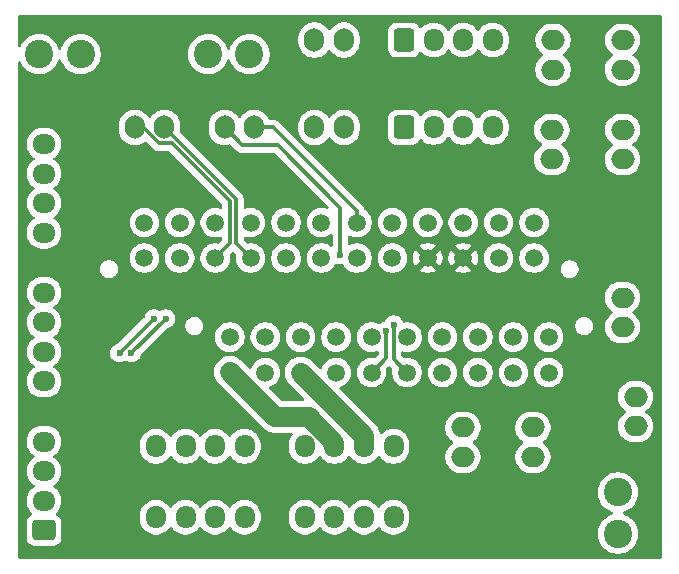
<source format=gbr>
%TF.GenerationSoftware,KiCad,Pcbnew,9.0.1*%
%TF.CreationDate,2025-08-04T14:01:18+08:00*%
%TF.ProjectId,breakout,62726561-6b6f-4757-942e-6b696361645f,rev?*%
%TF.SameCoordinates,Original*%
%TF.FileFunction,Copper,L2,Bot*%
%TF.FilePolarity,Positive*%
%FSLAX46Y46*%
G04 Gerber Fmt 4.6, Leading zero omitted, Abs format (unit mm)*
G04 Created by KiCad (PCBNEW 9.0.1) date 2025-08-04 14:01:18*
%MOMM*%
%LPD*%
G01*
G04 APERTURE LIST*
G04 Aperture macros list*
%AMRoundRect*
0 Rectangle with rounded corners*
0 $1 Rounding radius*
0 $2 $3 $4 $5 $6 $7 $8 $9 X,Y pos of 4 corners*
0 Add a 4 corners polygon primitive as box body*
4,1,4,$2,$3,$4,$5,$6,$7,$8,$9,$2,$3,0*
0 Add four circle primitives for the rounded corners*
1,1,$1+$1,$2,$3*
1,1,$1+$1,$4,$5*
1,1,$1+$1,$6,$7*
1,1,$1+$1,$8,$9*
0 Add four rect primitives between the rounded corners*
20,1,$1+$1,$2,$3,$4,$5,0*
20,1,$1+$1,$4,$5,$6,$7,0*
20,1,$1+$1,$6,$7,$8,$9,0*
20,1,$1+$1,$8,$9,$2,$3,0*%
G04 Aperture macros list end*
%TA.AperFunction,ComponentPad*%
%ADD10C,3.600000*%
%TD*%
%TA.AperFunction,ConnectorPad*%
%ADD11C,5.600000*%
%TD*%
%TA.AperFunction,ComponentPad*%
%ADD12C,2.400000*%
%TD*%
%TA.AperFunction,ComponentPad*%
%ADD13O,1.700000X1.950000*%
%TD*%
%TA.AperFunction,ComponentPad*%
%ADD14O,2.000000X1.700000*%
%TD*%
%TA.AperFunction,ComponentPad*%
%ADD15O,1.700000X2.000000*%
%TD*%
%TA.AperFunction,ComponentPad*%
%ADD16O,1.950000X1.700000*%
%TD*%
%TA.AperFunction,ComponentPad*%
%ADD17C,1.500000*%
%TD*%
%TA.AperFunction,ComponentPad*%
%ADD18RoundRect,0.250000X0.725000X-0.600000X0.725000X0.600000X-0.725000X0.600000X-0.725000X-0.600000X0*%
%TD*%
%TA.AperFunction,ComponentPad*%
%ADD19RoundRect,0.250000X-0.600000X-0.725000X0.600000X-0.725000X0.600000X0.725000X-0.600000X0.725000X0*%
%TD*%
%TA.AperFunction,ViaPad*%
%ADD20C,0.600000*%
%TD*%
%TA.AperFunction,Conductor*%
%ADD21C,0.300000*%
%TD*%
%TA.AperFunction,Conductor*%
%ADD22C,1.700000*%
%TD*%
G04 APERTURE END LIST*
D10*
%TO.P,H1,1,1*%
%TO.N,GND*%
X154000000Y-81500000D03*
D11*
X154000000Y-81500000D03*
%TD*%
D12*
%TO.P,XR0,1*%
%TO.N,Net-(JX1-Pin_4)*%
X148600000Y-81800000D03*
%TO.P,XR0,2*%
%TO.N,Net-(JX1-Pin_3)*%
X145100000Y-81800000D03*
%TD*%
D13*
%TO.P,YMR0,1,Pin_1*%
%TO.N,Net-(JY1-Pin_7)*%
X175100000Y-115000000D03*
%TO.P,YMR0,2,Pin_2*%
%TO.N,Net-(JY1-Pin_8)*%
X172600000Y-115000000D03*
%TO.P,YMR0,3,Pin_3*%
%TO.N,Net-(JY1-Pin_10)*%
X170100000Y-115000000D03*
%TO.P,YMR0,4,Pin_4*%
%TO.N,Net-(JY1-Pin_9)*%
X167600000Y-115000000D03*
%TD*%
%TO.P,YML1,1,Pin_1*%
%TO.N,Net-(JY1-Pin_7)*%
X162488349Y-121000000D03*
%TO.P,YML1,2,Pin_2*%
%TO.N,Net-(JY1-Pin_8)*%
X159988349Y-121000000D03*
%TO.P,YML1,3,Pin_3*%
%TO.N,Net-(JY1-Pin_9)*%
X157488349Y-121000000D03*
%TO.P,YML1,4,Pin_4*%
%TO.N,Net-(JY1-Pin_10)*%
X154988349Y-121000000D03*
%TD*%
D14*
%TO.P,FANPWM1,1,Pin_1*%
%TO.N,Net-(FANPWM1-Pin_1)*%
X194500000Y-90700000D03*
%TO.P,FANPWM1,2,Pin_2*%
X194500000Y-88200000D03*
%TD*%
D15*
%TO.P,XEND1,1,1*%
%TO.N,Net-(JY1-Pin_14)*%
X160800000Y-88000000D03*
%TO.P,XEND1,2,2*%
%TO.N,Net-(JX1-Pin_7)*%
X163300000Y-88000000D03*
%TD*%
D16*
%TO.P,ZM1,1,Pin_1*%
%TO.N,Net-(JY1-Pin_20)*%
X145500000Y-109500000D03*
%TO.P,ZM1,2,Pin_2*%
%TO.N,Net-(JY1-Pin_19)*%
X145500000Y-107000000D03*
%TO.P,ZM1,3,Pin_3*%
%TO.N,Net-(JY1-Pin_18)*%
X145500000Y-104500000D03*
%TO.P,ZM1,4,Pin_4*%
%TO.N,Net-(JY1-Pin_17)*%
X145500000Y-102000000D03*
%TD*%
D12*
%TO.P,XR1,1*%
%TO.N,Net-(JX1-Pin_6)*%
X162900000Y-81800000D03*
%TO.P,XR1,2*%
%TO.N,Net-(JX1-Pin_5)*%
X159400000Y-81800000D03*
%TD*%
D14*
%TO.P,AUXF1,1,+*%
%TO.N,Net-(AUXF1-+)*%
X194500000Y-83100000D03*
%TO.P,AUXF1,2,-*%
%TO.N,Net-(AUXF1--)*%
X194500000Y-80600000D03*
%TD*%
D17*
%TO.P,JX1,1,Pin_1*%
%TO.N,Net-(EM1-Pin_4)*%
X154000000Y-96060000D03*
%TO.P,JX1,2,Pin_2*%
%TO.N,Net-(EM1-Pin_3)*%
X157000000Y-96060000D03*
%TO.P,JX1,3,Pin_3*%
%TO.N,Net-(JX1-Pin_3)*%
X160000000Y-96060000D03*
%TO.P,JX1,4,Pin_4*%
%TO.N,Net-(JX1-Pin_4)*%
X163000000Y-96060000D03*
%TO.P,JX1,5,Pin_5*%
%TO.N,Net-(JX1-Pin_5)*%
X166000000Y-96060000D03*
%TO.P,JX1,6,Pin_6*%
%TO.N,Net-(JX1-Pin_6)*%
X169000000Y-96060000D03*
%TO.P,JX1,7,Pin_7*%
%TO.N,Net-(JX1-Pin_7)*%
X172000000Y-96060000D03*
%TO.P,JX1,8,Pin_8*%
%TO.N,Net-(JX1-Pin_8)*%
X175000000Y-96060000D03*
%TO.P,JX1,9,Pin_9*%
%TO.N,Net-(JX1-Pin_9)*%
X178000000Y-96060000D03*
%TO.P,JX1,10,Pin_10*%
%TO.N,Net-(JX1-Pin_10)*%
X181000000Y-96060000D03*
%TO.P,JX1,11,Pin_11*%
%TO.N,Net-(JX1-Pin_11)*%
X184000000Y-96060000D03*
%TO.P,JX1,12,Pin_12*%
%TO.N,Net-(AUXF1--)*%
X187000000Y-96060000D03*
%TO.P,JX1,13,Pin_13*%
%TO.N,Net-(EM1-Pin_2)*%
X154000000Y-99060000D03*
%TO.P,JX1,14,Pin_14*%
%TO.N,Net-(EM1-Pin_1)*%
X157000000Y-99060000D03*
%TO.P,JX1,15,Pin_15*%
%TO.N,Net-(HEF1-+)*%
X160000000Y-99060000D03*
%TO.P,JX1,16,Pin_16*%
%TO.N,Net-(HEF1--)*%
X163000000Y-99060000D03*
%TO.P,JX1,17,Pin_17*%
%TO.N,Net-(JX1-Pin_17)*%
X166000000Y-99060000D03*
%TO.P,JX1,18,Pin_18*%
%TO.N,Net-(JX1-Pin_18)*%
X169000000Y-99060000D03*
%TO.P,JX1,19,Pin_19*%
%TO.N,Net-(JX1-Pin_19)*%
X172000000Y-99060000D03*
%TO.P,JX1,20,Pin_20*%
%TO.N,Net-(JX1-Pin_20)*%
X175000000Y-99060000D03*
%TO.P,JX1,21,Pin_21*%
%TO.N,GND*%
X178000000Y-99060000D03*
%TO.P,JX1,22,Pin_22*%
X181000000Y-99060000D03*
%TO.P,JX1,23,Pin_23*%
%TO.N,Net-(FANPWM1-Pin_1)*%
X184000000Y-99060000D03*
%TO.P,JX1,24,Pin_24*%
%TO.N,Net-(AUXF1-+)*%
X187000000Y-99060000D03*
%TD*%
D13*
%TO.P,YMR1,1,Pin_1*%
%TO.N,Net-(JY1-Pin_7)*%
X175100000Y-121000000D03*
%TO.P,YMR1,2,Pin_2*%
%TO.N,Net-(JY1-Pin_8)*%
X172600000Y-121000000D03*
%TO.P,YMR1,3,Pin_3*%
%TO.N,Net-(JY1-Pin_10)*%
X170100000Y-121000000D03*
%TO.P,YMR1,4,Pin_4*%
%TO.N,Net-(JY1-Pin_9)*%
X167600000Y-121000000D03*
%TD*%
D15*
%TO.P,XTH1,1*%
%TO.N,Net-(JX1-Pin_17)*%
X168400000Y-88000000D03*
%TO.P,XTH1,2*%
%TO.N,Net-(JX1-Pin_18)*%
X170900000Y-88000000D03*
%TD*%
%TO.P,HEF1,1,+*%
%TO.N,Net-(HEF1-+)*%
X153200000Y-88000000D03*
%TO.P,HEF1,2,-*%
%TO.N,Net-(HEF1--)*%
X155700000Y-88000000D03*
%TD*%
D18*
%TO.P,ZM0,1,Pin_1*%
%TO.N,Net-(JY1-Pin_15)*%
X145500000Y-122100000D03*
D16*
%TO.P,ZM0,2,Pin_2*%
%TO.N,Net-(JY1-Pin_16)*%
X145500000Y-119600000D03*
%TO.P,ZM0,3,Pin_3*%
%TO.N,Net-(JY1-Pin_6)*%
X145500000Y-117100000D03*
%TO.P,ZM0,4,Pin_4*%
%TO.N,Net-(JY1-Pin_5)*%
X145500000Y-114600000D03*
%TD*%
%TO.P,EM1,1,Pin_1*%
%TO.N,Net-(EM1-Pin_1)*%
X145500000Y-96900000D03*
%TO.P,EM1,2,Pin_2*%
%TO.N,Net-(EM1-Pin_2)*%
X145500000Y-94400000D03*
%TO.P,EM1,3,Pin_3*%
%TO.N,Net-(EM1-Pin_3)*%
X145500000Y-91900000D03*
%TO.P,EM1,4,Pin_4*%
%TO.N,Net-(EM1-Pin_4)*%
X145500000Y-89400000D03*
%TD*%
D12*
%TO.P,YR1,1*%
%TO.N,Net-(JY1-Pin_2)*%
X194100000Y-122400000D03*
%TO.P,YR1,2*%
%TO.N,Net-(JY1-Pin_1)*%
X194100000Y-118900000D03*
%TD*%
D14*
%TO.P,YTH1,1*%
%TO.N,Net-(JY1-Pin_3)*%
X195600000Y-110800000D03*
%TO.P,YTH1,2*%
%TO.N,Net-(JY1-Pin_4)*%
X195600000Y-113300000D03*
%TD*%
%TO.P,AUXF3,1,+*%
%TO.N,Net-(AUXF1-+)*%
X188600000Y-83100000D03*
%TO.P,AUXF3,2,-*%
%TO.N,Net-(AUXF1--)*%
X188600000Y-80600000D03*
%TD*%
%TO.P,ZEND1,1,1*%
%TO.N,Net-(JY1-Pin_14)*%
X186900000Y-115900000D03*
%TO.P,ZEND1,2,2*%
%TO.N,Net-(JY1-Pin_12)*%
X186900000Y-113400000D03*
%TD*%
%TO.P,AUXF,1,+*%
%TO.N,Net-(AUXF1-+)*%
X188500000Y-90700000D03*
%TO.P,AUXF,2,-*%
%TO.N,Net-(AUXF1--)*%
X188500000Y-88200000D03*
%TD*%
D15*
%TO.P,XTH0,1*%
%TO.N,Net-(JX1-Pin_19)*%
X168400000Y-80600000D03*
%TO.P,XTH0,2*%
%TO.N,Net-(JX1-Pin_20)*%
X170900000Y-80600000D03*
%TD*%
D17*
%TO.P,JY1,1,Pin_1*%
%TO.N,Net-(JY1-Pin_1)*%
X188238349Y-108750000D03*
%TO.P,JY1,2,Pin_2*%
%TO.N,Net-(JY1-Pin_2)*%
X185238349Y-108750000D03*
%TO.P,JY1,3,Pin_3*%
%TO.N,Net-(JY1-Pin_3)*%
X182238349Y-108750000D03*
%TO.P,JY1,4,Pin_4*%
%TO.N,Net-(JY1-Pin_4)*%
X179238349Y-108750000D03*
%TO.P,JY1,5,Pin_5*%
%TO.N,Net-(JY1-Pin_5)*%
X176238349Y-108750000D03*
%TO.P,JY1,6,Pin_6*%
%TO.N,Net-(JY1-Pin_6)*%
X173238349Y-108750000D03*
%TO.P,JY1,7,Pin_7*%
%TO.N,Net-(JY1-Pin_7)*%
X170238349Y-108750000D03*
%TO.P,JY1,8,Pin_8*%
%TO.N,Net-(JY1-Pin_8)*%
X167238349Y-108750000D03*
%TO.P,JY1,9,Pin_9*%
%TO.N,Net-(JY1-Pin_9)*%
X164238349Y-108750000D03*
%TO.P,JY1,10,Pin_10*%
%TO.N,Net-(JY1-Pin_10)*%
X161238349Y-108750000D03*
%TO.P,JY1,11,Pin_11*%
%TO.N,Net-(JY1-Pin_11)*%
X188238349Y-105750000D03*
%TO.P,JY1,12,Pin_12*%
%TO.N,Net-(JY1-Pin_12)*%
X185238349Y-105750000D03*
%TO.P,JY1,13,Pin_13*%
%TO.N,Net-(JY1-Pin_13)*%
X182238349Y-105750000D03*
%TO.P,JY1,14,Pin_14*%
%TO.N,Net-(JY1-Pin_14)*%
X179238349Y-105750000D03*
%TO.P,JY1,15,Pin_15*%
%TO.N,Net-(JY1-Pin_15)*%
X176238349Y-105750000D03*
%TO.P,JY1,16,Pin_16*%
%TO.N,Net-(JY1-Pin_16)*%
X173238349Y-105750000D03*
%TO.P,JY1,17,Pin_17*%
%TO.N,Net-(JY1-Pin_17)*%
X170238349Y-105750000D03*
%TO.P,JY1,18,Pin_18*%
%TO.N,Net-(JY1-Pin_18)*%
X167238349Y-105750000D03*
%TO.P,JY1,19,Pin_19*%
%TO.N,Net-(JY1-Pin_19)*%
X164238349Y-105750000D03*
%TO.P,JY1,20,Pin_20*%
%TO.N,Net-(JY1-Pin_20)*%
X161238349Y-105750000D03*
%TD*%
D14*
%TO.P,ZEND0,1,1*%
%TO.N,Net-(JY1-Pin_14)*%
X180975000Y-115900000D03*
%TO.P,ZEND0,2,2*%
%TO.N,Net-(JY1-Pin_11)*%
X180975000Y-113400000D03*
%TD*%
D19*
%TO.P,XM1,1,Pin_1*%
%TO.N,Net-(JX1-Pin_8)*%
X176000000Y-80600000D03*
D13*
%TO.P,XM1,2,Pin_2*%
%TO.N,Net-(JX1-Pin_9)*%
X178500000Y-80600000D03*
%TO.P,XM1,3,Pin_3*%
%TO.N,Net-(JX1-Pin_10)*%
X181000000Y-80600000D03*
%TO.P,XM1,4,Pin_4*%
%TO.N,Net-(JX1-Pin_11)*%
X183500000Y-80600000D03*
%TD*%
D10*
%TO.P,H4,1,1*%
%TO.N,GND*%
X184000000Y-121700000D03*
D11*
X184000000Y-121700000D03*
%TD*%
D13*
%TO.P,YML0,1,Pin_1*%
%TO.N,Net-(JY1-Pin_7)*%
X162488349Y-115000000D03*
%TO.P,YML0,2,Pin_2*%
%TO.N,Net-(JY1-Pin_8)*%
X159988349Y-115000000D03*
%TO.P,YML0,3,Pin_3*%
%TO.N,Net-(JY1-Pin_9)*%
X157488349Y-115000000D03*
%TO.P,YML0,4,Pin_4*%
%TO.N,Net-(JY1-Pin_10)*%
X154988349Y-115000000D03*
%TD*%
D14*
%TO.P,YEND1,1,1*%
%TO.N,Net-(JY1-Pin_13)*%
X194488349Y-104900000D03*
%TO.P,YEND1,2,2*%
%TO.N,Net-(JY1-Pin_14)*%
X194488349Y-102400000D03*
%TD*%
D19*
%TO.P,XM0,1,Pin_1*%
%TO.N,Net-(JX1-Pin_8)*%
X176000000Y-88000000D03*
D13*
%TO.P,XM0,2,Pin_2*%
%TO.N,Net-(JX1-Pin_9)*%
X178500000Y-88000000D03*
%TO.P,XM0,3,Pin_3*%
%TO.N,Net-(JX1-Pin_10)*%
X181000000Y-88000000D03*
%TO.P,XM0,4,Pin_4*%
%TO.N,Net-(JX1-Pin_11)*%
X183500000Y-88000000D03*
%TD*%
D20*
%TO.N,Net-(JY1-Pin_6)*%
X155800000Y-104200000D03*
X152900000Y-107100000D03*
X174450000Y-105237043D03*
%TO.N,Net-(JY1-Pin_5)*%
X154800000Y-104200000D03*
X175100000Y-104699999D03*
X151900000Y-107100000D03*
%TO.N,Net-(JY1-Pin_14)*%
X170600000Y-98800000D03*
%TD*%
D21*
%TO.N,Net-(HEF1-+)*%
X161249000Y-94257520D02*
X161249000Y-97811000D01*
X161249000Y-97811000D02*
X160000000Y-99060000D01*
X156342480Y-89351000D02*
X161249000Y-94257520D01*
X153200000Y-88000000D02*
X153851530Y-88000000D01*
X155202530Y-89351000D02*
X156342480Y-89351000D01*
X153851530Y-88000000D02*
X155202530Y-89351000D01*
%TO.N,Net-(HEF1--)*%
X161750000Y-94050000D02*
X161750000Y-97810000D01*
X161750000Y-97810000D02*
X163000000Y-99060000D01*
X155700000Y-88000000D02*
X161750000Y-94050000D01*
D22*
%TO.N,Net-(JY1-Pin_8)*%
X167238349Y-108750000D02*
X172600000Y-114111651D01*
X172600000Y-114111651D02*
X172600000Y-115000000D01*
%TO.N,Net-(JY1-Pin_10)*%
X167913420Y-112500000D02*
X170100000Y-114686580D01*
X165050000Y-112500000D02*
X167913420Y-112500000D01*
X170100000Y-114686580D02*
X170100000Y-115000000D01*
X161250000Y-108700000D02*
X165050000Y-112500000D01*
D21*
%TO.N,Net-(JY1-Pin_6)*%
X155800000Y-104200000D02*
X152900000Y-107100000D01*
X174499000Y-107489349D02*
X173238349Y-108750000D01*
X155800000Y-104200000D02*
X155752000Y-104248000D01*
X174450000Y-105237043D02*
X174450000Y-105250000D01*
X174499000Y-105299000D02*
X174499000Y-107489349D01*
X174450000Y-105250000D02*
X174499000Y-105299000D01*
%TO.N,Net-(JY1-Pin_5)*%
X175100000Y-104699999D02*
X175100000Y-107611651D01*
X175100000Y-107611651D02*
X176238349Y-108750000D01*
X154800000Y-104200000D02*
X151900000Y-107100000D01*
%TO.N,Net-(JX1-Pin_7)*%
X164900000Y-88000000D02*
X172000000Y-95100000D01*
X163300000Y-88000000D02*
X164900000Y-88000000D01*
X172000000Y-95100000D02*
X172000000Y-96060000D01*
%TO.N,Net-(JY1-Pin_14)*%
X165300000Y-89500000D02*
X162300000Y-89500000D01*
X170600000Y-94800000D02*
X165300000Y-89500000D01*
X162300000Y-89500000D02*
X160800000Y-88000000D01*
X170600000Y-98800000D02*
X170600000Y-94800000D01*
%TD*%
%TA.AperFunction,Conductor*%
%TO.N,GND*%
G36*
X197742539Y-78520185D02*
G01*
X197788294Y-78572989D01*
X197799500Y-78624500D01*
X197799500Y-124375500D01*
X197779815Y-124442539D01*
X197727011Y-124488294D01*
X197675500Y-124499500D01*
X143424500Y-124499500D01*
X143357461Y-124479815D01*
X143311706Y-124427011D01*
X143300500Y-124375500D01*
X143300500Y-114493713D01*
X144024500Y-114493713D01*
X144024500Y-114706287D01*
X144057754Y-114916243D01*
X144091534Y-115020208D01*
X144123444Y-115118414D01*
X144219951Y-115307820D01*
X144344890Y-115479786D01*
X144495209Y-115630105D01*
X144495214Y-115630109D01*
X144659793Y-115749682D01*
X144702459Y-115805011D01*
X144708438Y-115874625D01*
X144675833Y-115936420D01*
X144659793Y-115950318D01*
X144495214Y-116069890D01*
X144495209Y-116069894D01*
X144344890Y-116220213D01*
X144219951Y-116392179D01*
X144123444Y-116581585D01*
X144057753Y-116783760D01*
X144034575Y-116930104D01*
X144024500Y-116993713D01*
X144024500Y-117206287D01*
X144028034Y-117228597D01*
X144057753Y-117416239D01*
X144123444Y-117618414D01*
X144219951Y-117807820D01*
X144344890Y-117979786D01*
X144495209Y-118130105D01*
X144495214Y-118130109D01*
X144659793Y-118249682D01*
X144702459Y-118305011D01*
X144708438Y-118374625D01*
X144675833Y-118436420D01*
X144659793Y-118450318D01*
X144495214Y-118569890D01*
X144495209Y-118569894D01*
X144344890Y-118720213D01*
X144219951Y-118892179D01*
X144123444Y-119081585D01*
X144057753Y-119283760D01*
X144024500Y-119493713D01*
X144024500Y-119706286D01*
X144046453Y-119844896D01*
X144057754Y-119916243D01*
X144092644Y-120023624D01*
X144123444Y-120118414D01*
X144219951Y-120307820D01*
X144344890Y-120479786D01*
X144483705Y-120618601D01*
X144517190Y-120679924D01*
X144512206Y-120749616D01*
X144470334Y-120805549D01*
X144461121Y-120811821D01*
X144306342Y-120907289D01*
X144182289Y-121031342D01*
X144090187Y-121180663D01*
X144090186Y-121180666D01*
X144035001Y-121347203D01*
X144035001Y-121347204D01*
X144035000Y-121347204D01*
X144024500Y-121449983D01*
X144024500Y-122750001D01*
X144024501Y-122750018D01*
X144035000Y-122852796D01*
X144035001Y-122852799D01*
X144090185Y-123019331D01*
X144090186Y-123019334D01*
X144182288Y-123168656D01*
X144306344Y-123292712D01*
X144455666Y-123384814D01*
X144622203Y-123439999D01*
X144724991Y-123450500D01*
X146275008Y-123450499D01*
X146377797Y-123439999D01*
X146544334Y-123384814D01*
X146693656Y-123292712D01*
X146817712Y-123168656D01*
X146909814Y-123019334D01*
X146964999Y-122852797D01*
X146975500Y-122750009D01*
X146975499Y-121449992D01*
X146964999Y-121347203D01*
X146909814Y-121180666D01*
X146817712Y-121031344D01*
X146693656Y-120907288D01*
X146693655Y-120907287D01*
X146632197Y-120869380D01*
X146544334Y-120815186D01*
X146544332Y-120815185D01*
X146538878Y-120811821D01*
X146500105Y-120768713D01*
X153637849Y-120768713D01*
X153637849Y-121231287D01*
X153644990Y-121276376D01*
X153656208Y-121347204D01*
X153671103Y-121441243D01*
X153673945Y-121449991D01*
X153736793Y-121643414D01*
X153833300Y-121832820D01*
X153958239Y-122004786D01*
X154108562Y-122155109D01*
X154280528Y-122280048D01*
X154280530Y-122280049D01*
X154280533Y-122280051D01*
X154469937Y-122376557D01*
X154672106Y-122442246D01*
X154882062Y-122475500D01*
X154882063Y-122475500D01*
X155094635Y-122475500D01*
X155094636Y-122475500D01*
X155304592Y-122442246D01*
X155506761Y-122376557D01*
X155696165Y-122280051D01*
X155718138Y-122264086D01*
X155868135Y-122155109D01*
X155868137Y-122155106D01*
X155868141Y-122155104D01*
X156018453Y-122004792D01*
X156138032Y-121840204D01*
X156193360Y-121797540D01*
X156262973Y-121791561D01*
X156324769Y-121824166D01*
X156338662Y-121840199D01*
X156458241Y-122004786D01*
X156458245Y-122004792D01*
X156608562Y-122155109D01*
X156780528Y-122280048D01*
X156780530Y-122280049D01*
X156780533Y-122280051D01*
X156969937Y-122376557D01*
X157172106Y-122442246D01*
X157382062Y-122475500D01*
X157382063Y-122475500D01*
X157594635Y-122475500D01*
X157594636Y-122475500D01*
X157804592Y-122442246D01*
X158006761Y-122376557D01*
X158196165Y-122280051D01*
X158218138Y-122264086D01*
X158368135Y-122155109D01*
X158368137Y-122155106D01*
X158368141Y-122155104D01*
X158518453Y-122004792D01*
X158638032Y-121840204D01*
X158693360Y-121797540D01*
X158762973Y-121791561D01*
X158824769Y-121824166D01*
X158838662Y-121840199D01*
X158958241Y-122004786D01*
X158958245Y-122004792D01*
X159108562Y-122155109D01*
X159280528Y-122280048D01*
X159280530Y-122280049D01*
X159280533Y-122280051D01*
X159469937Y-122376557D01*
X159672106Y-122442246D01*
X159882062Y-122475500D01*
X159882063Y-122475500D01*
X160094635Y-122475500D01*
X160094636Y-122475500D01*
X160304592Y-122442246D01*
X160506761Y-122376557D01*
X160696165Y-122280051D01*
X160718138Y-122264086D01*
X160868135Y-122155109D01*
X160868137Y-122155106D01*
X160868141Y-122155104D01*
X161018453Y-122004792D01*
X161138032Y-121840204D01*
X161193360Y-121797540D01*
X161262973Y-121791561D01*
X161324769Y-121824166D01*
X161338662Y-121840199D01*
X161458241Y-122004786D01*
X161458245Y-122004792D01*
X161608562Y-122155109D01*
X161780528Y-122280048D01*
X161780530Y-122280049D01*
X161780533Y-122280051D01*
X161969937Y-122376557D01*
X162172106Y-122442246D01*
X162382062Y-122475500D01*
X162382063Y-122475500D01*
X162594635Y-122475500D01*
X162594636Y-122475500D01*
X162804592Y-122442246D01*
X163006761Y-122376557D01*
X163196165Y-122280051D01*
X163218138Y-122264086D01*
X163368135Y-122155109D01*
X163368137Y-122155106D01*
X163368141Y-122155104D01*
X163518453Y-122004792D01*
X163518455Y-122004788D01*
X163518458Y-122004786D01*
X163643397Y-121832820D01*
X163643396Y-121832820D01*
X163643400Y-121832816D01*
X163739906Y-121643412D01*
X163805595Y-121441243D01*
X163838849Y-121231287D01*
X163838849Y-120768713D01*
X166249500Y-120768713D01*
X166249500Y-121231287D01*
X166256641Y-121276376D01*
X166267859Y-121347204D01*
X166282754Y-121441243D01*
X166285596Y-121449991D01*
X166348444Y-121643414D01*
X166444951Y-121832820D01*
X166569890Y-122004786D01*
X166720213Y-122155109D01*
X166892179Y-122280048D01*
X166892181Y-122280049D01*
X166892184Y-122280051D01*
X167081588Y-122376557D01*
X167283757Y-122442246D01*
X167493713Y-122475500D01*
X167493714Y-122475500D01*
X167706286Y-122475500D01*
X167706287Y-122475500D01*
X167916243Y-122442246D01*
X168118412Y-122376557D01*
X168307816Y-122280051D01*
X168329789Y-122264086D01*
X168479786Y-122155109D01*
X168479788Y-122155106D01*
X168479792Y-122155104D01*
X168630104Y-122004792D01*
X168749683Y-121840204D01*
X168805011Y-121797540D01*
X168874624Y-121791561D01*
X168936420Y-121824166D01*
X168950313Y-121840199D01*
X169069892Y-122004786D01*
X169069896Y-122004792D01*
X169220213Y-122155109D01*
X169392179Y-122280048D01*
X169392181Y-122280049D01*
X169392184Y-122280051D01*
X169581588Y-122376557D01*
X169783757Y-122442246D01*
X169993713Y-122475500D01*
X169993714Y-122475500D01*
X170206286Y-122475500D01*
X170206287Y-122475500D01*
X170416243Y-122442246D01*
X170618412Y-122376557D01*
X170807816Y-122280051D01*
X170829789Y-122264086D01*
X170979786Y-122155109D01*
X170979788Y-122155106D01*
X170979792Y-122155104D01*
X171130104Y-122004792D01*
X171249683Y-121840204D01*
X171305011Y-121797540D01*
X171374624Y-121791561D01*
X171436420Y-121824166D01*
X171450313Y-121840199D01*
X171569892Y-122004786D01*
X171569896Y-122004792D01*
X171720213Y-122155109D01*
X171892179Y-122280048D01*
X171892181Y-122280049D01*
X171892184Y-122280051D01*
X172081588Y-122376557D01*
X172283757Y-122442246D01*
X172493713Y-122475500D01*
X172493714Y-122475500D01*
X172706286Y-122475500D01*
X172706287Y-122475500D01*
X172916243Y-122442246D01*
X173118412Y-122376557D01*
X173307816Y-122280051D01*
X173329789Y-122264086D01*
X173479786Y-122155109D01*
X173479788Y-122155106D01*
X173479792Y-122155104D01*
X173630104Y-122004792D01*
X173749683Y-121840204D01*
X173805011Y-121797540D01*
X173874624Y-121791561D01*
X173936420Y-121824166D01*
X173950313Y-121840199D01*
X174069892Y-122004786D01*
X174069896Y-122004792D01*
X174220213Y-122155109D01*
X174392179Y-122280048D01*
X174392181Y-122280049D01*
X174392184Y-122280051D01*
X174581588Y-122376557D01*
X174783757Y-122442246D01*
X174993713Y-122475500D01*
X174993714Y-122475500D01*
X175206286Y-122475500D01*
X175206287Y-122475500D01*
X175416243Y-122442246D01*
X175618412Y-122376557D01*
X175807816Y-122280051D01*
X175829789Y-122264086D01*
X175979786Y-122155109D01*
X175979788Y-122155106D01*
X175979792Y-122155104D01*
X176130104Y-122004792D01*
X176130106Y-122004788D01*
X176130109Y-122004786D01*
X176255048Y-121832820D01*
X176255047Y-121832820D01*
X176255051Y-121832816D01*
X176351557Y-121643412D01*
X176417246Y-121441243D01*
X176450500Y-121231287D01*
X176450500Y-120768713D01*
X176417246Y-120558757D01*
X176351557Y-120356588D01*
X176255051Y-120167184D01*
X176255049Y-120167181D01*
X176255048Y-120167179D01*
X176130109Y-119995213D01*
X175979786Y-119844890D01*
X175807820Y-119719951D01*
X175618414Y-119623444D01*
X175618413Y-119623443D01*
X175618412Y-119623443D01*
X175416243Y-119557754D01*
X175416241Y-119557753D01*
X175416240Y-119557753D01*
X175254957Y-119532208D01*
X175206287Y-119524500D01*
X174993713Y-119524500D01*
X174945042Y-119532208D01*
X174783760Y-119557753D01*
X174581585Y-119623444D01*
X174392179Y-119719951D01*
X174220213Y-119844890D01*
X174069894Y-119995209D01*
X174069890Y-119995214D01*
X173950318Y-120159793D01*
X173894989Y-120202459D01*
X173825375Y-120208438D01*
X173763580Y-120175833D01*
X173749682Y-120159793D01*
X173630109Y-119995214D01*
X173630105Y-119995209D01*
X173479786Y-119844890D01*
X173307820Y-119719951D01*
X173118414Y-119623444D01*
X173118413Y-119623443D01*
X173118412Y-119623443D01*
X172916243Y-119557754D01*
X172916241Y-119557753D01*
X172916240Y-119557753D01*
X172754957Y-119532208D01*
X172706287Y-119524500D01*
X172493713Y-119524500D01*
X172445042Y-119532208D01*
X172283760Y-119557753D01*
X172081585Y-119623444D01*
X171892179Y-119719951D01*
X171720213Y-119844890D01*
X171569894Y-119995209D01*
X171569890Y-119995214D01*
X171450318Y-120159793D01*
X171394989Y-120202459D01*
X171325375Y-120208438D01*
X171263580Y-120175833D01*
X171249682Y-120159793D01*
X171130109Y-119995214D01*
X171130105Y-119995209D01*
X170979786Y-119844890D01*
X170807820Y-119719951D01*
X170618414Y-119623444D01*
X170618413Y-119623443D01*
X170618412Y-119623443D01*
X170416243Y-119557754D01*
X170416241Y-119557753D01*
X170416240Y-119557753D01*
X170254957Y-119532208D01*
X170206287Y-119524500D01*
X169993713Y-119524500D01*
X169945042Y-119532208D01*
X169783760Y-119557753D01*
X169581585Y-119623444D01*
X169392179Y-119719951D01*
X169220213Y-119844890D01*
X169069894Y-119995209D01*
X169069890Y-119995214D01*
X168950318Y-120159793D01*
X168894989Y-120202459D01*
X168825375Y-120208438D01*
X168763580Y-120175833D01*
X168749682Y-120159793D01*
X168630109Y-119995214D01*
X168630105Y-119995209D01*
X168479786Y-119844890D01*
X168307820Y-119719951D01*
X168118414Y-119623444D01*
X168118413Y-119623443D01*
X168118412Y-119623443D01*
X167916243Y-119557754D01*
X167916241Y-119557753D01*
X167916240Y-119557753D01*
X167754957Y-119532208D01*
X167706287Y-119524500D01*
X167493713Y-119524500D01*
X167445042Y-119532208D01*
X167283760Y-119557753D01*
X167081585Y-119623444D01*
X166892179Y-119719951D01*
X166720213Y-119844890D01*
X166569890Y-119995213D01*
X166444951Y-120167179D01*
X166348444Y-120356585D01*
X166282753Y-120558760D01*
X166263563Y-120679924D01*
X166249500Y-120768713D01*
X163838849Y-120768713D01*
X163805595Y-120558757D01*
X163739906Y-120356588D01*
X163643400Y-120167184D01*
X163643398Y-120167181D01*
X163643397Y-120167179D01*
X163518458Y-119995213D01*
X163368135Y-119844890D01*
X163196169Y-119719951D01*
X163006763Y-119623444D01*
X163006762Y-119623443D01*
X163006761Y-119623443D01*
X162804592Y-119557754D01*
X162804590Y-119557753D01*
X162804589Y-119557753D01*
X162643306Y-119532208D01*
X162594636Y-119524500D01*
X162382062Y-119524500D01*
X162333391Y-119532208D01*
X162172109Y-119557753D01*
X161969934Y-119623444D01*
X161780528Y-119719951D01*
X161608562Y-119844890D01*
X161458243Y-119995209D01*
X161458239Y-119995214D01*
X161338667Y-120159793D01*
X161283338Y-120202459D01*
X161213724Y-120208438D01*
X161151929Y-120175833D01*
X161138031Y-120159793D01*
X161018458Y-119995214D01*
X161018454Y-119995209D01*
X160868135Y-119844890D01*
X160696169Y-119719951D01*
X160506763Y-119623444D01*
X160506762Y-119623443D01*
X160506761Y-119623443D01*
X160304592Y-119557754D01*
X160304590Y-119557753D01*
X160304589Y-119557753D01*
X160143306Y-119532208D01*
X160094636Y-119524500D01*
X159882062Y-119524500D01*
X159833391Y-119532208D01*
X159672109Y-119557753D01*
X159469934Y-119623444D01*
X159280528Y-119719951D01*
X159108562Y-119844890D01*
X158958243Y-119995209D01*
X158958239Y-119995214D01*
X158838667Y-120159793D01*
X158783338Y-120202459D01*
X158713724Y-120208438D01*
X158651929Y-120175833D01*
X158638031Y-120159793D01*
X158518458Y-119995214D01*
X158518454Y-119995209D01*
X158368135Y-119844890D01*
X158196169Y-119719951D01*
X158006763Y-119623444D01*
X158006762Y-119623443D01*
X158006761Y-119623443D01*
X157804592Y-119557754D01*
X157804590Y-119557753D01*
X157804589Y-119557753D01*
X157643306Y-119532208D01*
X157594636Y-119524500D01*
X157382062Y-119524500D01*
X157333391Y-119532208D01*
X157172109Y-119557753D01*
X156969934Y-119623444D01*
X156780528Y-119719951D01*
X156608562Y-119844890D01*
X156458243Y-119995209D01*
X156458239Y-119995214D01*
X156338667Y-120159793D01*
X156283338Y-120202459D01*
X156213724Y-120208438D01*
X156151929Y-120175833D01*
X156138031Y-120159793D01*
X156018458Y-119995214D01*
X156018454Y-119995209D01*
X155868135Y-119844890D01*
X155696169Y-119719951D01*
X155506763Y-119623444D01*
X155506762Y-119623443D01*
X155506761Y-119623443D01*
X155304592Y-119557754D01*
X155304590Y-119557753D01*
X155304589Y-119557753D01*
X155143306Y-119532208D01*
X155094636Y-119524500D01*
X154882062Y-119524500D01*
X154833391Y-119532208D01*
X154672109Y-119557753D01*
X154469934Y-119623444D01*
X154280528Y-119719951D01*
X154108562Y-119844890D01*
X153958239Y-119995213D01*
X153833300Y-120167179D01*
X153736793Y-120356585D01*
X153671102Y-120558760D01*
X153651912Y-120679924D01*
X153637849Y-120768713D01*
X146500105Y-120768713D01*
X146492154Y-120759873D01*
X146480931Y-120690910D01*
X146508775Y-120626828D01*
X146516272Y-120618623D01*
X146655104Y-120479792D01*
X146780051Y-120307816D01*
X146876557Y-120118412D01*
X146942246Y-119916243D01*
X146975500Y-119706287D01*
X146975500Y-119493713D01*
X146942246Y-119283757D01*
X146876557Y-119081588D01*
X146780051Y-118892184D01*
X146704756Y-118788549D01*
X192399500Y-118788549D01*
X192399500Y-119011450D01*
X192399501Y-119011466D01*
X192428594Y-119232452D01*
X192428595Y-119232457D01*
X192428596Y-119232463D01*
X192442341Y-119283760D01*
X192486290Y-119447780D01*
X192486293Y-119447790D01*
X192571593Y-119653722D01*
X192571595Y-119653726D01*
X192683052Y-119846774D01*
X192683057Y-119846780D01*
X192683058Y-119846782D01*
X192818751Y-120023622D01*
X192818757Y-120023629D01*
X192976370Y-120181242D01*
X192976376Y-120181247D01*
X193153226Y-120316948D01*
X193346274Y-120428405D01*
X193552219Y-120513710D01*
X193613857Y-120530225D01*
X193673516Y-120566590D01*
X193704045Y-120629437D01*
X193695750Y-120698813D01*
X193651265Y-120752691D01*
X193613858Y-120769773D01*
X193552219Y-120786290D01*
X193552217Y-120786290D01*
X193552216Y-120786291D01*
X193552209Y-120786293D01*
X193346277Y-120871593D01*
X193346273Y-120871595D01*
X193153226Y-120983052D01*
X193153217Y-120983058D01*
X192976377Y-121118751D01*
X192976370Y-121118757D01*
X192818757Y-121276370D01*
X192818751Y-121276377D01*
X192683058Y-121453217D01*
X192683052Y-121453226D01*
X192571595Y-121646273D01*
X192571593Y-121646277D01*
X192486293Y-121852209D01*
X192486290Y-121852219D01*
X192445409Y-122004792D01*
X192428597Y-122067534D01*
X192428594Y-122067547D01*
X192399501Y-122288533D01*
X192399500Y-122288549D01*
X192399500Y-122511450D01*
X192399501Y-122511466D01*
X192428594Y-122732452D01*
X192428595Y-122732457D01*
X192428596Y-122732463D01*
X192460840Y-122852799D01*
X192486290Y-122947780D01*
X192486293Y-122947790D01*
X192571593Y-123153722D01*
X192571595Y-123153726D01*
X192683052Y-123346774D01*
X192683057Y-123346780D01*
X192683058Y-123346782D01*
X192818751Y-123523622D01*
X192818757Y-123523629D01*
X192976370Y-123681242D01*
X192976376Y-123681247D01*
X193153226Y-123816948D01*
X193346274Y-123928405D01*
X193552219Y-124013710D01*
X193767537Y-124071404D01*
X193988543Y-124100500D01*
X193988550Y-124100500D01*
X194211450Y-124100500D01*
X194211457Y-124100500D01*
X194432463Y-124071404D01*
X194647781Y-124013710D01*
X194853726Y-123928405D01*
X195046774Y-123816948D01*
X195223624Y-123681247D01*
X195381247Y-123523624D01*
X195516948Y-123346774D01*
X195628405Y-123153726D01*
X195713710Y-122947781D01*
X195771404Y-122732463D01*
X195800500Y-122511457D01*
X195800500Y-122288543D01*
X195771404Y-122067537D01*
X195713710Y-121852219D01*
X195628405Y-121646274D01*
X195516948Y-121453226D01*
X195381247Y-121276376D01*
X195381242Y-121276370D01*
X195223629Y-121118757D01*
X195223622Y-121118751D01*
X195046782Y-120983058D01*
X195046780Y-120983057D01*
X195046774Y-120983052D01*
X194853726Y-120871595D01*
X194853722Y-120871593D01*
X194647790Y-120786293D01*
X194647783Y-120786291D01*
X194647781Y-120786290D01*
X194586142Y-120769774D01*
X194526483Y-120733410D01*
X194495954Y-120670563D01*
X194504249Y-120601188D01*
X194548734Y-120547310D01*
X194586141Y-120530226D01*
X194647781Y-120513710D01*
X194853726Y-120428405D01*
X195046774Y-120316948D01*
X195223624Y-120181247D01*
X195381247Y-120023624D01*
X195516948Y-119846774D01*
X195628405Y-119653726D01*
X195713710Y-119447781D01*
X195771404Y-119232463D01*
X195800500Y-119011457D01*
X195800500Y-118788543D01*
X195771404Y-118567537D01*
X195713710Y-118352219D01*
X195628405Y-118146274D01*
X195516948Y-117953226D01*
X195381247Y-117776376D01*
X195381242Y-117776370D01*
X195223629Y-117618757D01*
X195223622Y-117618751D01*
X195046782Y-117483058D01*
X195046780Y-117483057D01*
X195046774Y-117483052D01*
X194853726Y-117371595D01*
X194853722Y-117371593D01*
X194647790Y-117286293D01*
X194647783Y-117286291D01*
X194647781Y-117286290D01*
X194432463Y-117228596D01*
X194432457Y-117228595D01*
X194432452Y-117228594D01*
X194211466Y-117199501D01*
X194211463Y-117199500D01*
X194211457Y-117199500D01*
X193988543Y-117199500D01*
X193988537Y-117199500D01*
X193988533Y-117199501D01*
X193767547Y-117228594D01*
X193767540Y-117228595D01*
X193767537Y-117228596D01*
X193685790Y-117250500D01*
X193552219Y-117286290D01*
X193552209Y-117286293D01*
X193346277Y-117371593D01*
X193346273Y-117371595D01*
X193153226Y-117483052D01*
X193153217Y-117483058D01*
X192976377Y-117618751D01*
X192976370Y-117618757D01*
X192818757Y-117776370D01*
X192818751Y-117776377D01*
X192683058Y-117953217D01*
X192683052Y-117953226D01*
X192571595Y-118146273D01*
X192571593Y-118146277D01*
X192486293Y-118352209D01*
X192486290Y-118352219D01*
X192428597Y-118567534D01*
X192428594Y-118567547D01*
X192399501Y-118788533D01*
X192399500Y-118788549D01*
X146704756Y-118788549D01*
X146655104Y-118720208D01*
X146504792Y-118569896D01*
X146340204Y-118450316D01*
X146297540Y-118394989D01*
X146291561Y-118325376D01*
X146324166Y-118263580D01*
X146340199Y-118249686D01*
X146504792Y-118130104D01*
X146655104Y-117979792D01*
X146655106Y-117979788D01*
X146655109Y-117979786D01*
X146780048Y-117807820D01*
X146780047Y-117807820D01*
X146780051Y-117807816D01*
X146876557Y-117618412D01*
X146942246Y-117416243D01*
X146975500Y-117206287D01*
X146975500Y-116993713D01*
X146942246Y-116783757D01*
X146876557Y-116581588D01*
X146780051Y-116392184D01*
X146780049Y-116392181D01*
X146780048Y-116392179D01*
X146655109Y-116220213D01*
X146504792Y-116069896D01*
X146504784Y-116069890D01*
X146340204Y-115950316D01*
X146297540Y-115894989D01*
X146291561Y-115825376D01*
X146324166Y-115763580D01*
X146340199Y-115749686D01*
X146504792Y-115630104D01*
X146655104Y-115479792D01*
X146655106Y-115479788D01*
X146655109Y-115479786D01*
X146780048Y-115307820D01*
X146780047Y-115307820D01*
X146780051Y-115307816D01*
X146876557Y-115118412D01*
X146942246Y-114916243D01*
X146965613Y-114768713D01*
X153637849Y-114768713D01*
X153637849Y-115231286D01*
X153661654Y-115381588D01*
X153671103Y-115441243D01*
X153732468Y-115630105D01*
X153736793Y-115643414D01*
X153833300Y-115832820D01*
X153958239Y-116004786D01*
X154108562Y-116155109D01*
X154280528Y-116280048D01*
X154280530Y-116280049D01*
X154280533Y-116280051D01*
X154469937Y-116376557D01*
X154672106Y-116442246D01*
X154882062Y-116475500D01*
X154882063Y-116475500D01*
X155094635Y-116475500D01*
X155094636Y-116475500D01*
X155304592Y-116442246D01*
X155506761Y-116376557D01*
X155696165Y-116280051D01*
X155778526Y-116220213D01*
X155868135Y-116155109D01*
X155868137Y-116155106D01*
X155868141Y-116155104D01*
X156018453Y-116004792D01*
X156138032Y-115840204D01*
X156193360Y-115797540D01*
X156262973Y-115791561D01*
X156324769Y-115824166D01*
X156338662Y-115840199D01*
X156458241Y-116004786D01*
X156458245Y-116004792D01*
X156608562Y-116155109D01*
X156780528Y-116280048D01*
X156780530Y-116280049D01*
X156780533Y-116280051D01*
X156969937Y-116376557D01*
X157172106Y-116442246D01*
X157382062Y-116475500D01*
X157382063Y-116475500D01*
X157594635Y-116475500D01*
X157594636Y-116475500D01*
X157804592Y-116442246D01*
X158006761Y-116376557D01*
X158196165Y-116280051D01*
X158278526Y-116220213D01*
X158368135Y-116155109D01*
X158368137Y-116155106D01*
X158368141Y-116155104D01*
X158518453Y-116004792D01*
X158638032Y-115840204D01*
X158693360Y-115797540D01*
X158762973Y-115791561D01*
X158824769Y-115824166D01*
X158838662Y-115840199D01*
X158958241Y-116004786D01*
X158958245Y-116004792D01*
X159108562Y-116155109D01*
X159280528Y-116280048D01*
X159280530Y-116280049D01*
X159280533Y-116280051D01*
X159469937Y-116376557D01*
X159672106Y-116442246D01*
X159882062Y-116475500D01*
X159882063Y-116475500D01*
X160094635Y-116475500D01*
X160094636Y-116475500D01*
X160304592Y-116442246D01*
X160506761Y-116376557D01*
X160696165Y-116280051D01*
X160778526Y-116220213D01*
X160868135Y-116155109D01*
X160868137Y-116155106D01*
X160868141Y-116155104D01*
X161018453Y-116004792D01*
X161138032Y-115840204D01*
X161193360Y-115797540D01*
X161262973Y-115791561D01*
X161324769Y-115824166D01*
X161338662Y-115840199D01*
X161458241Y-116004786D01*
X161458245Y-116004792D01*
X161608562Y-116155109D01*
X161780528Y-116280048D01*
X161780530Y-116280049D01*
X161780533Y-116280051D01*
X161969937Y-116376557D01*
X162172106Y-116442246D01*
X162382062Y-116475500D01*
X162382063Y-116475500D01*
X162594635Y-116475500D01*
X162594636Y-116475500D01*
X162804592Y-116442246D01*
X163006761Y-116376557D01*
X163196165Y-116280051D01*
X163278526Y-116220213D01*
X163368135Y-116155109D01*
X163368137Y-116155106D01*
X163368141Y-116155104D01*
X163518453Y-116004792D01*
X163518455Y-116004788D01*
X163518458Y-116004786D01*
X163643397Y-115832820D01*
X163643396Y-115832820D01*
X163643400Y-115832816D01*
X163739906Y-115643412D01*
X163805595Y-115441243D01*
X163838849Y-115231287D01*
X163838849Y-114768713D01*
X163805595Y-114558757D01*
X163739906Y-114356588D01*
X163643400Y-114167184D01*
X163643398Y-114167181D01*
X163643397Y-114167179D01*
X163518458Y-113995213D01*
X163368135Y-113844890D01*
X163196167Y-113719950D01*
X163006763Y-113623444D01*
X163006762Y-113623443D01*
X163006761Y-113623443D01*
X162804592Y-113557754D01*
X162804590Y-113557753D01*
X162804589Y-113557753D01*
X162630018Y-113530104D01*
X162594636Y-113524500D01*
X162382062Y-113524500D01*
X162346680Y-113530104D01*
X162172109Y-113557753D01*
X161969934Y-113623444D01*
X161780531Y-113719950D01*
X161608562Y-113844890D01*
X161458243Y-113995209D01*
X161458239Y-113995214D01*
X161338667Y-114159793D01*
X161283338Y-114202459D01*
X161213724Y-114208438D01*
X161151929Y-114175833D01*
X161138031Y-114159793D01*
X161018458Y-113995214D01*
X161018454Y-113995209D01*
X160868135Y-113844890D01*
X160696167Y-113719950D01*
X160506763Y-113623444D01*
X160506762Y-113623443D01*
X160506761Y-113623443D01*
X160304592Y-113557754D01*
X160304590Y-113557753D01*
X160304589Y-113557753D01*
X160130018Y-113530104D01*
X160094636Y-113524500D01*
X159882062Y-113524500D01*
X159846680Y-113530104D01*
X159672109Y-113557753D01*
X159469934Y-113623444D01*
X159280531Y-113719950D01*
X159108562Y-113844890D01*
X158958243Y-113995209D01*
X158958239Y-113995214D01*
X158838667Y-114159793D01*
X158783338Y-114202459D01*
X158713724Y-114208438D01*
X158651929Y-114175833D01*
X158638031Y-114159793D01*
X158518458Y-113995214D01*
X158518454Y-113995209D01*
X158368135Y-113844890D01*
X158196167Y-113719950D01*
X158006763Y-113623444D01*
X158006762Y-113623443D01*
X158006761Y-113623443D01*
X157804592Y-113557754D01*
X157804590Y-113557753D01*
X157804589Y-113557753D01*
X157630018Y-113530104D01*
X157594636Y-113524500D01*
X157382062Y-113524500D01*
X157346680Y-113530104D01*
X157172109Y-113557753D01*
X156969934Y-113623444D01*
X156780531Y-113719950D01*
X156608562Y-113844890D01*
X156458243Y-113995209D01*
X156458239Y-113995214D01*
X156338667Y-114159793D01*
X156283338Y-114202459D01*
X156213724Y-114208438D01*
X156151929Y-114175833D01*
X156138031Y-114159793D01*
X156018458Y-113995214D01*
X156018454Y-113995209D01*
X155868135Y-113844890D01*
X155696167Y-113719950D01*
X155506763Y-113623444D01*
X155506762Y-113623443D01*
X155506761Y-113623443D01*
X155304592Y-113557754D01*
X155304590Y-113557753D01*
X155304589Y-113557753D01*
X155130018Y-113530104D01*
X155094636Y-113524500D01*
X154882062Y-113524500D01*
X154846680Y-113530104D01*
X154672109Y-113557753D01*
X154469934Y-113623444D01*
X154280531Y-113719950D01*
X154108562Y-113844890D01*
X153958239Y-113995213D01*
X153833300Y-114167179D01*
X153736793Y-114356585D01*
X153671102Y-114558760D01*
X153637849Y-114768713D01*
X146965613Y-114768713D01*
X146968526Y-114750318D01*
X146969439Y-114744555D01*
X146969456Y-114744444D01*
X146970727Y-114736420D01*
X146975500Y-114706287D01*
X146975500Y-114493713D01*
X146942246Y-114283757D01*
X146876557Y-114081588D01*
X146780051Y-113892184D01*
X146780049Y-113892181D01*
X146780048Y-113892179D01*
X146655109Y-113720213D01*
X146504786Y-113569890D01*
X146332820Y-113444951D01*
X146143414Y-113348444D01*
X146143413Y-113348443D01*
X146143412Y-113348443D01*
X145941243Y-113282754D01*
X145941241Y-113282753D01*
X145941240Y-113282753D01*
X145779957Y-113257208D01*
X145731287Y-113249500D01*
X145268713Y-113249500D01*
X145220042Y-113257208D01*
X145058760Y-113282753D01*
X144856585Y-113348444D01*
X144667179Y-113444951D01*
X144495213Y-113569890D01*
X144344890Y-113720213D01*
X144219951Y-113892179D01*
X144123444Y-114081585D01*
X144057753Y-114283760D01*
X144024500Y-114493713D01*
X143300500Y-114493713D01*
X143300500Y-101893713D01*
X144024500Y-101893713D01*
X144024500Y-102106286D01*
X144057753Y-102316239D01*
X144057753Y-102316241D01*
X144057754Y-102316243D01*
X144119503Y-102506287D01*
X144123444Y-102518414D01*
X144219951Y-102707820D01*
X144344890Y-102879786D01*
X144495209Y-103030105D01*
X144495214Y-103030109D01*
X144659793Y-103149682D01*
X144702459Y-103205011D01*
X144708438Y-103274625D01*
X144675833Y-103336420D01*
X144659793Y-103350318D01*
X144495214Y-103469890D01*
X144495209Y-103469894D01*
X144344890Y-103620213D01*
X144219951Y-103792179D01*
X144123444Y-103981585D01*
X144123443Y-103981587D01*
X144123443Y-103981588D01*
X144120513Y-103990605D01*
X144057753Y-104183760D01*
X144042693Y-104278846D01*
X144024500Y-104393713D01*
X144024500Y-104606287D01*
X144028750Y-104633119D01*
X144054185Y-104793713D01*
X144057754Y-104816243D01*
X144119503Y-105006287D01*
X144123444Y-105018414D01*
X144219951Y-105207820D01*
X144344890Y-105379786D01*
X144495209Y-105530105D01*
X144495214Y-105530109D01*
X144659793Y-105649682D01*
X144702459Y-105705011D01*
X144708438Y-105774625D01*
X144675833Y-105836420D01*
X144659793Y-105850318D01*
X144495214Y-105969890D01*
X144495209Y-105969894D01*
X144344890Y-106120213D01*
X144219951Y-106292179D01*
X144123444Y-106481585D01*
X144057753Y-106683760D01*
X144024500Y-106893713D01*
X144024500Y-107106286D01*
X144044019Y-107229528D01*
X144057754Y-107316243D01*
X144120244Y-107508568D01*
X144123444Y-107518414D01*
X144219951Y-107707820D01*
X144344890Y-107879786D01*
X144495209Y-108030105D01*
X144495214Y-108030109D01*
X144659793Y-108149682D01*
X144702459Y-108205011D01*
X144708438Y-108274625D01*
X144675833Y-108336420D01*
X144659793Y-108350318D01*
X144495214Y-108469890D01*
X144495209Y-108469894D01*
X144344890Y-108620213D01*
X144219951Y-108792179D01*
X144123444Y-108981585D01*
X144057753Y-109183760D01*
X144024500Y-109393713D01*
X144024500Y-109606287D01*
X144057754Y-109816243D01*
X144114869Y-109992025D01*
X144123444Y-110018414D01*
X144219951Y-110207820D01*
X144344890Y-110379786D01*
X144495213Y-110530109D01*
X144667179Y-110655048D01*
X144667181Y-110655049D01*
X144667184Y-110655051D01*
X144856588Y-110751557D01*
X145058757Y-110817246D01*
X145268713Y-110850500D01*
X145268714Y-110850500D01*
X145731286Y-110850500D01*
X145731287Y-110850500D01*
X145941243Y-110817246D01*
X146143412Y-110751557D01*
X146332816Y-110655051D01*
X146354789Y-110639086D01*
X146504786Y-110530109D01*
X146504788Y-110530106D01*
X146504792Y-110530104D01*
X146655104Y-110379792D01*
X146655106Y-110379788D01*
X146655109Y-110379786D01*
X146780048Y-110207820D01*
X146780047Y-110207820D01*
X146780051Y-110207816D01*
X146876557Y-110018412D01*
X146942246Y-109816243D01*
X146975500Y-109606287D01*
X146975500Y-109393713D01*
X146942246Y-109183757D01*
X146876557Y-108981588D01*
X146780051Y-108792184D01*
X146767574Y-108775010D01*
X146685269Y-108661726D01*
X146685268Y-108661725D01*
X146655107Y-108620211D01*
X146628609Y-108593713D01*
X159899500Y-108593713D01*
X159899500Y-108806286D01*
X159927264Y-108981585D01*
X159932754Y-109016243D01*
X159998443Y-109218412D01*
X160094949Y-109407816D01*
X160219896Y-109579791D01*
X160219898Y-109579793D01*
X164016770Y-113376665D01*
X164016784Y-113376680D01*
X164019895Y-113379791D01*
X164019896Y-113379792D01*
X164170208Y-113530104D01*
X164170211Y-113530106D01*
X164170215Y-113530110D01*
X164342179Y-113655048D01*
X164342181Y-113655049D01*
X164342184Y-113655051D01*
X164531588Y-113751557D01*
X164666547Y-113795408D01*
X164733757Y-113817246D01*
X164943714Y-113850501D01*
X164943715Y-113850501D01*
X165161398Y-113850501D01*
X165161422Y-113850500D01*
X166431669Y-113850500D01*
X166498708Y-113870185D01*
X166544463Y-113922989D01*
X166554407Y-113992147D01*
X166531987Y-114047385D01*
X166444951Y-114167180D01*
X166348444Y-114356585D01*
X166282753Y-114558760D01*
X166249500Y-114768713D01*
X166249500Y-115231286D01*
X166273305Y-115381588D01*
X166282754Y-115441243D01*
X166344119Y-115630105D01*
X166348444Y-115643414D01*
X166444951Y-115832820D01*
X166569890Y-116004786D01*
X166720213Y-116155109D01*
X166892179Y-116280048D01*
X166892181Y-116280049D01*
X166892184Y-116280051D01*
X167081588Y-116376557D01*
X167283757Y-116442246D01*
X167493713Y-116475500D01*
X167493714Y-116475500D01*
X167706286Y-116475500D01*
X167706287Y-116475500D01*
X167916243Y-116442246D01*
X168118412Y-116376557D01*
X168307816Y-116280051D01*
X168390177Y-116220213D01*
X168479786Y-116155109D01*
X168479788Y-116155106D01*
X168479792Y-116155104D01*
X168630104Y-116004792D01*
X168749683Y-115840204D01*
X168805011Y-115797540D01*
X168874624Y-115791561D01*
X168936420Y-115824166D01*
X168950313Y-115840199D01*
X169069892Y-116004786D01*
X169069896Y-116004792D01*
X169220213Y-116155109D01*
X169392179Y-116280048D01*
X169392181Y-116280049D01*
X169392184Y-116280051D01*
X169581588Y-116376557D01*
X169783757Y-116442246D01*
X169993713Y-116475500D01*
X169993714Y-116475500D01*
X170206286Y-116475500D01*
X170206287Y-116475500D01*
X170416243Y-116442246D01*
X170618412Y-116376557D01*
X170807816Y-116280051D01*
X170890177Y-116220213D01*
X170979786Y-116155109D01*
X170979788Y-116155106D01*
X170979792Y-116155104D01*
X171130104Y-116004792D01*
X171249683Y-115840204D01*
X171305011Y-115797540D01*
X171374624Y-115791561D01*
X171436420Y-115824166D01*
X171450313Y-115840199D01*
X171569892Y-116004786D01*
X171569896Y-116004792D01*
X171720213Y-116155109D01*
X171892179Y-116280048D01*
X171892181Y-116280049D01*
X171892184Y-116280051D01*
X172081588Y-116376557D01*
X172283757Y-116442246D01*
X172493713Y-116475500D01*
X172493714Y-116475500D01*
X172706286Y-116475500D01*
X172706287Y-116475500D01*
X172916243Y-116442246D01*
X173118412Y-116376557D01*
X173307816Y-116280051D01*
X173390177Y-116220213D01*
X173479786Y-116155109D01*
X173479788Y-116155106D01*
X173479792Y-116155104D01*
X173630104Y-116004792D01*
X173749683Y-115840204D01*
X173805011Y-115797540D01*
X173874624Y-115791561D01*
X173936420Y-115824166D01*
X173950313Y-115840199D01*
X174069892Y-116004786D01*
X174069896Y-116004792D01*
X174220213Y-116155109D01*
X174392179Y-116280048D01*
X174392181Y-116280049D01*
X174392184Y-116280051D01*
X174581588Y-116376557D01*
X174783757Y-116442246D01*
X174993713Y-116475500D01*
X174993714Y-116475500D01*
X175206286Y-116475500D01*
X175206287Y-116475500D01*
X175416243Y-116442246D01*
X175618412Y-116376557D01*
X175807816Y-116280051D01*
X175890177Y-116220213D01*
X175979786Y-116155109D01*
X175979788Y-116155106D01*
X175979792Y-116155104D01*
X176130104Y-116004792D01*
X176130106Y-116004788D01*
X176130109Y-116004786D01*
X176255048Y-115832820D01*
X176255047Y-115832820D01*
X176255051Y-115832816D01*
X176351557Y-115643412D01*
X176417246Y-115441243D01*
X176450500Y-115231287D01*
X176450500Y-114768713D01*
X176417246Y-114558757D01*
X176351557Y-114356588D01*
X176255051Y-114167184D01*
X176255049Y-114167181D01*
X176255048Y-114167179D01*
X176130109Y-113995213D01*
X175979786Y-113844890D01*
X175807818Y-113719950D01*
X175618414Y-113623444D01*
X175618413Y-113623443D01*
X175618412Y-113623443D01*
X175416243Y-113557754D01*
X175416241Y-113557753D01*
X175416240Y-113557753D01*
X175241669Y-113530104D01*
X175206287Y-113524500D01*
X174993713Y-113524500D01*
X174958331Y-113530104D01*
X174783760Y-113557753D01*
X174581585Y-113623444D01*
X174392182Y-113719950D01*
X174220215Y-113844889D01*
X174137520Y-113927584D01*
X174131135Y-113931070D01*
X174126945Y-113937013D01*
X174100883Y-113947588D01*
X174076196Y-113961068D01*
X174068942Y-113960549D01*
X174062203Y-113963284D01*
X174034561Y-113958090D01*
X174006505Y-113956084D01*
X174000682Y-113951725D01*
X173993534Y-113950382D01*
X173973088Y-113931068D01*
X173950571Y-113914212D01*
X173946782Y-113906218D01*
X173942743Y-113902403D01*
X173935955Y-113883378D01*
X173929472Y-113869699D01*
X173928197Y-113864550D01*
X173917246Y-113795408D01*
X173892728Y-113719949D01*
X173851557Y-113593239D01*
X173851555Y-113593236D01*
X173851555Y-113593234D01*
X173807252Y-113506286D01*
X173755051Y-113403835D01*
X173735311Y-113376665D01*
X173724458Y-113361726D01*
X173675044Y-113293713D01*
X179474500Y-113293713D01*
X179474500Y-113506287D01*
X179482652Y-113557754D01*
X179498061Y-113655048D01*
X179507754Y-113716243D01*
X179572078Y-113914212D01*
X179573444Y-113918414D01*
X179669951Y-114107820D01*
X179794890Y-114279786D01*
X179945209Y-114430105D01*
X179945214Y-114430109D01*
X180109793Y-114549682D01*
X180152459Y-114605011D01*
X180158438Y-114674625D01*
X180125833Y-114736420D01*
X180109793Y-114750318D01*
X179945214Y-114869890D01*
X179945209Y-114869894D01*
X179794890Y-115020213D01*
X179669951Y-115192179D01*
X179573444Y-115381585D01*
X179507753Y-115583760D01*
X179479273Y-115763580D01*
X179474500Y-115793713D01*
X179474500Y-116006287D01*
X179507754Y-116216243D01*
X179564919Y-116392179D01*
X179573444Y-116418414D01*
X179669951Y-116607820D01*
X179794890Y-116779786D01*
X179945213Y-116930109D01*
X180117179Y-117055048D01*
X180117181Y-117055049D01*
X180117184Y-117055051D01*
X180306588Y-117151557D01*
X180508757Y-117217246D01*
X180718713Y-117250500D01*
X180718714Y-117250500D01*
X181231286Y-117250500D01*
X181231287Y-117250500D01*
X181441243Y-117217246D01*
X181643412Y-117151557D01*
X181832816Y-117055051D01*
X181917241Y-116993713D01*
X182004786Y-116930109D01*
X182004788Y-116930106D01*
X182004792Y-116930104D01*
X182155104Y-116779792D01*
X182155106Y-116779788D01*
X182155109Y-116779786D01*
X182280048Y-116607820D01*
X182280047Y-116607820D01*
X182280051Y-116607816D01*
X182376557Y-116418412D01*
X182442246Y-116216243D01*
X182475500Y-116006287D01*
X182475500Y-115793713D01*
X182442246Y-115583757D01*
X182376557Y-115381588D01*
X182280051Y-115192184D01*
X182280049Y-115192181D01*
X182280048Y-115192179D01*
X182155109Y-115020213D01*
X182004792Y-114869896D01*
X182004784Y-114869890D01*
X181840204Y-114750316D01*
X181797540Y-114694989D01*
X181791561Y-114625376D01*
X181824166Y-114563580D01*
X181840199Y-114549686D01*
X182004792Y-114430104D01*
X182155104Y-114279792D01*
X182155106Y-114279788D01*
X182155109Y-114279786D01*
X182280048Y-114107820D01*
X182280047Y-114107820D01*
X182280051Y-114107816D01*
X182376557Y-113918412D01*
X182442246Y-113716243D01*
X182475500Y-113506287D01*
X182475500Y-113293713D01*
X185399500Y-113293713D01*
X185399500Y-113506287D01*
X185407652Y-113557754D01*
X185423061Y-113655048D01*
X185432754Y-113716243D01*
X185497078Y-113914212D01*
X185498444Y-113918414D01*
X185594951Y-114107820D01*
X185719890Y-114279786D01*
X185870209Y-114430105D01*
X185870214Y-114430109D01*
X186034793Y-114549682D01*
X186077459Y-114605011D01*
X186083438Y-114674625D01*
X186050833Y-114736420D01*
X186034793Y-114750318D01*
X185870214Y-114869890D01*
X185870209Y-114869894D01*
X185719890Y-115020213D01*
X185594951Y-115192179D01*
X185498444Y-115381585D01*
X185432753Y-115583760D01*
X185404273Y-115763580D01*
X185399500Y-115793713D01*
X185399500Y-116006287D01*
X185432754Y-116216243D01*
X185489919Y-116392179D01*
X185498444Y-116418414D01*
X185594951Y-116607820D01*
X185719890Y-116779786D01*
X185870213Y-116930109D01*
X186042179Y-117055048D01*
X186042181Y-117055049D01*
X186042184Y-117055051D01*
X186231588Y-117151557D01*
X186433757Y-117217246D01*
X186643713Y-117250500D01*
X186643714Y-117250500D01*
X187156286Y-117250500D01*
X187156287Y-117250500D01*
X187366243Y-117217246D01*
X187568412Y-117151557D01*
X187757816Y-117055051D01*
X187842241Y-116993713D01*
X187929786Y-116930109D01*
X187929788Y-116930106D01*
X187929792Y-116930104D01*
X188080104Y-116779792D01*
X188080106Y-116779788D01*
X188080109Y-116779786D01*
X188205048Y-116607820D01*
X188205047Y-116607820D01*
X188205051Y-116607816D01*
X188301557Y-116418412D01*
X188367246Y-116216243D01*
X188400500Y-116006287D01*
X188400500Y-115793713D01*
X188367246Y-115583757D01*
X188301557Y-115381588D01*
X188205051Y-115192184D01*
X188205049Y-115192181D01*
X188205048Y-115192179D01*
X188080109Y-115020213D01*
X187929792Y-114869896D01*
X187929784Y-114869890D01*
X187765204Y-114750316D01*
X187722540Y-114694989D01*
X187716561Y-114625376D01*
X187749166Y-114563580D01*
X187765199Y-114549686D01*
X187929792Y-114430104D01*
X188080104Y-114279792D01*
X188080106Y-114279788D01*
X188080109Y-114279786D01*
X188205048Y-114107820D01*
X188205047Y-114107820D01*
X188205051Y-114107816D01*
X188301557Y-113918412D01*
X188367246Y-113716243D01*
X188400500Y-113506287D01*
X188400500Y-113293713D01*
X188367246Y-113083757D01*
X188301557Y-112881588D01*
X188205051Y-112692184D01*
X188205049Y-112692181D01*
X188205048Y-112692179D01*
X188080109Y-112520213D01*
X187929786Y-112369890D01*
X187757820Y-112244951D01*
X187568414Y-112148444D01*
X187568413Y-112148443D01*
X187568412Y-112148443D01*
X187366243Y-112082754D01*
X187366241Y-112082753D01*
X187366240Y-112082753D01*
X187204957Y-112057208D01*
X187156287Y-112049500D01*
X186643713Y-112049500D01*
X186595042Y-112057208D01*
X186433760Y-112082753D01*
X186231585Y-112148444D01*
X186042179Y-112244951D01*
X185870213Y-112369890D01*
X185719890Y-112520213D01*
X185594951Y-112692179D01*
X185498444Y-112881585D01*
X185432753Y-113083760D01*
X185409297Y-113231859D01*
X185399500Y-113293713D01*
X182475500Y-113293713D01*
X182442246Y-113083757D01*
X182376557Y-112881588D01*
X182280051Y-112692184D01*
X182280049Y-112692181D01*
X182280048Y-112692179D01*
X182155109Y-112520213D01*
X182004786Y-112369890D01*
X181832820Y-112244951D01*
X181643414Y-112148444D01*
X181643413Y-112148443D01*
X181643412Y-112148443D01*
X181441243Y-112082754D01*
X181441241Y-112082753D01*
X181441240Y-112082753D01*
X181279957Y-112057208D01*
X181231287Y-112049500D01*
X180718713Y-112049500D01*
X180670042Y-112057208D01*
X180508760Y-112082753D01*
X180306585Y-112148444D01*
X180117179Y-112244951D01*
X179945213Y-112369890D01*
X179794890Y-112520213D01*
X179669951Y-112692179D01*
X179573444Y-112881585D01*
X179507753Y-113083760D01*
X179484297Y-113231859D01*
X179474500Y-113293713D01*
X173675044Y-113293713D01*
X173630110Y-113231866D01*
X173630106Y-113231862D01*
X173630104Y-113231859D01*
X173479792Y-113081547D01*
X173479791Y-113081546D01*
X173476680Y-113078435D01*
X173476665Y-113078421D01*
X171091957Y-110693713D01*
X194099500Y-110693713D01*
X194099500Y-110906287D01*
X194132754Y-111116243D01*
X194143457Y-111149184D01*
X194198444Y-111318414D01*
X194294951Y-111507820D01*
X194419890Y-111679786D01*
X194570209Y-111830105D01*
X194570214Y-111830109D01*
X194734793Y-111949682D01*
X194777459Y-112005011D01*
X194783438Y-112074625D01*
X194750833Y-112136420D01*
X194734793Y-112150318D01*
X194570214Y-112269890D01*
X194570209Y-112269894D01*
X194419890Y-112420213D01*
X194294951Y-112592179D01*
X194198444Y-112781585D01*
X194132753Y-112983760D01*
X194099500Y-113193713D01*
X194099500Y-113406286D01*
X194129109Y-113593234D01*
X194132754Y-113616243D01*
X194176720Y-113751557D01*
X194198444Y-113818414D01*
X194294951Y-114007820D01*
X194419890Y-114179786D01*
X194570213Y-114330109D01*
X194742179Y-114455048D01*
X194742181Y-114455049D01*
X194742184Y-114455051D01*
X194931588Y-114551557D01*
X195133757Y-114617246D01*
X195343713Y-114650500D01*
X195343714Y-114650500D01*
X195856286Y-114650500D01*
X195856287Y-114650500D01*
X196066243Y-114617246D01*
X196268412Y-114551557D01*
X196457816Y-114455051D01*
X196492146Y-114430109D01*
X196629786Y-114330109D01*
X196629788Y-114330106D01*
X196629792Y-114330104D01*
X196780104Y-114179792D01*
X196780106Y-114179788D01*
X196780109Y-114179786D01*
X196905048Y-114007820D01*
X196905047Y-114007820D01*
X196905051Y-114007816D01*
X197001557Y-113818412D01*
X197067246Y-113616243D01*
X197100500Y-113406287D01*
X197100500Y-113193713D01*
X197067246Y-112983757D01*
X197001557Y-112781588D01*
X196905051Y-112592184D01*
X196905049Y-112592181D01*
X196905048Y-112592179D01*
X196780109Y-112420213D01*
X196629792Y-112269896D01*
X196595455Y-112244949D01*
X196465204Y-112150316D01*
X196422540Y-112094989D01*
X196416561Y-112025376D01*
X196449166Y-111963580D01*
X196465199Y-111949686D01*
X196629792Y-111830104D01*
X196780104Y-111679792D01*
X196780106Y-111679788D01*
X196780109Y-111679786D01*
X196905048Y-111507820D01*
X196905047Y-111507820D01*
X196905051Y-111507816D01*
X197001557Y-111318412D01*
X197067246Y-111116243D01*
X197100500Y-110906287D01*
X197100500Y-110693713D01*
X197067246Y-110483757D01*
X197001557Y-110281588D01*
X196905051Y-110092184D01*
X196905049Y-110092181D01*
X196905048Y-110092179D01*
X196780109Y-109920213D01*
X196629786Y-109769890D01*
X196457820Y-109644951D01*
X196268414Y-109548444D01*
X196268413Y-109548443D01*
X196268412Y-109548443D01*
X196066243Y-109482754D01*
X196066241Y-109482753D01*
X196066240Y-109482753D01*
X195904957Y-109457208D01*
X195856287Y-109449500D01*
X195343713Y-109449500D01*
X195295042Y-109457208D01*
X195133760Y-109482753D01*
X194931585Y-109548444D01*
X194742179Y-109644951D01*
X194570213Y-109769890D01*
X194419890Y-109920213D01*
X194294951Y-110092179D01*
X194198444Y-110281585D01*
X194132753Y-110483760D01*
X194099500Y-110693713D01*
X171091957Y-110693713D01*
X170551063Y-110152819D01*
X170517578Y-110091496D01*
X170522562Y-110021804D01*
X170564434Y-109965871D01*
X170600421Y-109947209D01*
X170718374Y-109908884D01*
X170893754Y-109819524D01*
X171052995Y-109703828D01*
X171192177Y-109564646D01*
X171307873Y-109405405D01*
X171397233Y-109230025D01*
X171458058Y-109042826D01*
X171487603Y-108856286D01*
X171488849Y-108848422D01*
X171488849Y-108651577D01*
X171458058Y-108457173D01*
X171429836Y-108370317D01*
X171397233Y-108269975D01*
X171397231Y-108269972D01*
X171397231Y-108269970D01*
X171335941Y-108149682D01*
X171307873Y-108094595D01*
X171192177Y-107935354D01*
X171052995Y-107796172D01*
X170893754Y-107680476D01*
X170718378Y-107591117D01*
X170531175Y-107530290D01*
X170336771Y-107499500D01*
X170336766Y-107499500D01*
X170139932Y-107499500D01*
X170139927Y-107499500D01*
X169945522Y-107530290D01*
X169758319Y-107591117D01*
X169582943Y-107680476D01*
X169492090Y-107746485D01*
X169423703Y-107796172D01*
X169423701Y-107796174D01*
X169423700Y-107796174D01*
X169284523Y-107935351D01*
X169284523Y-107935352D01*
X169284521Y-107935354D01*
X169243232Y-107992183D01*
X169168825Y-108094594D01*
X169079466Y-108269970D01*
X169041141Y-108387923D01*
X169001703Y-108445598D01*
X168937344Y-108472796D01*
X168868498Y-108460881D01*
X168835529Y-108437285D01*
X168118142Y-107719898D01*
X168118140Y-107719896D01*
X167946165Y-107594949D01*
X167774956Y-107507714D01*
X167756763Y-107498444D01*
X167756762Y-107498443D01*
X167756761Y-107498443D01*
X167554592Y-107432754D01*
X167554590Y-107432753D01*
X167554589Y-107432753D01*
X167393306Y-107407208D01*
X167344636Y-107399500D01*
X167132062Y-107399500D01*
X167083391Y-107407208D01*
X166922109Y-107432753D01*
X166719934Y-107498444D01*
X166530532Y-107594949D01*
X166358555Y-107719898D01*
X166208247Y-107870206D01*
X166083298Y-108042183D01*
X165986793Y-108231585D01*
X165921102Y-108433760D01*
X165887849Y-108643713D01*
X165887849Y-108856286D01*
X165913183Y-109016243D01*
X165921103Y-109066243D01*
X165986792Y-109268412D01*
X166083298Y-109457816D01*
X166208245Y-109629791D01*
X166208247Y-109629793D01*
X167516273Y-110937819D01*
X167549758Y-110999142D01*
X167544774Y-111068834D01*
X167502902Y-111124767D01*
X167437438Y-111149184D01*
X167428592Y-111149500D01*
X165660757Y-111149500D01*
X165593718Y-111129815D01*
X165573076Y-111113181D01*
X164597595Y-110137700D01*
X164564110Y-110076377D01*
X164569094Y-110006685D01*
X164610966Y-109950752D01*
X164646954Y-109932089D01*
X164718374Y-109908884D01*
X164893754Y-109819524D01*
X165052995Y-109703828D01*
X165192177Y-109564646D01*
X165307873Y-109405405D01*
X165397233Y-109230025D01*
X165458058Y-109042826D01*
X165487603Y-108856286D01*
X165488849Y-108848422D01*
X165488849Y-108651577D01*
X165458058Y-108457173D01*
X165429836Y-108370317D01*
X165397233Y-108269975D01*
X165397231Y-108269972D01*
X165397231Y-108269970D01*
X165335941Y-108149682D01*
X165307873Y-108094595D01*
X165192177Y-107935354D01*
X165052995Y-107796172D01*
X164893754Y-107680476D01*
X164718378Y-107591117D01*
X164531175Y-107530290D01*
X164336771Y-107499500D01*
X164336766Y-107499500D01*
X164139932Y-107499500D01*
X164139927Y-107499500D01*
X163945522Y-107530290D01*
X163758319Y-107591117D01*
X163582943Y-107680476D01*
X163492090Y-107746485D01*
X163423703Y-107796172D01*
X163423701Y-107796174D01*
X163423700Y-107796174D01*
X163284523Y-107935351D01*
X163284523Y-107935352D01*
X163284521Y-107935354D01*
X163243232Y-107992183D01*
X163168825Y-108094594D01*
X163079464Y-108269974D01*
X163056259Y-108341392D01*
X163016821Y-108399067D01*
X162952462Y-108426264D01*
X162883616Y-108414349D01*
X162850648Y-108390753D01*
X162129793Y-107669898D01*
X162129791Y-107669896D01*
X161957816Y-107544949D01*
X161768412Y-107448443D01*
X161566243Y-107382754D01*
X161566241Y-107382753D01*
X161566240Y-107382753D01*
X161404957Y-107357208D01*
X161356287Y-107349500D01*
X161143713Y-107349500D01*
X161095042Y-107357208D01*
X160933760Y-107382753D01*
X160731585Y-107448444D01*
X160542183Y-107544949D01*
X160370206Y-107669898D01*
X160219898Y-107820206D01*
X160094949Y-107992183D01*
X159998444Y-108181585D01*
X159932753Y-108383760D01*
X159899500Y-108593713D01*
X146628609Y-108593713D01*
X146504792Y-108469896D01*
X146492384Y-108460881D01*
X146340204Y-108350316D01*
X146297540Y-108294989D01*
X146291561Y-108225376D01*
X146324166Y-108163580D01*
X146340199Y-108149686D01*
X146504792Y-108030104D01*
X146655104Y-107879792D01*
X146655106Y-107879788D01*
X146655109Y-107879786D01*
X146780048Y-107707820D01*
X146780047Y-107707820D01*
X146780051Y-107707816D01*
X146876557Y-107518412D01*
X146942246Y-107316243D01*
X146975500Y-107106287D01*
X146975500Y-107021153D01*
X151099500Y-107021153D01*
X151099500Y-107178846D01*
X151130261Y-107333489D01*
X151130264Y-107333501D01*
X151190602Y-107479172D01*
X151190609Y-107479185D01*
X151278210Y-107610288D01*
X151278213Y-107610292D01*
X151389707Y-107721786D01*
X151389711Y-107721789D01*
X151520814Y-107809390D01*
X151520827Y-107809397D01*
X151666498Y-107869735D01*
X151666503Y-107869737D01*
X151821153Y-107900499D01*
X151821156Y-107900500D01*
X151821158Y-107900500D01*
X151978844Y-107900500D01*
X151978845Y-107900499D01*
X152133497Y-107869737D01*
X152279179Y-107809394D01*
X152331110Y-107774694D01*
X152397785Y-107753816D01*
X152465165Y-107772300D01*
X152468863Y-107774676D01*
X152520821Y-107809394D01*
X152520823Y-107809395D01*
X152520825Y-107809396D01*
X152666498Y-107869735D01*
X152666503Y-107869737D01*
X152821153Y-107900499D01*
X152821156Y-107900500D01*
X152821158Y-107900500D01*
X152978844Y-107900500D01*
X152978845Y-107900499D01*
X153133497Y-107869737D01*
X153279179Y-107809394D01*
X153410289Y-107721789D01*
X153521789Y-107610289D01*
X153609394Y-107479179D01*
X153669737Y-107333497D01*
X153683079Y-107266416D01*
X153715463Y-107204509D01*
X153716959Y-107202985D01*
X155268367Y-105651577D01*
X159987849Y-105651577D01*
X159987849Y-105848422D01*
X160018639Y-106042826D01*
X160079466Y-106230029D01*
X160161286Y-106390609D01*
X160168825Y-106405405D01*
X160284521Y-106564646D01*
X160423703Y-106703828D01*
X160582944Y-106819524D01*
X160665804Y-106861743D01*
X160758319Y-106908882D01*
X160758321Y-106908882D01*
X160758324Y-106908884D01*
X160829083Y-106931875D01*
X160945522Y-106969709D01*
X161139927Y-107000500D01*
X161139932Y-107000500D01*
X161336771Y-107000500D01*
X161531175Y-106969709D01*
X161563878Y-106959083D01*
X161718374Y-106908884D01*
X161893754Y-106819524D01*
X162052995Y-106703828D01*
X162192177Y-106564646D01*
X162307873Y-106405405D01*
X162397233Y-106230025D01*
X162458058Y-106042826D01*
X162469610Y-105969890D01*
X162488849Y-105848422D01*
X162488849Y-105651577D01*
X162987849Y-105651577D01*
X162987849Y-105848422D01*
X163018639Y-106042826D01*
X163079466Y-106230029D01*
X163161286Y-106390609D01*
X163168825Y-106405405D01*
X163284521Y-106564646D01*
X163423703Y-106703828D01*
X163582944Y-106819524D01*
X163665804Y-106861743D01*
X163758319Y-106908882D01*
X163758321Y-106908882D01*
X163758324Y-106908884D01*
X163829083Y-106931875D01*
X163945522Y-106969709D01*
X164139927Y-107000500D01*
X164139932Y-107000500D01*
X164336771Y-107000500D01*
X164531175Y-106969709D01*
X164563878Y-106959083D01*
X164718374Y-106908884D01*
X164893754Y-106819524D01*
X165052995Y-106703828D01*
X165192177Y-106564646D01*
X165307873Y-106405405D01*
X165397233Y-106230025D01*
X165458058Y-106042826D01*
X165469610Y-105969890D01*
X165488849Y-105848422D01*
X165488849Y-105651577D01*
X165987849Y-105651577D01*
X165987849Y-105848422D01*
X166018639Y-106042826D01*
X166079466Y-106230029D01*
X166161286Y-106390609D01*
X166168825Y-106405405D01*
X166284521Y-106564646D01*
X166423703Y-106703828D01*
X166582944Y-106819524D01*
X166665804Y-106861743D01*
X166758319Y-106908882D01*
X166758321Y-106908882D01*
X166758324Y-106908884D01*
X166829083Y-106931875D01*
X166945522Y-106969709D01*
X167139927Y-107000500D01*
X167139932Y-107000500D01*
X167336771Y-107000500D01*
X167531175Y-106969709D01*
X167563878Y-106959083D01*
X167718374Y-106908884D01*
X167893754Y-106819524D01*
X168052995Y-106703828D01*
X168192177Y-106564646D01*
X168307873Y-106405405D01*
X168397233Y-106230025D01*
X168458058Y-106042826D01*
X168469610Y-105969890D01*
X168488849Y-105848422D01*
X168488849Y-105651577D01*
X168987849Y-105651577D01*
X168987849Y-105848422D01*
X169018639Y-106042826D01*
X169079466Y-106230029D01*
X169161286Y-106390609D01*
X169168825Y-106405405D01*
X169284521Y-106564646D01*
X169423703Y-106703828D01*
X169582944Y-106819524D01*
X169665804Y-106861743D01*
X169758319Y-106908882D01*
X169758321Y-106908882D01*
X169758324Y-106908884D01*
X169829083Y-106931875D01*
X169945522Y-106969709D01*
X170139927Y-107000500D01*
X170139932Y-107000500D01*
X170336771Y-107000500D01*
X170531175Y-106969709D01*
X170563878Y-106959083D01*
X170718374Y-106908884D01*
X170893754Y-106819524D01*
X171052995Y-106703828D01*
X171192177Y-106564646D01*
X171307873Y-106405405D01*
X171397233Y-106230025D01*
X171458058Y-106042826D01*
X171469610Y-105969890D01*
X171488849Y-105848422D01*
X171488849Y-105651577D01*
X171987849Y-105651577D01*
X171987849Y-105848422D01*
X172018639Y-106042826D01*
X172079466Y-106230029D01*
X172161286Y-106390609D01*
X172168825Y-106405405D01*
X172284521Y-106564646D01*
X172423703Y-106703828D01*
X172582944Y-106819524D01*
X172665804Y-106861743D01*
X172758319Y-106908882D01*
X172758321Y-106908882D01*
X172758324Y-106908884D01*
X172829083Y-106931875D01*
X172945522Y-106969709D01*
X173139927Y-107000500D01*
X173139932Y-107000500D01*
X173336771Y-107000500D01*
X173531175Y-106969709D01*
X173548071Y-106964219D01*
X173686185Y-106919342D01*
X173714305Y-106918539D01*
X173742147Y-106914536D01*
X173748756Y-106917554D01*
X173756022Y-106917347D01*
X173780115Y-106931875D01*
X173805703Y-106943561D01*
X173809631Y-106949674D01*
X173815855Y-106953427D01*
X173828268Y-106978673D01*
X173843477Y-107002339D01*
X173844953Y-107012608D01*
X173846684Y-107016128D01*
X173848500Y-107037274D01*
X173848500Y-107168540D01*
X173828815Y-107235579D01*
X173812181Y-107256221D01*
X173581838Y-107486563D01*
X173520515Y-107520048D01*
X173474759Y-107521355D01*
X173336771Y-107499500D01*
X173336766Y-107499500D01*
X173139932Y-107499500D01*
X173139927Y-107499500D01*
X172945522Y-107530290D01*
X172758319Y-107591117D01*
X172582943Y-107680476D01*
X172492090Y-107746485D01*
X172423703Y-107796172D01*
X172423701Y-107796174D01*
X172423700Y-107796174D01*
X172284523Y-107935351D01*
X172284523Y-107935352D01*
X172284521Y-107935354D01*
X172243232Y-107992183D01*
X172168825Y-108094594D01*
X172079466Y-108269970D01*
X172018639Y-108457173D01*
X171987849Y-108651577D01*
X171987849Y-108848422D01*
X172018639Y-109042826D01*
X172079466Y-109230029D01*
X172162868Y-109393713D01*
X172168825Y-109405405D01*
X172284521Y-109564646D01*
X172423703Y-109703828D01*
X172582944Y-109819524D01*
X172665804Y-109861743D01*
X172758319Y-109908882D01*
X172758321Y-109908882D01*
X172758324Y-109908884D01*
X172829738Y-109932088D01*
X172945522Y-109969709D01*
X173139927Y-110000500D01*
X173139932Y-110000500D01*
X173336771Y-110000500D01*
X173531175Y-109969709D01*
X173589518Y-109950752D01*
X173718374Y-109908884D01*
X173893754Y-109819524D01*
X174052995Y-109703828D01*
X174192177Y-109564646D01*
X174307873Y-109405405D01*
X174397233Y-109230025D01*
X174458058Y-109042826D01*
X174487603Y-108856286D01*
X174488849Y-108848422D01*
X174488849Y-108651577D01*
X174466993Y-108513587D01*
X174467694Y-108508161D01*
X174465782Y-108503035D01*
X174472123Y-108473884D01*
X174475947Y-108444294D01*
X174479779Y-108438688D01*
X174480634Y-108434762D01*
X174501781Y-108406512D01*
X174650670Y-108257623D01*
X174711990Y-108224141D01*
X174781682Y-108229125D01*
X174826029Y-108257626D01*
X174974912Y-108406509D01*
X175008397Y-108467832D01*
X175009704Y-108513588D01*
X174987849Y-108651577D01*
X174987849Y-108848422D01*
X175018639Y-109042826D01*
X175079466Y-109230029D01*
X175162868Y-109393713D01*
X175168825Y-109405405D01*
X175284521Y-109564646D01*
X175423703Y-109703828D01*
X175582944Y-109819524D01*
X175665804Y-109861743D01*
X175758319Y-109908882D01*
X175758321Y-109908882D01*
X175758324Y-109908884D01*
X175829738Y-109932088D01*
X175945522Y-109969709D01*
X176139927Y-110000500D01*
X176139932Y-110000500D01*
X176336771Y-110000500D01*
X176531175Y-109969709D01*
X176589518Y-109950752D01*
X176718374Y-109908884D01*
X176893754Y-109819524D01*
X177052995Y-109703828D01*
X177192177Y-109564646D01*
X177307873Y-109405405D01*
X177397233Y-109230025D01*
X177458058Y-109042826D01*
X177487603Y-108856286D01*
X177488849Y-108848422D01*
X177488849Y-108651577D01*
X177987849Y-108651577D01*
X177987849Y-108848422D01*
X178018639Y-109042826D01*
X178079466Y-109230029D01*
X178162868Y-109393713D01*
X178168825Y-109405405D01*
X178284521Y-109564646D01*
X178423703Y-109703828D01*
X178582944Y-109819524D01*
X178665804Y-109861743D01*
X178758319Y-109908882D01*
X178758321Y-109908882D01*
X178758324Y-109908884D01*
X178829738Y-109932088D01*
X178945522Y-109969709D01*
X179139927Y-110000500D01*
X179139932Y-110000500D01*
X179336771Y-110000500D01*
X179531175Y-109969709D01*
X179589518Y-109950752D01*
X179718374Y-109908884D01*
X179893754Y-109819524D01*
X180052995Y-109703828D01*
X180192177Y-109564646D01*
X180307873Y-109405405D01*
X180397233Y-109230025D01*
X180458058Y-109042826D01*
X180487603Y-108856286D01*
X180488849Y-108848422D01*
X180488849Y-108651577D01*
X180987849Y-108651577D01*
X180987849Y-108848422D01*
X181018639Y-109042826D01*
X181079466Y-109230029D01*
X181162868Y-109393713D01*
X181168825Y-109405405D01*
X181284521Y-109564646D01*
X181423703Y-109703828D01*
X181582944Y-109819524D01*
X181665804Y-109861743D01*
X181758319Y-109908882D01*
X181758321Y-109908882D01*
X181758324Y-109908884D01*
X181829738Y-109932088D01*
X181945522Y-109969709D01*
X182139927Y-110000500D01*
X182139932Y-110000500D01*
X182336771Y-110000500D01*
X182531175Y-109969709D01*
X182589518Y-109950752D01*
X182718374Y-109908884D01*
X182893754Y-109819524D01*
X183052995Y-109703828D01*
X183192177Y-109564646D01*
X183307873Y-109405405D01*
X183397233Y-109230025D01*
X183458058Y-109042826D01*
X183487603Y-108856286D01*
X183488849Y-108848422D01*
X183488849Y-108651577D01*
X183987849Y-108651577D01*
X183987849Y-108848422D01*
X184018639Y-109042826D01*
X184079466Y-109230029D01*
X184162868Y-109393713D01*
X184168825Y-109405405D01*
X184284521Y-109564646D01*
X184423703Y-109703828D01*
X184582944Y-109819524D01*
X184665804Y-109861743D01*
X184758319Y-109908882D01*
X184758321Y-109908882D01*
X184758324Y-109908884D01*
X184829738Y-109932088D01*
X184945522Y-109969709D01*
X185139927Y-110000500D01*
X185139932Y-110000500D01*
X185336771Y-110000500D01*
X185531175Y-109969709D01*
X185589518Y-109950752D01*
X185718374Y-109908884D01*
X185893754Y-109819524D01*
X186052995Y-109703828D01*
X186192177Y-109564646D01*
X186307873Y-109405405D01*
X186397233Y-109230025D01*
X186458058Y-109042826D01*
X186487603Y-108856286D01*
X186488849Y-108848422D01*
X186488849Y-108651577D01*
X186987849Y-108651577D01*
X186987849Y-108848422D01*
X187018639Y-109042826D01*
X187079466Y-109230029D01*
X187162868Y-109393713D01*
X187168825Y-109405405D01*
X187284521Y-109564646D01*
X187423703Y-109703828D01*
X187582944Y-109819524D01*
X187665804Y-109861743D01*
X187758319Y-109908882D01*
X187758321Y-109908882D01*
X187758324Y-109908884D01*
X187829738Y-109932088D01*
X187945522Y-109969709D01*
X188139927Y-110000500D01*
X188139932Y-110000500D01*
X188336771Y-110000500D01*
X188531175Y-109969709D01*
X188589518Y-109950752D01*
X188718374Y-109908884D01*
X188893754Y-109819524D01*
X189052995Y-109703828D01*
X189192177Y-109564646D01*
X189307873Y-109405405D01*
X189397233Y-109230025D01*
X189458058Y-109042826D01*
X189487603Y-108856286D01*
X189488849Y-108848422D01*
X189488849Y-108651577D01*
X189458058Y-108457173D01*
X189429836Y-108370317D01*
X189397233Y-108269975D01*
X189397231Y-108269972D01*
X189397231Y-108269970D01*
X189335941Y-108149682D01*
X189307873Y-108094595D01*
X189192177Y-107935354D01*
X189052995Y-107796172D01*
X188893754Y-107680476D01*
X188718378Y-107591117D01*
X188531175Y-107530290D01*
X188336771Y-107499500D01*
X188336766Y-107499500D01*
X188139932Y-107499500D01*
X188139927Y-107499500D01*
X187945522Y-107530290D01*
X187758319Y-107591117D01*
X187582943Y-107680476D01*
X187492090Y-107746485D01*
X187423703Y-107796172D01*
X187423701Y-107796174D01*
X187423700Y-107796174D01*
X187284523Y-107935351D01*
X187284523Y-107935352D01*
X187284521Y-107935354D01*
X187243232Y-107992183D01*
X187168825Y-108094594D01*
X187079466Y-108269970D01*
X187018639Y-108457173D01*
X186987849Y-108651577D01*
X186488849Y-108651577D01*
X186458058Y-108457173D01*
X186429836Y-108370317D01*
X186397233Y-108269975D01*
X186397231Y-108269972D01*
X186397231Y-108269970D01*
X186335941Y-108149682D01*
X186307873Y-108094595D01*
X186192177Y-107935354D01*
X186052995Y-107796172D01*
X185893754Y-107680476D01*
X185718378Y-107591117D01*
X185531175Y-107530290D01*
X185336771Y-107499500D01*
X185336766Y-107499500D01*
X185139932Y-107499500D01*
X185139927Y-107499500D01*
X184945522Y-107530290D01*
X184758319Y-107591117D01*
X184582943Y-107680476D01*
X184492090Y-107746485D01*
X184423703Y-107796172D01*
X184423701Y-107796174D01*
X184423700Y-107796174D01*
X184284523Y-107935351D01*
X184284523Y-107935352D01*
X184284521Y-107935354D01*
X184243232Y-107992183D01*
X184168825Y-108094594D01*
X184079466Y-108269970D01*
X184018639Y-108457173D01*
X183987849Y-108651577D01*
X183488849Y-108651577D01*
X183458058Y-108457173D01*
X183429836Y-108370317D01*
X183397233Y-108269975D01*
X183397231Y-108269972D01*
X183397231Y-108269970D01*
X183335941Y-108149682D01*
X183307873Y-108094595D01*
X183192177Y-107935354D01*
X183052995Y-107796172D01*
X182893754Y-107680476D01*
X182718378Y-107591117D01*
X182531175Y-107530290D01*
X182336771Y-107499500D01*
X182336766Y-107499500D01*
X182139932Y-107499500D01*
X182139927Y-107499500D01*
X181945522Y-107530290D01*
X181758319Y-107591117D01*
X181582943Y-107680476D01*
X181492090Y-107746485D01*
X181423703Y-107796172D01*
X181423701Y-107796174D01*
X181423700Y-107796174D01*
X181284523Y-107935351D01*
X181284523Y-107935352D01*
X181284521Y-107935354D01*
X181243232Y-107992183D01*
X181168825Y-108094594D01*
X181079466Y-108269970D01*
X181018639Y-108457173D01*
X180987849Y-108651577D01*
X180488849Y-108651577D01*
X180458058Y-108457173D01*
X180429836Y-108370317D01*
X180397233Y-108269975D01*
X180397231Y-108269972D01*
X180397231Y-108269970D01*
X180335941Y-108149682D01*
X180307873Y-108094595D01*
X180192177Y-107935354D01*
X180052995Y-107796172D01*
X179893754Y-107680476D01*
X179718378Y-107591117D01*
X179531175Y-107530290D01*
X179336771Y-107499500D01*
X179336766Y-107499500D01*
X179139932Y-107499500D01*
X179139927Y-107499500D01*
X178945522Y-107530290D01*
X178758319Y-107591117D01*
X178582943Y-107680476D01*
X178492090Y-107746485D01*
X178423703Y-107796172D01*
X178423701Y-107796174D01*
X178423700Y-107796174D01*
X178284523Y-107935351D01*
X178284523Y-107935352D01*
X178284521Y-107935354D01*
X178243232Y-107992183D01*
X178168825Y-108094594D01*
X178079466Y-108269970D01*
X178018639Y-108457173D01*
X177987849Y-108651577D01*
X177488849Y-108651577D01*
X177458058Y-108457173D01*
X177429836Y-108370317D01*
X177397233Y-108269975D01*
X177397231Y-108269972D01*
X177397231Y-108269970D01*
X177335941Y-108149682D01*
X177307873Y-108094595D01*
X177192177Y-107935354D01*
X177052995Y-107796172D01*
X176893754Y-107680476D01*
X176718378Y-107591117D01*
X176531175Y-107530290D01*
X176336771Y-107499500D01*
X176336766Y-107499500D01*
X176139932Y-107499500D01*
X176139927Y-107499500D01*
X176001937Y-107521355D01*
X175996511Y-107520653D01*
X175991385Y-107522566D01*
X175962229Y-107516223D01*
X175932643Y-107512400D01*
X175927039Y-107508568D01*
X175923112Y-107507714D01*
X175894858Y-107486563D01*
X175786819Y-107378524D01*
X175753334Y-107317201D01*
X175750500Y-107290843D01*
X175750500Y-107077013D01*
X175770185Y-107009974D01*
X175822989Y-106964219D01*
X175892147Y-106954275D01*
X175912816Y-106959081D01*
X175945523Y-106969709D01*
X176023009Y-106981981D01*
X176139927Y-107000500D01*
X176139932Y-107000500D01*
X176336771Y-107000500D01*
X176531175Y-106969709D01*
X176563878Y-106959083D01*
X176718374Y-106908884D01*
X176893754Y-106819524D01*
X177052995Y-106703828D01*
X177192177Y-106564646D01*
X177307873Y-106405405D01*
X177397233Y-106230025D01*
X177458058Y-106042826D01*
X177469610Y-105969890D01*
X177488849Y-105848422D01*
X177488849Y-105651577D01*
X177987849Y-105651577D01*
X177987849Y-105848422D01*
X178018639Y-106042826D01*
X178079466Y-106230029D01*
X178161286Y-106390609D01*
X178168825Y-106405405D01*
X178284521Y-106564646D01*
X178423703Y-106703828D01*
X178582944Y-106819524D01*
X178665804Y-106861743D01*
X178758319Y-106908882D01*
X178758321Y-106908882D01*
X178758324Y-106908884D01*
X178829083Y-106931875D01*
X178945522Y-106969709D01*
X179139927Y-107000500D01*
X179139932Y-107000500D01*
X179336771Y-107000500D01*
X179531175Y-106969709D01*
X179563878Y-106959083D01*
X179718374Y-106908884D01*
X179893754Y-106819524D01*
X180052995Y-106703828D01*
X180192177Y-106564646D01*
X180307873Y-106405405D01*
X180397233Y-106230025D01*
X180458058Y-106042826D01*
X180469610Y-105969890D01*
X180488849Y-105848422D01*
X180488849Y-105651577D01*
X180987849Y-105651577D01*
X180987849Y-105848422D01*
X181018639Y-106042826D01*
X181079466Y-106230029D01*
X181161286Y-106390609D01*
X181168825Y-106405405D01*
X181284521Y-106564646D01*
X181423703Y-106703828D01*
X181582944Y-106819524D01*
X181665804Y-106861743D01*
X181758319Y-106908882D01*
X181758321Y-106908882D01*
X181758324Y-106908884D01*
X181829083Y-106931875D01*
X181945522Y-106969709D01*
X182139927Y-107000500D01*
X182139932Y-107000500D01*
X182336771Y-107000500D01*
X182531175Y-106969709D01*
X182563878Y-106959083D01*
X182718374Y-106908884D01*
X182893754Y-106819524D01*
X183052995Y-106703828D01*
X183192177Y-106564646D01*
X183307873Y-106405405D01*
X183397233Y-106230025D01*
X183458058Y-106042826D01*
X183469610Y-105969890D01*
X183488849Y-105848422D01*
X183488849Y-105651577D01*
X183987849Y-105651577D01*
X183987849Y-105848422D01*
X184018639Y-106042826D01*
X184079466Y-106230029D01*
X184161286Y-106390609D01*
X184168825Y-106405405D01*
X184284521Y-106564646D01*
X184423703Y-106703828D01*
X184582944Y-106819524D01*
X184665804Y-106861743D01*
X184758319Y-106908882D01*
X184758321Y-106908882D01*
X184758324Y-106908884D01*
X184829083Y-106931875D01*
X184945522Y-106969709D01*
X185139927Y-107000500D01*
X185139932Y-107000500D01*
X185336771Y-107000500D01*
X185531175Y-106969709D01*
X185563878Y-106959083D01*
X185718374Y-106908884D01*
X185893754Y-106819524D01*
X186052995Y-106703828D01*
X186192177Y-106564646D01*
X186307873Y-106405405D01*
X186397233Y-106230025D01*
X186458058Y-106042826D01*
X186469610Y-105969890D01*
X186488849Y-105848422D01*
X186488849Y-105651577D01*
X186987849Y-105651577D01*
X186987849Y-105848422D01*
X187018639Y-106042826D01*
X187079466Y-106230029D01*
X187161286Y-106390609D01*
X187168825Y-106405405D01*
X187284521Y-106564646D01*
X187423703Y-106703828D01*
X187582944Y-106819524D01*
X187665804Y-106861743D01*
X187758319Y-106908882D01*
X187758321Y-106908882D01*
X187758324Y-106908884D01*
X187829083Y-106931875D01*
X187945522Y-106969709D01*
X188139927Y-107000500D01*
X188139932Y-107000500D01*
X188336771Y-107000500D01*
X188531175Y-106969709D01*
X188563878Y-106959083D01*
X188718374Y-106908884D01*
X188893754Y-106819524D01*
X189052995Y-106703828D01*
X189192177Y-106564646D01*
X189307873Y-106405405D01*
X189397233Y-106230025D01*
X189458058Y-106042826D01*
X189469610Y-105969890D01*
X189488849Y-105848422D01*
X189488849Y-105651577D01*
X189458058Y-105457173D01*
X189397231Y-105269970D01*
X189307872Y-105094594D01*
X189262265Y-105031822D01*
X189192177Y-104935354D01*
X189052995Y-104796172D01*
X188968926Y-104735092D01*
X190477849Y-104735092D01*
X190477849Y-104884907D01*
X190507072Y-105031822D01*
X190507074Y-105031830D01*
X190564400Y-105170229D01*
X190564405Y-105170238D01*
X190647629Y-105294790D01*
X190647632Y-105294794D01*
X190753554Y-105400716D01*
X190753558Y-105400719D01*
X190878110Y-105483943D01*
X190878116Y-105483946D01*
X190878117Y-105483947D01*
X191016519Y-105541275D01*
X191163441Y-105570499D01*
X191163445Y-105570500D01*
X191163446Y-105570500D01*
X191313253Y-105570500D01*
X191313254Y-105570499D01*
X191460179Y-105541275D01*
X191598581Y-105483947D01*
X191723140Y-105400719D01*
X191829068Y-105294791D01*
X191912296Y-105170232D01*
X191969624Y-105031830D01*
X191998849Y-104884903D01*
X191998849Y-104735097D01*
X191969624Y-104588170D01*
X191920007Y-104468384D01*
X191912297Y-104449770D01*
X191912292Y-104449761D01*
X191829068Y-104325209D01*
X191829065Y-104325205D01*
X191723143Y-104219283D01*
X191723139Y-104219280D01*
X191598587Y-104136056D01*
X191598578Y-104136051D01*
X191460179Y-104078725D01*
X191460171Y-104078723D01*
X191313256Y-104049500D01*
X191313252Y-104049500D01*
X191163446Y-104049500D01*
X191163441Y-104049500D01*
X191016526Y-104078723D01*
X191016518Y-104078725D01*
X190878119Y-104136051D01*
X190878110Y-104136056D01*
X190753558Y-104219280D01*
X190753554Y-104219283D01*
X190647632Y-104325205D01*
X190647629Y-104325209D01*
X190564405Y-104449761D01*
X190564400Y-104449770D01*
X190507074Y-104588169D01*
X190507072Y-104588177D01*
X190477849Y-104735092D01*
X188968926Y-104735092D01*
X188893754Y-104680476D01*
X188853793Y-104660115D01*
X188718378Y-104591117D01*
X188531175Y-104530290D01*
X188336771Y-104499500D01*
X188336766Y-104499500D01*
X188139932Y-104499500D01*
X188139927Y-104499500D01*
X187945522Y-104530290D01*
X187758319Y-104591117D01*
X187582943Y-104680476D01*
X187507772Y-104735092D01*
X187423703Y-104796172D01*
X187423701Y-104796174D01*
X187423700Y-104796174D01*
X187284523Y-104935351D01*
X187284523Y-104935352D01*
X187284521Y-104935354D01*
X187259542Y-104969735D01*
X187168825Y-105094594D01*
X187079466Y-105269970D01*
X187018639Y-105457173D01*
X186987849Y-105651577D01*
X186488849Y-105651577D01*
X186458058Y-105457173D01*
X186397231Y-105269970D01*
X186307872Y-105094594D01*
X186262265Y-105031822D01*
X186192177Y-104935354D01*
X186052995Y-104796172D01*
X185893754Y-104680476D01*
X185853793Y-104660115D01*
X185718378Y-104591117D01*
X185531175Y-104530290D01*
X185336771Y-104499500D01*
X185336766Y-104499500D01*
X185139932Y-104499500D01*
X185139927Y-104499500D01*
X184945522Y-104530290D01*
X184758319Y-104591117D01*
X184582943Y-104680476D01*
X184507772Y-104735092D01*
X184423703Y-104796172D01*
X184423701Y-104796174D01*
X184423700Y-104796174D01*
X184284523Y-104935351D01*
X184284523Y-104935352D01*
X184284521Y-104935354D01*
X184259542Y-104969735D01*
X184168825Y-105094594D01*
X184079466Y-105269970D01*
X184018639Y-105457173D01*
X183987849Y-105651577D01*
X183488849Y-105651577D01*
X183458058Y-105457173D01*
X183397231Y-105269970D01*
X183307872Y-105094594D01*
X183262265Y-105031822D01*
X183192177Y-104935354D01*
X183052995Y-104796172D01*
X182893754Y-104680476D01*
X182853793Y-104660115D01*
X182718378Y-104591117D01*
X182531175Y-104530290D01*
X182336771Y-104499500D01*
X182336766Y-104499500D01*
X182139932Y-104499500D01*
X182139927Y-104499500D01*
X181945522Y-104530290D01*
X181758319Y-104591117D01*
X181582943Y-104680476D01*
X181507772Y-104735092D01*
X181423703Y-104796172D01*
X181423701Y-104796174D01*
X181423700Y-104796174D01*
X181284523Y-104935351D01*
X181284523Y-104935352D01*
X181284521Y-104935354D01*
X181259542Y-104969735D01*
X181168825Y-105094594D01*
X181079466Y-105269970D01*
X181018639Y-105457173D01*
X180987849Y-105651577D01*
X180488849Y-105651577D01*
X180458058Y-105457173D01*
X180397231Y-105269970D01*
X180307872Y-105094594D01*
X180262265Y-105031822D01*
X180192177Y-104935354D01*
X180052995Y-104796172D01*
X179893754Y-104680476D01*
X179853793Y-104660115D01*
X179718378Y-104591117D01*
X179531175Y-104530290D01*
X179336771Y-104499500D01*
X179336766Y-104499500D01*
X179139932Y-104499500D01*
X179139927Y-104499500D01*
X178945522Y-104530290D01*
X178758319Y-104591117D01*
X178582943Y-104680476D01*
X178507772Y-104735092D01*
X178423703Y-104796172D01*
X178423701Y-104796174D01*
X178423700Y-104796174D01*
X178284523Y-104935351D01*
X178284523Y-104935352D01*
X178284521Y-104935354D01*
X178259542Y-104969735D01*
X178168825Y-105094594D01*
X178079466Y-105269970D01*
X178018639Y-105457173D01*
X177987849Y-105651577D01*
X177488849Y-105651577D01*
X177458058Y-105457173D01*
X177397231Y-105269970D01*
X177307872Y-105094594D01*
X177262265Y-105031822D01*
X177192177Y-104935354D01*
X177052995Y-104796172D01*
X176893754Y-104680476D01*
X176853793Y-104660115D01*
X176718378Y-104591117D01*
X176531175Y-104530290D01*
X176336771Y-104499500D01*
X176336766Y-104499500D01*
X176139932Y-104499500D01*
X176139925Y-104499500D01*
X175995747Y-104522335D01*
X175926454Y-104513380D01*
X175873002Y-104468384D01*
X175861789Y-104447314D01*
X175809397Y-104320826D01*
X175809390Y-104320813D01*
X175721789Y-104189710D01*
X175721786Y-104189706D01*
X175610292Y-104078212D01*
X175610288Y-104078209D01*
X175479185Y-103990608D01*
X175479172Y-103990601D01*
X175333501Y-103930263D01*
X175333489Y-103930260D01*
X175178845Y-103899499D01*
X175178842Y-103899499D01*
X175021158Y-103899499D01*
X175021155Y-103899499D01*
X174866510Y-103930260D01*
X174866498Y-103930263D01*
X174720827Y-103990601D01*
X174720814Y-103990608D01*
X174589711Y-104078209D01*
X174589707Y-104078212D01*
X174478213Y-104189706D01*
X174478210Y-104189710D01*
X174390609Y-104320813D01*
X174390603Y-104320825D01*
X174365476Y-104381485D01*
X174321634Y-104435887D01*
X174275109Y-104455647D01*
X174216507Y-104467304D01*
X174216500Y-104467306D01*
X174070827Y-104527645D01*
X174070814Y-104527652D01*
X173939711Y-104615253D01*
X173935770Y-104618488D01*
X173871460Y-104645800D01*
X173802593Y-104634009D01*
X173800812Y-104633119D01*
X173718381Y-104591118D01*
X173531175Y-104530290D01*
X173336771Y-104499500D01*
X173336766Y-104499500D01*
X173139932Y-104499500D01*
X173139927Y-104499500D01*
X172945522Y-104530290D01*
X172758319Y-104591117D01*
X172582943Y-104680476D01*
X172507772Y-104735092D01*
X172423703Y-104796172D01*
X172423701Y-104796174D01*
X172423700Y-104796174D01*
X172284523Y-104935351D01*
X172284523Y-104935352D01*
X172284521Y-104935354D01*
X172259542Y-104969735D01*
X172168825Y-105094594D01*
X172079466Y-105269970D01*
X172018639Y-105457173D01*
X171987849Y-105651577D01*
X171488849Y-105651577D01*
X171458058Y-105457173D01*
X171397231Y-105269970D01*
X171307872Y-105094594D01*
X171262265Y-105031822D01*
X171192177Y-104935354D01*
X171052995Y-104796172D01*
X170893754Y-104680476D01*
X170853793Y-104660115D01*
X170718378Y-104591117D01*
X170531175Y-104530290D01*
X170336771Y-104499500D01*
X170336766Y-104499500D01*
X170139932Y-104499500D01*
X170139927Y-104499500D01*
X169945522Y-104530290D01*
X169758319Y-104591117D01*
X169582943Y-104680476D01*
X169507772Y-104735092D01*
X169423703Y-104796172D01*
X169423701Y-104796174D01*
X169423700Y-104796174D01*
X169284523Y-104935351D01*
X169284523Y-104935352D01*
X169284521Y-104935354D01*
X169259542Y-104969735D01*
X169168825Y-105094594D01*
X169079466Y-105269970D01*
X169018639Y-105457173D01*
X168987849Y-105651577D01*
X168488849Y-105651577D01*
X168458058Y-105457173D01*
X168397231Y-105269970D01*
X168307872Y-105094594D01*
X168262265Y-105031822D01*
X168192177Y-104935354D01*
X168052995Y-104796172D01*
X167893754Y-104680476D01*
X167853793Y-104660115D01*
X167718378Y-104591117D01*
X167531175Y-104530290D01*
X167336771Y-104499500D01*
X167336766Y-104499500D01*
X167139932Y-104499500D01*
X167139927Y-104499500D01*
X166945522Y-104530290D01*
X166758319Y-104591117D01*
X166582943Y-104680476D01*
X166507772Y-104735092D01*
X166423703Y-104796172D01*
X166423701Y-104796174D01*
X166423700Y-104796174D01*
X166284523Y-104935351D01*
X166284523Y-104935352D01*
X166284521Y-104935354D01*
X166259542Y-104969735D01*
X166168825Y-105094594D01*
X166079466Y-105269970D01*
X166018639Y-105457173D01*
X165987849Y-105651577D01*
X165488849Y-105651577D01*
X165458058Y-105457173D01*
X165397231Y-105269970D01*
X165307872Y-105094594D01*
X165262265Y-105031822D01*
X165192177Y-104935354D01*
X165052995Y-104796172D01*
X164893754Y-104680476D01*
X164853793Y-104660115D01*
X164718378Y-104591117D01*
X164531175Y-104530290D01*
X164336771Y-104499500D01*
X164336766Y-104499500D01*
X164139932Y-104499500D01*
X164139927Y-104499500D01*
X163945522Y-104530290D01*
X163758319Y-104591117D01*
X163582943Y-104680476D01*
X163507772Y-104735092D01*
X163423703Y-104796172D01*
X163423701Y-104796174D01*
X163423700Y-104796174D01*
X163284523Y-104935351D01*
X163284523Y-104935352D01*
X163284521Y-104935354D01*
X163259542Y-104969735D01*
X163168825Y-105094594D01*
X163079466Y-105269970D01*
X163018639Y-105457173D01*
X162987849Y-105651577D01*
X162488849Y-105651577D01*
X162458058Y-105457173D01*
X162397231Y-105269970D01*
X162307872Y-105094594D01*
X162262265Y-105031822D01*
X162192177Y-104935354D01*
X162052995Y-104796172D01*
X161893754Y-104680476D01*
X161853793Y-104660115D01*
X161718378Y-104591117D01*
X161531175Y-104530290D01*
X161336771Y-104499500D01*
X161336766Y-104499500D01*
X161139932Y-104499500D01*
X161139927Y-104499500D01*
X160945522Y-104530290D01*
X160758319Y-104591117D01*
X160582943Y-104680476D01*
X160507772Y-104735092D01*
X160423703Y-104796172D01*
X160423701Y-104796174D01*
X160423700Y-104796174D01*
X160284523Y-104935351D01*
X160284523Y-104935352D01*
X160284521Y-104935354D01*
X160259542Y-104969735D01*
X160168825Y-105094594D01*
X160079466Y-105269970D01*
X160018639Y-105457173D01*
X159987849Y-105651577D01*
X155268367Y-105651577D01*
X155902931Y-105017013D01*
X155964252Y-104983530D01*
X155966317Y-104983099D01*
X156033497Y-104969737D01*
X156179179Y-104909394D01*
X156310289Y-104821789D01*
X156396986Y-104735092D01*
X157477849Y-104735092D01*
X157477849Y-104884907D01*
X157507072Y-105031822D01*
X157507074Y-105031830D01*
X157564400Y-105170229D01*
X157564405Y-105170238D01*
X157647629Y-105294790D01*
X157647632Y-105294794D01*
X157753554Y-105400716D01*
X157753558Y-105400719D01*
X157878110Y-105483943D01*
X157878116Y-105483946D01*
X157878117Y-105483947D01*
X158016519Y-105541275D01*
X158163441Y-105570499D01*
X158163445Y-105570500D01*
X158163446Y-105570500D01*
X158313253Y-105570500D01*
X158313254Y-105570499D01*
X158460179Y-105541275D01*
X158598581Y-105483947D01*
X158723140Y-105400719D01*
X158829068Y-105294791D01*
X158912296Y-105170232D01*
X158969624Y-105031830D01*
X158998849Y-104884903D01*
X158998849Y-104735097D01*
X158969624Y-104588170D01*
X158920007Y-104468384D01*
X158912297Y-104449770D01*
X158912292Y-104449761D01*
X158829068Y-104325209D01*
X158829065Y-104325205D01*
X158723143Y-104219283D01*
X158723139Y-104219280D01*
X158598587Y-104136056D01*
X158598578Y-104136051D01*
X158460179Y-104078725D01*
X158460171Y-104078723D01*
X158313256Y-104049500D01*
X158313252Y-104049500D01*
X158163446Y-104049500D01*
X158163441Y-104049500D01*
X158016526Y-104078723D01*
X158016518Y-104078725D01*
X157878119Y-104136051D01*
X157878110Y-104136056D01*
X157753558Y-104219280D01*
X157753554Y-104219283D01*
X157647632Y-104325205D01*
X157647629Y-104325209D01*
X157564405Y-104449761D01*
X157564400Y-104449770D01*
X157507074Y-104588169D01*
X157507072Y-104588177D01*
X157477849Y-104735092D01*
X156396986Y-104735092D01*
X156421789Y-104710289D01*
X156432104Y-104694850D01*
X156455315Y-104660115D01*
X156455315Y-104660114D01*
X156473352Y-104633119D01*
X156509394Y-104579179D01*
X156569737Y-104433497D01*
X156600500Y-104278842D01*
X156600500Y-104121158D01*
X156600500Y-104121155D01*
X156600499Y-104121153D01*
X156583079Y-104033579D01*
X156569737Y-103966503D01*
X156554725Y-103930260D01*
X156509397Y-103820827D01*
X156509390Y-103820814D01*
X156421789Y-103689711D01*
X156421786Y-103689707D01*
X156310292Y-103578213D01*
X156310288Y-103578210D01*
X156179185Y-103490609D01*
X156179172Y-103490602D01*
X156033501Y-103430264D01*
X156033489Y-103430261D01*
X155878845Y-103399500D01*
X155878842Y-103399500D01*
X155721158Y-103399500D01*
X155721155Y-103399500D01*
X155566510Y-103430261D01*
X155566498Y-103430264D01*
X155420827Y-103490602D01*
X155420814Y-103490609D01*
X155368891Y-103525304D01*
X155302214Y-103546182D01*
X155234833Y-103527698D01*
X155231109Y-103525304D01*
X155179185Y-103490609D01*
X155179172Y-103490602D01*
X155033501Y-103430264D01*
X155033489Y-103430261D01*
X154878845Y-103399500D01*
X154878842Y-103399500D01*
X154721158Y-103399500D01*
X154721155Y-103399500D01*
X154566510Y-103430261D01*
X154566498Y-103430264D01*
X154420827Y-103490602D01*
X154420814Y-103490609D01*
X154289711Y-103578210D01*
X154289707Y-103578213D01*
X154178213Y-103689707D01*
X154178210Y-103689711D01*
X154090609Y-103820814D01*
X154090602Y-103820827D01*
X154030264Y-103966498D01*
X154030261Y-103966508D01*
X154016920Y-104033579D01*
X153984535Y-104095490D01*
X153982984Y-104097068D01*
X151797068Y-106282984D01*
X151735745Y-106316469D01*
X151733579Y-106316920D01*
X151666508Y-106330261D01*
X151666498Y-106330264D01*
X151520827Y-106390602D01*
X151520814Y-106390609D01*
X151389711Y-106478210D01*
X151389707Y-106478213D01*
X151278213Y-106589707D01*
X151278210Y-106589711D01*
X151190609Y-106720814D01*
X151190602Y-106720827D01*
X151130264Y-106866498D01*
X151130261Y-106866510D01*
X151099500Y-107021153D01*
X146975500Y-107021153D01*
X146975500Y-106893713D01*
X146942246Y-106683757D01*
X146876557Y-106481588D01*
X146780051Y-106292184D01*
X146780049Y-106292181D01*
X146780048Y-106292179D01*
X146655109Y-106120213D01*
X146504792Y-105969896D01*
X146504784Y-105969890D01*
X146340204Y-105850316D01*
X146297540Y-105794989D01*
X146291561Y-105725376D01*
X146324166Y-105663580D01*
X146340199Y-105649686D01*
X146504792Y-105530104D01*
X146655104Y-105379792D01*
X146655106Y-105379788D01*
X146655109Y-105379786D01*
X146780048Y-105207820D01*
X146780047Y-105207820D01*
X146780051Y-105207816D01*
X146876557Y-105018412D01*
X146942246Y-104816243D01*
X146975500Y-104606287D01*
X146975500Y-104393713D01*
X146942246Y-104183757D01*
X146876557Y-103981588D01*
X146780051Y-103792184D01*
X146780049Y-103792181D01*
X146780048Y-103792179D01*
X146655109Y-103620213D01*
X146504792Y-103469896D01*
X146504784Y-103469890D01*
X146340204Y-103350316D01*
X146297540Y-103294989D01*
X146291561Y-103225376D01*
X146324166Y-103163580D01*
X146340199Y-103149686D01*
X146504792Y-103030104D01*
X146655104Y-102879792D01*
X146655106Y-102879788D01*
X146655109Y-102879786D01*
X146780048Y-102707820D01*
X146780047Y-102707820D01*
X146780051Y-102707816D01*
X146876557Y-102518412D01*
X146942246Y-102316243D01*
X146945814Y-102293713D01*
X192987849Y-102293713D01*
X192987849Y-102506287D01*
X192989770Y-102518414D01*
X193021102Y-102716239D01*
X193086793Y-102918414D01*
X193183300Y-103107820D01*
X193308239Y-103279786D01*
X193458558Y-103430105D01*
X193458563Y-103430109D01*
X193623142Y-103549682D01*
X193665808Y-103605011D01*
X193671787Y-103674625D01*
X193639182Y-103736420D01*
X193623142Y-103750318D01*
X193458563Y-103869890D01*
X193458558Y-103869894D01*
X193308239Y-104020213D01*
X193183300Y-104192179D01*
X193086793Y-104381585D01*
X193021102Y-104583760D01*
X192997134Y-104735092D01*
X192987849Y-104793713D01*
X192987849Y-105006287D01*
X192989770Y-105018414D01*
X193013815Y-105170232D01*
X193021103Y-105216243D01*
X193081043Y-105400719D01*
X193086793Y-105418414D01*
X193183300Y-105607820D01*
X193308239Y-105779786D01*
X193458562Y-105930109D01*
X193630528Y-106055048D01*
X193630530Y-106055049D01*
X193630533Y-106055051D01*
X193819937Y-106151557D01*
X194022106Y-106217246D01*
X194232062Y-106250500D01*
X194232063Y-106250500D01*
X194744635Y-106250500D01*
X194744636Y-106250500D01*
X194954592Y-106217246D01*
X195156761Y-106151557D01*
X195346165Y-106055051D01*
X195463372Y-105969896D01*
X195518135Y-105930109D01*
X195518137Y-105930106D01*
X195518141Y-105930104D01*
X195668453Y-105779792D01*
X195668455Y-105779788D01*
X195668458Y-105779786D01*
X195793397Y-105607820D01*
X195793396Y-105607820D01*
X195793400Y-105607816D01*
X195889906Y-105418412D01*
X195955595Y-105216243D01*
X195988849Y-105006287D01*
X195988849Y-104793713D01*
X195955595Y-104583757D01*
X195889906Y-104381588D01*
X195793400Y-104192184D01*
X195793398Y-104192181D01*
X195793397Y-104192179D01*
X195668458Y-104020213D01*
X195518141Y-103869896D01*
X195518133Y-103869890D01*
X195353553Y-103750316D01*
X195310889Y-103694989D01*
X195304910Y-103625376D01*
X195337515Y-103563580D01*
X195353548Y-103549686D01*
X195518141Y-103430104D01*
X195668453Y-103279792D01*
X195668455Y-103279788D01*
X195668458Y-103279786D01*
X195793397Y-103107820D01*
X195793396Y-103107820D01*
X195793400Y-103107816D01*
X195889906Y-102918412D01*
X195955595Y-102716243D01*
X195988849Y-102506287D01*
X195988849Y-102293713D01*
X195955595Y-102083757D01*
X195889906Y-101881588D01*
X195793400Y-101692184D01*
X195793398Y-101692181D01*
X195793397Y-101692179D01*
X195668458Y-101520213D01*
X195518135Y-101369890D01*
X195346169Y-101244951D01*
X195156763Y-101148444D01*
X195156762Y-101148443D01*
X195156761Y-101148443D01*
X194954592Y-101082754D01*
X194954590Y-101082753D01*
X194954589Y-101082753D01*
X194793306Y-101057208D01*
X194744636Y-101049500D01*
X194232062Y-101049500D01*
X194183391Y-101057208D01*
X194022109Y-101082753D01*
X193819934Y-101148444D01*
X193630528Y-101244951D01*
X193458562Y-101369890D01*
X193308239Y-101520213D01*
X193183300Y-101692179D01*
X193086793Y-101881585D01*
X193021102Y-102083760D01*
X192991693Y-102269441D01*
X192987849Y-102293713D01*
X146945814Y-102293713D01*
X146975500Y-102106287D01*
X146975500Y-101893713D01*
X146942246Y-101683757D01*
X146876557Y-101481588D01*
X146780051Y-101292184D01*
X146780049Y-101292181D01*
X146780048Y-101292179D01*
X146655109Y-101120213D01*
X146504786Y-100969890D01*
X146332820Y-100844951D01*
X146143414Y-100748444D01*
X146143413Y-100748443D01*
X146143412Y-100748443D01*
X145941243Y-100682754D01*
X145941241Y-100682753D01*
X145941240Y-100682753D01*
X145779957Y-100657208D01*
X145731287Y-100649500D01*
X145268713Y-100649500D01*
X145220042Y-100657208D01*
X145058760Y-100682753D01*
X145058757Y-100682754D01*
X144909429Y-100731274D01*
X144856585Y-100748444D01*
X144667179Y-100844951D01*
X144495213Y-100969890D01*
X144344890Y-101120213D01*
X144219951Y-101292179D01*
X144123444Y-101481585D01*
X144057753Y-101683760D01*
X144024500Y-101893713D01*
X143300500Y-101893713D01*
X143300500Y-99925092D01*
X150239500Y-99925092D01*
X150239500Y-100074907D01*
X150268723Y-100221822D01*
X150268725Y-100221830D01*
X150326051Y-100360229D01*
X150326056Y-100360238D01*
X150409280Y-100484790D01*
X150409283Y-100484794D01*
X150515205Y-100590716D01*
X150515209Y-100590719D01*
X150639761Y-100673943D01*
X150639770Y-100673948D01*
X150661030Y-100682754D01*
X150778170Y-100731275D01*
X150925092Y-100760499D01*
X150925096Y-100760500D01*
X150925097Y-100760500D01*
X151074904Y-100760500D01*
X151074905Y-100760499D01*
X151221830Y-100731275D01*
X151360232Y-100673947D01*
X151484791Y-100590719D01*
X151590719Y-100484791D01*
X151673947Y-100360232D01*
X151731275Y-100221830D01*
X151760500Y-100074903D01*
X151760500Y-99925097D01*
X151731275Y-99778170D01*
X151673947Y-99639768D01*
X151673946Y-99639767D01*
X151673943Y-99639761D01*
X151590719Y-99515209D01*
X151590716Y-99515205D01*
X151484794Y-99409283D01*
X151484790Y-99409280D01*
X151360238Y-99326056D01*
X151360229Y-99326051D01*
X151221830Y-99268725D01*
X151221822Y-99268723D01*
X151074907Y-99239500D01*
X151074903Y-99239500D01*
X150925097Y-99239500D01*
X150925092Y-99239500D01*
X150778177Y-99268723D01*
X150778169Y-99268725D01*
X150639770Y-99326051D01*
X150639761Y-99326056D01*
X150515209Y-99409280D01*
X150515205Y-99409283D01*
X150409283Y-99515205D01*
X150409280Y-99515209D01*
X150326056Y-99639761D01*
X150326051Y-99639770D01*
X150268725Y-99778169D01*
X150268723Y-99778177D01*
X150239500Y-99925092D01*
X143300500Y-99925092D01*
X143300500Y-98961577D01*
X152749500Y-98961577D01*
X152749500Y-99158422D01*
X152780290Y-99352826D01*
X152841117Y-99540029D01*
X152891937Y-99639768D01*
X152930476Y-99715405D01*
X153046172Y-99874646D01*
X153185354Y-100013828D01*
X153344595Y-100129524D01*
X153427455Y-100171743D01*
X153519970Y-100218882D01*
X153519972Y-100218882D01*
X153519975Y-100218884D01*
X153620317Y-100251487D01*
X153707173Y-100279709D01*
X153901578Y-100310500D01*
X153901583Y-100310500D01*
X154098422Y-100310500D01*
X154292826Y-100279709D01*
X154294328Y-100279221D01*
X154480025Y-100218884D01*
X154655405Y-100129524D01*
X154814646Y-100013828D01*
X154953828Y-99874646D01*
X155069524Y-99715405D01*
X155158884Y-99540025D01*
X155219709Y-99352826D01*
X155233029Y-99268725D01*
X155250500Y-99158422D01*
X155250500Y-98961577D01*
X155749500Y-98961577D01*
X155749500Y-99158422D01*
X155780290Y-99352826D01*
X155841117Y-99540029D01*
X155891937Y-99639768D01*
X155930476Y-99715405D01*
X156046172Y-99874646D01*
X156185354Y-100013828D01*
X156344595Y-100129524D01*
X156427455Y-100171743D01*
X156519970Y-100218882D01*
X156519972Y-100218882D01*
X156519975Y-100218884D01*
X156620317Y-100251487D01*
X156707173Y-100279709D01*
X156901578Y-100310500D01*
X156901583Y-100310500D01*
X157098422Y-100310500D01*
X157292826Y-100279709D01*
X157294328Y-100279221D01*
X157480025Y-100218884D01*
X157655405Y-100129524D01*
X157814646Y-100013828D01*
X157953828Y-99874646D01*
X158069524Y-99715405D01*
X158158884Y-99540025D01*
X158219709Y-99352826D01*
X158233029Y-99268725D01*
X158250500Y-99158422D01*
X158250500Y-98961577D01*
X158219709Y-98767173D01*
X158158882Y-98579970D01*
X158107917Y-98479946D01*
X158069524Y-98404595D01*
X157953828Y-98245354D01*
X157814646Y-98106172D01*
X157655405Y-97990476D01*
X157594515Y-97959451D01*
X157480029Y-97901117D01*
X157292826Y-97840290D01*
X157098422Y-97809500D01*
X157098417Y-97809500D01*
X156901583Y-97809500D01*
X156901578Y-97809500D01*
X156707173Y-97840290D01*
X156519970Y-97901117D01*
X156344594Y-97990476D01*
X156293190Y-98027824D01*
X156185354Y-98106172D01*
X156185352Y-98106174D01*
X156185351Y-98106174D01*
X156046174Y-98245351D01*
X156046174Y-98245352D01*
X156046172Y-98245354D01*
X155996485Y-98313741D01*
X155930476Y-98404594D01*
X155841117Y-98579970D01*
X155780290Y-98767173D01*
X155749500Y-98961577D01*
X155250500Y-98961577D01*
X155219709Y-98767173D01*
X155158882Y-98579970D01*
X155107917Y-98479946D01*
X155069524Y-98404595D01*
X154953828Y-98245354D01*
X154814646Y-98106172D01*
X154655405Y-97990476D01*
X154594515Y-97959451D01*
X154480029Y-97901117D01*
X154292826Y-97840290D01*
X154098422Y-97809500D01*
X154098417Y-97809500D01*
X153901583Y-97809500D01*
X153901578Y-97809500D01*
X153707173Y-97840290D01*
X153519970Y-97901117D01*
X153344594Y-97990476D01*
X153293190Y-98027824D01*
X153185354Y-98106172D01*
X153185352Y-98106174D01*
X153185351Y-98106174D01*
X153046174Y-98245351D01*
X153046174Y-98245352D01*
X153046172Y-98245354D01*
X152996485Y-98313741D01*
X152930476Y-98404594D01*
X152841117Y-98579970D01*
X152780290Y-98767173D01*
X152749500Y-98961577D01*
X143300500Y-98961577D01*
X143300500Y-89293713D01*
X144024500Y-89293713D01*
X144024500Y-89506287D01*
X144057754Y-89716243D01*
X144103254Y-89856278D01*
X144123444Y-89918414D01*
X144219951Y-90107820D01*
X144344890Y-90279786D01*
X144495209Y-90430105D01*
X144495214Y-90430109D01*
X144659793Y-90549682D01*
X144702459Y-90605011D01*
X144708438Y-90674625D01*
X144675833Y-90736420D01*
X144659793Y-90750318D01*
X144495214Y-90869890D01*
X144495209Y-90869894D01*
X144344890Y-91020213D01*
X144219951Y-91192179D01*
X144123444Y-91381585D01*
X144057753Y-91583760D01*
X144024500Y-91793713D01*
X144024500Y-92006286D01*
X144057753Y-92216239D01*
X144123444Y-92418414D01*
X144219951Y-92607820D01*
X144344890Y-92779786D01*
X144495209Y-92930105D01*
X144495214Y-92930109D01*
X144659793Y-93049682D01*
X144702459Y-93105011D01*
X144708438Y-93174625D01*
X144675833Y-93236420D01*
X144659793Y-93250318D01*
X144495214Y-93369890D01*
X144495209Y-93369894D01*
X144344890Y-93520213D01*
X144219951Y-93692179D01*
X144123444Y-93881585D01*
X144057753Y-94083760D01*
X144024500Y-94293713D01*
X144024500Y-94506286D01*
X144052146Y-94680840D01*
X144057754Y-94716243D01*
X144117823Y-94901117D01*
X144123444Y-94918414D01*
X144219951Y-95107820D01*
X144344890Y-95279786D01*
X144495209Y-95430105D01*
X144495214Y-95430109D01*
X144659793Y-95549682D01*
X144702459Y-95605011D01*
X144708438Y-95674625D01*
X144675833Y-95736420D01*
X144659793Y-95750318D01*
X144495214Y-95869890D01*
X144495209Y-95869894D01*
X144344890Y-96020213D01*
X144219951Y-96192179D01*
X144123444Y-96381585D01*
X144057753Y-96583760D01*
X144036903Y-96715405D01*
X144024500Y-96793713D01*
X144024500Y-97006287D01*
X144029114Y-97035416D01*
X144050609Y-97171135D01*
X144057754Y-97216243D01*
X144101453Y-97350735D01*
X144123444Y-97418414D01*
X144219951Y-97607820D01*
X144344890Y-97779786D01*
X144495213Y-97930109D01*
X144667179Y-98055048D01*
X144667181Y-98055049D01*
X144667184Y-98055051D01*
X144856588Y-98151557D01*
X145058757Y-98217246D01*
X145268713Y-98250500D01*
X145268714Y-98250500D01*
X145731286Y-98250500D01*
X145731287Y-98250500D01*
X145941243Y-98217246D01*
X146143412Y-98151557D01*
X146332816Y-98055051D01*
X146386125Y-98016320D01*
X146504786Y-97930109D01*
X146504788Y-97930106D01*
X146504792Y-97930104D01*
X146655104Y-97779792D01*
X146655106Y-97779788D01*
X146655109Y-97779786D01*
X146780048Y-97607820D01*
X146780047Y-97607820D01*
X146780051Y-97607816D01*
X146876557Y-97418412D01*
X146942246Y-97216243D01*
X146975500Y-97006287D01*
X146975500Y-96793713D01*
X146942246Y-96583757D01*
X146876557Y-96381588D01*
X146780051Y-96192184D01*
X146661925Y-96029596D01*
X146661923Y-96029592D01*
X146655111Y-96020216D01*
X146655105Y-96020209D01*
X146596473Y-95961577D01*
X152749500Y-95961577D01*
X152749500Y-96158422D01*
X152780290Y-96352826D01*
X152841117Y-96540029D01*
X152930476Y-96715405D01*
X153046172Y-96874646D01*
X153185354Y-97013828D01*
X153344595Y-97129524D01*
X153426262Y-97171135D01*
X153519970Y-97218882D01*
X153519972Y-97218882D01*
X153519975Y-97218884D01*
X153620317Y-97251487D01*
X153707173Y-97279709D01*
X153901578Y-97310500D01*
X153901583Y-97310500D01*
X154098422Y-97310500D01*
X154292826Y-97279709D01*
X154480025Y-97218884D01*
X154655405Y-97129524D01*
X154814646Y-97013828D01*
X154953828Y-96874646D01*
X155069524Y-96715405D01*
X155158884Y-96540025D01*
X155219709Y-96352826D01*
X155250500Y-96158422D01*
X155250500Y-95961577D01*
X155749500Y-95961577D01*
X155749500Y-96158422D01*
X155780290Y-96352826D01*
X155841117Y-96540029D01*
X155930476Y-96715405D01*
X156046172Y-96874646D01*
X156185354Y-97013828D01*
X156344595Y-97129524D01*
X156426262Y-97171135D01*
X156519970Y-97218882D01*
X156519972Y-97218882D01*
X156519975Y-97218884D01*
X156620317Y-97251487D01*
X156707173Y-97279709D01*
X156901578Y-97310500D01*
X156901583Y-97310500D01*
X157098422Y-97310500D01*
X157292826Y-97279709D01*
X157480025Y-97218884D01*
X157655405Y-97129524D01*
X157814646Y-97013828D01*
X157953828Y-96874646D01*
X158069524Y-96715405D01*
X158158884Y-96540025D01*
X158219709Y-96352826D01*
X158250500Y-96158422D01*
X158250500Y-95961577D01*
X158219709Y-95767173D01*
X158173636Y-95625376D01*
X158158884Y-95579975D01*
X158158882Y-95579972D01*
X158158882Y-95579970D01*
X158069523Y-95404594D01*
X157953828Y-95245354D01*
X157814646Y-95106172D01*
X157655405Y-94990476D01*
X157579554Y-94951828D01*
X157480029Y-94901117D01*
X157292826Y-94840290D01*
X157098422Y-94809500D01*
X157098417Y-94809500D01*
X156901583Y-94809500D01*
X156901578Y-94809500D01*
X156707173Y-94840290D01*
X156519970Y-94901117D01*
X156344594Y-94990476D01*
X156321634Y-95007158D01*
X156185354Y-95106172D01*
X156185352Y-95106174D01*
X156185351Y-95106174D01*
X156046174Y-95245351D01*
X156046174Y-95245352D01*
X156046172Y-95245354D01*
X156021156Y-95279786D01*
X155930476Y-95404594D01*
X155841117Y-95579970D01*
X155780290Y-95767173D01*
X155749500Y-95961577D01*
X155250500Y-95961577D01*
X155219709Y-95767173D01*
X155173636Y-95625376D01*
X155158884Y-95579975D01*
X155158882Y-95579972D01*
X155158882Y-95579970D01*
X155069523Y-95404594D01*
X154953828Y-95245354D01*
X154814646Y-95106172D01*
X154655405Y-94990476D01*
X154579554Y-94951828D01*
X154480029Y-94901117D01*
X154292826Y-94840290D01*
X154098422Y-94809500D01*
X154098417Y-94809500D01*
X153901583Y-94809500D01*
X153901578Y-94809500D01*
X153707173Y-94840290D01*
X153519970Y-94901117D01*
X153344594Y-94990476D01*
X153321634Y-95007158D01*
X153185354Y-95106172D01*
X153185352Y-95106174D01*
X153185351Y-95106174D01*
X153046174Y-95245351D01*
X153046174Y-95245352D01*
X153046172Y-95245354D01*
X153021156Y-95279786D01*
X152930476Y-95404594D01*
X152841117Y-95579970D01*
X152780290Y-95767173D01*
X152749500Y-95961577D01*
X146596473Y-95961577D01*
X146504792Y-95869896D01*
X146504784Y-95869890D01*
X146340204Y-95750316D01*
X146297540Y-95694989D01*
X146291561Y-95625376D01*
X146324166Y-95563580D01*
X146340199Y-95549686D01*
X146504792Y-95430104D01*
X146655104Y-95279792D01*
X146655106Y-95279788D01*
X146655109Y-95279786D01*
X146780048Y-95107820D01*
X146780047Y-95107820D01*
X146780051Y-95107816D01*
X146876557Y-94918412D01*
X146942246Y-94716243D01*
X146975500Y-94506287D01*
X146975500Y-94293713D01*
X146942246Y-94083757D01*
X146876557Y-93881588D01*
X146780051Y-93692184D01*
X146780049Y-93692181D01*
X146780048Y-93692179D01*
X146655109Y-93520213D01*
X146504792Y-93369896D01*
X146504784Y-93369890D01*
X146340204Y-93250316D01*
X146297540Y-93194989D01*
X146291561Y-93125376D01*
X146324166Y-93063580D01*
X146340199Y-93049686D01*
X146504792Y-92930104D01*
X146655104Y-92779792D01*
X146655106Y-92779788D01*
X146655109Y-92779786D01*
X146780048Y-92607820D01*
X146780047Y-92607820D01*
X146780051Y-92607816D01*
X146876557Y-92418412D01*
X146942246Y-92216243D01*
X146975500Y-92006287D01*
X146975500Y-91793713D01*
X146942246Y-91583757D01*
X146876557Y-91381588D01*
X146780051Y-91192184D01*
X146780049Y-91192181D01*
X146780048Y-91192179D01*
X146655109Y-91020213D01*
X146504792Y-90869896D01*
X146504784Y-90869890D01*
X146340204Y-90750316D01*
X146297540Y-90694989D01*
X146291561Y-90625376D01*
X146324166Y-90563580D01*
X146340199Y-90549686D01*
X146504792Y-90430104D01*
X146655104Y-90279792D01*
X146655106Y-90279788D01*
X146655109Y-90279786D01*
X146780048Y-90107820D01*
X146780047Y-90107820D01*
X146780051Y-90107816D01*
X146876557Y-89918412D01*
X146942246Y-89716243D01*
X146975500Y-89506287D01*
X146975500Y-89293713D01*
X146942246Y-89083757D01*
X146876557Y-88881588D01*
X146780051Y-88692184D01*
X146780049Y-88692181D01*
X146780048Y-88692179D01*
X146655109Y-88520213D01*
X146504786Y-88369890D01*
X146332820Y-88244951D01*
X146143414Y-88148444D01*
X146143413Y-88148443D01*
X146143412Y-88148443D01*
X145941243Y-88082754D01*
X145941241Y-88082753D01*
X145941240Y-88082753D01*
X145779957Y-88057208D01*
X145731287Y-88049500D01*
X145268713Y-88049500D01*
X145220042Y-88057208D01*
X145058760Y-88082753D01*
X144856585Y-88148444D01*
X144667179Y-88244951D01*
X144495213Y-88369890D01*
X144344890Y-88520213D01*
X144219951Y-88692179D01*
X144123444Y-88881585D01*
X144057753Y-89083760D01*
X144034574Y-89230109D01*
X144024500Y-89293713D01*
X143300500Y-89293713D01*
X143300500Y-87743713D01*
X151849500Y-87743713D01*
X151849500Y-88256286D01*
X151878793Y-88441239D01*
X151882754Y-88466243D01*
X151900288Y-88520208D01*
X151948444Y-88668414D01*
X152044951Y-88857820D01*
X152169890Y-89029786D01*
X152320213Y-89180109D01*
X152492179Y-89305048D01*
X152492181Y-89305049D01*
X152492184Y-89305051D01*
X152681588Y-89401557D01*
X152883757Y-89467246D01*
X153093713Y-89500500D01*
X153093714Y-89500500D01*
X153306286Y-89500500D01*
X153306287Y-89500500D01*
X153516243Y-89467246D01*
X153718412Y-89401557D01*
X153907816Y-89305051D01*
X154012588Y-89228929D01*
X154078391Y-89205451D01*
X154146445Y-89221276D01*
X154173152Y-89241568D01*
X154787855Y-89856272D01*
X154787861Y-89856277D01*
X154894404Y-89927466D01*
X154963751Y-89956189D01*
X155012786Y-89976501D01*
X155012789Y-89976501D01*
X155012790Y-89976502D01*
X155138458Y-90001500D01*
X155138461Y-90001500D01*
X155138462Y-90001500D01*
X155266599Y-90001500D01*
X156021672Y-90001500D01*
X156088711Y-90021185D01*
X156109353Y-90037819D01*
X160562181Y-94490646D01*
X160576884Y-94517573D01*
X160593477Y-94543392D01*
X160594368Y-94549592D01*
X160595666Y-94551969D01*
X160598500Y-94578327D01*
X160598500Y-94768939D01*
X160578815Y-94835978D01*
X160526011Y-94881733D01*
X160456853Y-94891677D01*
X160436182Y-94886870D01*
X160292828Y-94840291D01*
X160098422Y-94809500D01*
X160098417Y-94809500D01*
X159901583Y-94809500D01*
X159901578Y-94809500D01*
X159707173Y-94840290D01*
X159519970Y-94901117D01*
X159344594Y-94990476D01*
X159321634Y-95007158D01*
X159185354Y-95106172D01*
X159185352Y-95106174D01*
X159185351Y-95106174D01*
X159046174Y-95245351D01*
X159046174Y-95245352D01*
X159046172Y-95245354D01*
X159021156Y-95279786D01*
X158930476Y-95404594D01*
X158841117Y-95579970D01*
X158780290Y-95767173D01*
X158749500Y-95961577D01*
X158749500Y-96158422D01*
X158780290Y-96352826D01*
X158841117Y-96540029D01*
X158930476Y-96715405D01*
X159046172Y-96874646D01*
X159185354Y-97013828D01*
X159344595Y-97129524D01*
X159426262Y-97171135D01*
X159519970Y-97218882D01*
X159519972Y-97218882D01*
X159519975Y-97218884D01*
X159620317Y-97251487D01*
X159707173Y-97279709D01*
X159901578Y-97310500D01*
X159901583Y-97310500D01*
X160098422Y-97310500D01*
X160292826Y-97279709D01*
X160436183Y-97233128D01*
X160464302Y-97232325D01*
X160492147Y-97228322D01*
X160498758Y-97231341D01*
X160506022Y-97231134D01*
X160530110Y-97245659D01*
X160555703Y-97257347D01*
X160559631Y-97263460D01*
X160565855Y-97267213D01*
X160578268Y-97292459D01*
X160593477Y-97316125D01*
X160594953Y-97326394D01*
X160596684Y-97329914D01*
X160598500Y-97351060D01*
X160598500Y-97490191D01*
X160578815Y-97557230D01*
X160562181Y-97577872D01*
X160343489Y-97796563D01*
X160282166Y-97830048D01*
X160236410Y-97831355D01*
X160098422Y-97809500D01*
X160098417Y-97809500D01*
X159901583Y-97809500D01*
X159901578Y-97809500D01*
X159707173Y-97840290D01*
X159519970Y-97901117D01*
X159344594Y-97990476D01*
X159293190Y-98027824D01*
X159185354Y-98106172D01*
X159185352Y-98106174D01*
X159185351Y-98106174D01*
X159046174Y-98245351D01*
X159046174Y-98245352D01*
X159046172Y-98245354D01*
X158996485Y-98313741D01*
X158930476Y-98404594D01*
X158841117Y-98579970D01*
X158780290Y-98767173D01*
X158749500Y-98961577D01*
X158749500Y-99158422D01*
X158780290Y-99352826D01*
X158841117Y-99540029D01*
X158891937Y-99639768D01*
X158930476Y-99715405D01*
X159046172Y-99874646D01*
X159185354Y-100013828D01*
X159344595Y-100129524D01*
X159427455Y-100171743D01*
X159519970Y-100218882D01*
X159519972Y-100218882D01*
X159519975Y-100218884D01*
X159620317Y-100251487D01*
X159707173Y-100279709D01*
X159901578Y-100310500D01*
X159901583Y-100310500D01*
X160098422Y-100310500D01*
X160292826Y-100279709D01*
X160294328Y-100279221D01*
X160480025Y-100218884D01*
X160655405Y-100129524D01*
X160814646Y-100013828D01*
X160953828Y-99874646D01*
X161069524Y-99715405D01*
X161158884Y-99540025D01*
X161219709Y-99352826D01*
X161233029Y-99268725D01*
X161250500Y-99158422D01*
X161250500Y-98961577D01*
X161228644Y-98823587D01*
X161229345Y-98818161D01*
X161227433Y-98813035D01*
X161233774Y-98783884D01*
X161237598Y-98754294D01*
X161241430Y-98748688D01*
X161242285Y-98744762D01*
X161263432Y-98716512D01*
X161412321Y-98567623D01*
X161473641Y-98534141D01*
X161543333Y-98539125D01*
X161587680Y-98567626D01*
X161736563Y-98716509D01*
X161770048Y-98777832D01*
X161771355Y-98823588D01*
X161749500Y-98961577D01*
X161749500Y-99158422D01*
X161780290Y-99352826D01*
X161841117Y-99540029D01*
X161891937Y-99639768D01*
X161930476Y-99715405D01*
X162046172Y-99874646D01*
X162185354Y-100013828D01*
X162344595Y-100129524D01*
X162427455Y-100171743D01*
X162519970Y-100218882D01*
X162519972Y-100218882D01*
X162519975Y-100218884D01*
X162620317Y-100251487D01*
X162707173Y-100279709D01*
X162901578Y-100310500D01*
X162901583Y-100310500D01*
X163098422Y-100310500D01*
X163292826Y-100279709D01*
X163294328Y-100279221D01*
X163480025Y-100218884D01*
X163655405Y-100129524D01*
X163814646Y-100013828D01*
X163953828Y-99874646D01*
X164069524Y-99715405D01*
X164158884Y-99540025D01*
X164219709Y-99352826D01*
X164233029Y-99268725D01*
X164250500Y-99158422D01*
X164250500Y-98961577D01*
X164749500Y-98961577D01*
X164749500Y-99158422D01*
X164780290Y-99352826D01*
X164841117Y-99540029D01*
X164891937Y-99639768D01*
X164930476Y-99715405D01*
X165046172Y-99874646D01*
X165185354Y-100013828D01*
X165344595Y-100129524D01*
X165427455Y-100171743D01*
X165519970Y-100218882D01*
X165519972Y-100218882D01*
X165519975Y-100218884D01*
X165620317Y-100251487D01*
X165707173Y-100279709D01*
X165901578Y-100310500D01*
X165901583Y-100310500D01*
X166098422Y-100310500D01*
X166292826Y-100279709D01*
X166294328Y-100279221D01*
X166480025Y-100218884D01*
X166655405Y-100129524D01*
X166814646Y-100013828D01*
X166953828Y-99874646D01*
X167069524Y-99715405D01*
X167158884Y-99540025D01*
X167219709Y-99352826D01*
X167233029Y-99268725D01*
X167250500Y-99158422D01*
X167250500Y-98961577D01*
X167219709Y-98767173D01*
X167158882Y-98579970D01*
X167107917Y-98479946D01*
X167069524Y-98404595D01*
X166953828Y-98245354D01*
X166814646Y-98106172D01*
X166655405Y-97990476D01*
X166594515Y-97959451D01*
X166480029Y-97901117D01*
X166292826Y-97840290D01*
X166098422Y-97809500D01*
X166098417Y-97809500D01*
X165901583Y-97809500D01*
X165901578Y-97809500D01*
X165707173Y-97840290D01*
X165519970Y-97901117D01*
X165344594Y-97990476D01*
X165293190Y-98027824D01*
X165185354Y-98106172D01*
X165185352Y-98106174D01*
X165185351Y-98106174D01*
X165046174Y-98245351D01*
X165046174Y-98245352D01*
X165046172Y-98245354D01*
X164996485Y-98313741D01*
X164930476Y-98404594D01*
X164841117Y-98579970D01*
X164780290Y-98767173D01*
X164749500Y-98961577D01*
X164250500Y-98961577D01*
X164219709Y-98767173D01*
X164158882Y-98579970D01*
X164107917Y-98479946D01*
X164069524Y-98404595D01*
X163953828Y-98245354D01*
X163814646Y-98106172D01*
X163655405Y-97990476D01*
X163594515Y-97959451D01*
X163480029Y-97901117D01*
X163292826Y-97840290D01*
X163098422Y-97809500D01*
X163098417Y-97809500D01*
X162901583Y-97809500D01*
X162901578Y-97809500D01*
X162763588Y-97831355D01*
X162694294Y-97822400D01*
X162656509Y-97796563D01*
X162436819Y-97576873D01*
X162422115Y-97549945D01*
X162405523Y-97524127D01*
X162404631Y-97517926D01*
X162403334Y-97515550D01*
X162400500Y-97489192D01*
X162400500Y-97350735D01*
X162420185Y-97283696D01*
X162472989Y-97237941D01*
X162542147Y-97227997D01*
X162562808Y-97232801D01*
X162670132Y-97267673D01*
X162707173Y-97279709D01*
X162901578Y-97310500D01*
X162901583Y-97310500D01*
X163098422Y-97310500D01*
X163292826Y-97279709D01*
X163480025Y-97218884D01*
X163655405Y-97129524D01*
X163814646Y-97013828D01*
X163953828Y-96874646D01*
X164069524Y-96715405D01*
X164158884Y-96540025D01*
X164219709Y-96352826D01*
X164250500Y-96158422D01*
X164250500Y-95961577D01*
X164749500Y-95961577D01*
X164749500Y-96158422D01*
X164780290Y-96352826D01*
X164841117Y-96540029D01*
X164930476Y-96715405D01*
X165046172Y-96874646D01*
X165185354Y-97013828D01*
X165344595Y-97129524D01*
X165426262Y-97171135D01*
X165519970Y-97218882D01*
X165519972Y-97218882D01*
X165519975Y-97218884D01*
X165620317Y-97251487D01*
X165707173Y-97279709D01*
X165901578Y-97310500D01*
X165901583Y-97310500D01*
X166098422Y-97310500D01*
X166292826Y-97279709D01*
X166480025Y-97218884D01*
X166655405Y-97129524D01*
X166814646Y-97013828D01*
X166953828Y-96874646D01*
X167069524Y-96715405D01*
X167158884Y-96540025D01*
X167219709Y-96352826D01*
X167250500Y-96158422D01*
X167250500Y-95961577D01*
X167219709Y-95767173D01*
X167173636Y-95625376D01*
X167158884Y-95579975D01*
X167158882Y-95579972D01*
X167158882Y-95579970D01*
X167069523Y-95404594D01*
X166953828Y-95245354D01*
X166814646Y-95106172D01*
X166655405Y-94990476D01*
X166579554Y-94951828D01*
X166480029Y-94901117D01*
X166292826Y-94840290D01*
X166098422Y-94809500D01*
X166098417Y-94809500D01*
X165901583Y-94809500D01*
X165901578Y-94809500D01*
X165707173Y-94840290D01*
X165519970Y-94901117D01*
X165344594Y-94990476D01*
X165321634Y-95007158D01*
X165185354Y-95106172D01*
X165185352Y-95106174D01*
X165185351Y-95106174D01*
X165046174Y-95245351D01*
X165046174Y-95245352D01*
X165046172Y-95245354D01*
X165021156Y-95279786D01*
X164930476Y-95404594D01*
X164841117Y-95579970D01*
X164780290Y-95767173D01*
X164749500Y-95961577D01*
X164250500Y-95961577D01*
X164219709Y-95767173D01*
X164173636Y-95625376D01*
X164158884Y-95579975D01*
X164158882Y-95579972D01*
X164158882Y-95579970D01*
X164069523Y-95404594D01*
X163953828Y-95245354D01*
X163814646Y-95106172D01*
X163655405Y-94990476D01*
X163579554Y-94951828D01*
X163480029Y-94901117D01*
X163292826Y-94840290D01*
X163098422Y-94809500D01*
X163098417Y-94809500D01*
X162901583Y-94809500D01*
X162901578Y-94809500D01*
X162707172Y-94840291D01*
X162707169Y-94840291D01*
X162562818Y-94887195D01*
X162492977Y-94889190D01*
X162433144Y-94853110D01*
X162402316Y-94790409D01*
X162400500Y-94769264D01*
X162400500Y-93985928D01*
X162375502Y-93860261D01*
X162375501Y-93860260D01*
X162375501Y-93860256D01*
X162326465Y-93741873D01*
X162285828Y-93681055D01*
X162270552Y-93658193D01*
X162255279Y-93635333D01*
X157071348Y-88451402D01*
X157037863Y-88390079D01*
X157036556Y-88344323D01*
X157036669Y-88343604D01*
X157050500Y-88256287D01*
X157050500Y-87743713D01*
X159449500Y-87743713D01*
X159449500Y-88256286D01*
X159478793Y-88441239D01*
X159482754Y-88466243D01*
X159500288Y-88520208D01*
X159548444Y-88668414D01*
X159644951Y-88857820D01*
X159769890Y-89029786D01*
X159920213Y-89180109D01*
X160092179Y-89305048D01*
X160092181Y-89305049D01*
X160092184Y-89305051D01*
X160281588Y-89401557D01*
X160483757Y-89467246D01*
X160693713Y-89500500D01*
X160693714Y-89500500D01*
X160906286Y-89500500D01*
X160906287Y-89500500D01*
X161116243Y-89467246D01*
X161218369Y-89434062D01*
X161288209Y-89432068D01*
X161344367Y-89464313D01*
X161885330Y-90005276D01*
X161910128Y-90021845D01*
X161991873Y-90076465D01*
X162110256Y-90125501D01*
X162110260Y-90125501D01*
X162110261Y-90125502D01*
X162235928Y-90150500D01*
X162235931Y-90150500D01*
X164979192Y-90150500D01*
X165046231Y-90170185D01*
X165066873Y-90186819D01*
X169560894Y-94680840D01*
X169594379Y-94742163D01*
X169589395Y-94811855D01*
X169547523Y-94867788D01*
X169482059Y-94892205D01*
X169434894Y-94886452D01*
X169292826Y-94840290D01*
X169098422Y-94809500D01*
X169098417Y-94809500D01*
X168901583Y-94809500D01*
X168901578Y-94809500D01*
X168707173Y-94840290D01*
X168519970Y-94901117D01*
X168344594Y-94990476D01*
X168321634Y-95007158D01*
X168185354Y-95106172D01*
X168185352Y-95106174D01*
X168185351Y-95106174D01*
X168046174Y-95245351D01*
X168046174Y-95245352D01*
X168046172Y-95245354D01*
X168021156Y-95279786D01*
X167930476Y-95404594D01*
X167841117Y-95579970D01*
X167780290Y-95767173D01*
X167749500Y-95961577D01*
X167749500Y-96158422D01*
X167780290Y-96352826D01*
X167841117Y-96540029D01*
X167930476Y-96715405D01*
X168046172Y-96874646D01*
X168185354Y-97013828D01*
X168344595Y-97129524D01*
X168426262Y-97171135D01*
X168519970Y-97218882D01*
X168519972Y-97218882D01*
X168519975Y-97218884D01*
X168620317Y-97251487D01*
X168707173Y-97279709D01*
X168901578Y-97310500D01*
X168901583Y-97310500D01*
X169098422Y-97310500D01*
X169292826Y-97279709D01*
X169480025Y-97218884D01*
X169483939Y-97216890D01*
X169486709Y-97215478D01*
X169655405Y-97129524D01*
X169752614Y-97058896D01*
X169818420Y-97035416D01*
X169886474Y-97051241D01*
X169935169Y-97101346D01*
X169949500Y-97159214D01*
X169949500Y-97960785D01*
X169929815Y-98027824D01*
X169877011Y-98073579D01*
X169807853Y-98083523D01*
X169752614Y-98061103D01*
X169655405Y-97990476D01*
X169480029Y-97901117D01*
X169292826Y-97840290D01*
X169098422Y-97809500D01*
X169098417Y-97809500D01*
X168901583Y-97809500D01*
X168901578Y-97809500D01*
X168707173Y-97840290D01*
X168519970Y-97901117D01*
X168344594Y-97990476D01*
X168293190Y-98027824D01*
X168185354Y-98106172D01*
X168185352Y-98106174D01*
X168185351Y-98106174D01*
X168046174Y-98245351D01*
X168046174Y-98245352D01*
X168046172Y-98245354D01*
X167996485Y-98313741D01*
X167930476Y-98404594D01*
X167841117Y-98579970D01*
X167780290Y-98767173D01*
X167749500Y-98961577D01*
X167749500Y-99158422D01*
X167780290Y-99352826D01*
X167841117Y-99540029D01*
X167891937Y-99639768D01*
X167930476Y-99715405D01*
X168046172Y-99874646D01*
X168185354Y-100013828D01*
X168344595Y-100129524D01*
X168427455Y-100171743D01*
X168519970Y-100218882D01*
X168519972Y-100218882D01*
X168519975Y-100218884D01*
X168620317Y-100251487D01*
X168707173Y-100279709D01*
X168901578Y-100310500D01*
X168901583Y-100310500D01*
X169098422Y-100310500D01*
X169292826Y-100279709D01*
X169294328Y-100279221D01*
X169480025Y-100218884D01*
X169655405Y-100129524D01*
X169814646Y-100013828D01*
X169953828Y-99874646D01*
X170069524Y-99715405D01*
X170130528Y-99595676D01*
X170178499Y-99544883D01*
X170246320Y-99528087D01*
X170288461Y-99537411D01*
X170366503Y-99569737D01*
X170521153Y-99600499D01*
X170521156Y-99600500D01*
X170521158Y-99600500D01*
X170678843Y-99600500D01*
X170698632Y-99596563D01*
X170762098Y-99583939D01*
X170831688Y-99590166D01*
X170886866Y-99633028D01*
X170896772Y-99649259D01*
X170930476Y-99715405D01*
X171046172Y-99874646D01*
X171185354Y-100013828D01*
X171344595Y-100129524D01*
X171427455Y-100171743D01*
X171519970Y-100218882D01*
X171519972Y-100218882D01*
X171519975Y-100218884D01*
X171620317Y-100251487D01*
X171707173Y-100279709D01*
X171901578Y-100310500D01*
X171901583Y-100310500D01*
X172098422Y-100310500D01*
X172292826Y-100279709D01*
X172294328Y-100279221D01*
X172480025Y-100218884D01*
X172655405Y-100129524D01*
X172814646Y-100013828D01*
X172953828Y-99874646D01*
X173069524Y-99715405D01*
X173158884Y-99540025D01*
X173219709Y-99352826D01*
X173233029Y-99268725D01*
X173250500Y-99158422D01*
X173250500Y-98961577D01*
X173749500Y-98961577D01*
X173749500Y-99158422D01*
X173780290Y-99352826D01*
X173841117Y-99540029D01*
X173891937Y-99639768D01*
X173930476Y-99715405D01*
X174046172Y-99874646D01*
X174185354Y-100013828D01*
X174344595Y-100129524D01*
X174427455Y-100171743D01*
X174519970Y-100218882D01*
X174519972Y-100218882D01*
X174519975Y-100218884D01*
X174620317Y-100251487D01*
X174707173Y-100279709D01*
X174901578Y-100310500D01*
X174901583Y-100310500D01*
X175098422Y-100310500D01*
X175292826Y-100279709D01*
X175294328Y-100279221D01*
X175480025Y-100218884D01*
X175655405Y-100129524D01*
X175814646Y-100013828D01*
X175953828Y-99874646D01*
X176069524Y-99715405D01*
X176158884Y-99540025D01*
X176219709Y-99352826D01*
X176233029Y-99268725D01*
X176250500Y-99158422D01*
X176250500Y-98961617D01*
X176750000Y-98961617D01*
X176750000Y-99158382D01*
X176780778Y-99352705D01*
X176841581Y-99539835D01*
X176930905Y-99715145D01*
X176956319Y-99750125D01*
X176956320Y-99750125D01*
X177508871Y-99197574D01*
X177524755Y-99256853D01*
X177591898Y-99373147D01*
X177686853Y-99468102D01*
X177803147Y-99535245D01*
X177862424Y-99551128D01*
X177309873Y-100103677D01*
X177309873Y-100103678D01*
X177344858Y-100129096D01*
X177520164Y-100218418D01*
X177707294Y-100279221D01*
X177901618Y-100310000D01*
X178098382Y-100310000D01*
X178292705Y-100279221D01*
X178479835Y-100218418D01*
X178655143Y-100129095D01*
X178690125Y-100103678D01*
X178690126Y-100103678D01*
X178137575Y-99551127D01*
X178196853Y-99535245D01*
X178313147Y-99468102D01*
X178408102Y-99373147D01*
X178475245Y-99256853D01*
X178491127Y-99197575D01*
X179043678Y-99750126D01*
X179043678Y-99750125D01*
X179069095Y-99715143D01*
X179158418Y-99539835D01*
X179219221Y-99352705D01*
X179250000Y-99158382D01*
X179250000Y-98961617D01*
X179750000Y-98961617D01*
X179750000Y-99158382D01*
X179780778Y-99352705D01*
X179841581Y-99539835D01*
X179930905Y-99715145D01*
X179956319Y-99750125D01*
X179956320Y-99750125D01*
X180508871Y-99197574D01*
X180524755Y-99256853D01*
X180591898Y-99373147D01*
X180686853Y-99468102D01*
X180803147Y-99535245D01*
X180862424Y-99551128D01*
X180309873Y-100103677D01*
X180309873Y-100103678D01*
X180344858Y-100129096D01*
X180520164Y-100218418D01*
X180707294Y-100279221D01*
X180901618Y-100310000D01*
X181098382Y-100310000D01*
X181292705Y-100279221D01*
X181479835Y-100218418D01*
X181655143Y-100129095D01*
X181690125Y-100103678D01*
X181690126Y-100103678D01*
X181137575Y-99551127D01*
X181196853Y-99535245D01*
X181313147Y-99468102D01*
X181408102Y-99373147D01*
X181475245Y-99256853D01*
X181491127Y-99197575D01*
X182043678Y-99750126D01*
X182043678Y-99750125D01*
X182069095Y-99715143D01*
X182158418Y-99539835D01*
X182219221Y-99352705D01*
X182250000Y-99158382D01*
X182250000Y-98961617D01*
X182249994Y-98961577D01*
X182749500Y-98961577D01*
X182749500Y-99158422D01*
X182780290Y-99352826D01*
X182841117Y-99540029D01*
X182891937Y-99639768D01*
X182930476Y-99715405D01*
X183046172Y-99874646D01*
X183185354Y-100013828D01*
X183344595Y-100129524D01*
X183427455Y-100171743D01*
X183519970Y-100218882D01*
X183519972Y-100218882D01*
X183519975Y-100218884D01*
X183620317Y-100251487D01*
X183707173Y-100279709D01*
X183901578Y-100310500D01*
X183901583Y-100310500D01*
X184098422Y-100310500D01*
X184292826Y-100279709D01*
X184294328Y-100279221D01*
X184480025Y-100218884D01*
X184655405Y-100129524D01*
X184814646Y-100013828D01*
X184953828Y-99874646D01*
X185069524Y-99715405D01*
X185158884Y-99540025D01*
X185219709Y-99352826D01*
X185233029Y-99268725D01*
X185250500Y-99158422D01*
X185250500Y-98961577D01*
X185749500Y-98961577D01*
X185749500Y-99158422D01*
X185780290Y-99352826D01*
X185841117Y-99540029D01*
X185891937Y-99639768D01*
X185930476Y-99715405D01*
X186046172Y-99874646D01*
X186185354Y-100013828D01*
X186344595Y-100129524D01*
X186427455Y-100171743D01*
X186519970Y-100218882D01*
X186519972Y-100218882D01*
X186519975Y-100218884D01*
X186620317Y-100251487D01*
X186707173Y-100279709D01*
X186901578Y-100310500D01*
X186901583Y-100310500D01*
X187098422Y-100310500D01*
X187292826Y-100279709D01*
X187294328Y-100279221D01*
X187480025Y-100218884D01*
X187655405Y-100129524D01*
X187814646Y-100013828D01*
X187903382Y-99925092D01*
X189239500Y-99925092D01*
X189239500Y-100074907D01*
X189268723Y-100221822D01*
X189268725Y-100221830D01*
X189326051Y-100360229D01*
X189326056Y-100360238D01*
X189409280Y-100484790D01*
X189409283Y-100484794D01*
X189515205Y-100590716D01*
X189515209Y-100590719D01*
X189639761Y-100673943D01*
X189639770Y-100673948D01*
X189661030Y-100682754D01*
X189778170Y-100731275D01*
X189925092Y-100760499D01*
X189925096Y-100760500D01*
X189925097Y-100760500D01*
X190074904Y-100760500D01*
X190074905Y-100760499D01*
X190221830Y-100731275D01*
X190360232Y-100673947D01*
X190484791Y-100590719D01*
X190590719Y-100484791D01*
X190673947Y-100360232D01*
X190731275Y-100221830D01*
X190760500Y-100074903D01*
X190760500Y-99925097D01*
X190731275Y-99778170D01*
X190673947Y-99639768D01*
X190673946Y-99639767D01*
X190673943Y-99639761D01*
X190590719Y-99515209D01*
X190590716Y-99515205D01*
X190484794Y-99409283D01*
X190484790Y-99409280D01*
X190360238Y-99326056D01*
X190360229Y-99326051D01*
X190221830Y-99268725D01*
X190221822Y-99268723D01*
X190074907Y-99239500D01*
X190074903Y-99239500D01*
X189925097Y-99239500D01*
X189925092Y-99239500D01*
X189778177Y-99268723D01*
X189778169Y-99268725D01*
X189639770Y-99326051D01*
X189639761Y-99326056D01*
X189515209Y-99409280D01*
X189515205Y-99409283D01*
X189409283Y-99515205D01*
X189409280Y-99515209D01*
X189326056Y-99639761D01*
X189326051Y-99639770D01*
X189268725Y-99778169D01*
X189268723Y-99778177D01*
X189239500Y-99925092D01*
X187903382Y-99925092D01*
X187953828Y-99874646D01*
X188069524Y-99715405D01*
X188158884Y-99540025D01*
X188219709Y-99352826D01*
X188233029Y-99268725D01*
X188250500Y-99158422D01*
X188250500Y-98961577D01*
X188219709Y-98767173D01*
X188158882Y-98579970D01*
X188107917Y-98479946D01*
X188069524Y-98404595D01*
X187953828Y-98245354D01*
X187814646Y-98106172D01*
X187655405Y-97990476D01*
X187594515Y-97959451D01*
X187480029Y-97901117D01*
X187292826Y-97840290D01*
X187098422Y-97809500D01*
X187098417Y-97809500D01*
X186901583Y-97809500D01*
X186901578Y-97809500D01*
X186707173Y-97840290D01*
X186519970Y-97901117D01*
X186344594Y-97990476D01*
X186293190Y-98027824D01*
X186185354Y-98106172D01*
X186185352Y-98106174D01*
X186185351Y-98106174D01*
X186046174Y-98245351D01*
X186046174Y-98245352D01*
X186046172Y-98245354D01*
X185996485Y-98313741D01*
X185930476Y-98404594D01*
X185841117Y-98579970D01*
X185780290Y-98767173D01*
X185749500Y-98961577D01*
X185250500Y-98961577D01*
X185219709Y-98767173D01*
X185158882Y-98579970D01*
X185107917Y-98479946D01*
X185069524Y-98404595D01*
X184953828Y-98245354D01*
X184814646Y-98106172D01*
X184655405Y-97990476D01*
X184594515Y-97959451D01*
X184480029Y-97901117D01*
X184292826Y-97840290D01*
X184098422Y-97809500D01*
X184098417Y-97809500D01*
X183901583Y-97809500D01*
X183901578Y-97809500D01*
X183707173Y-97840290D01*
X183519970Y-97901117D01*
X183344594Y-97990476D01*
X183293190Y-98027824D01*
X183185354Y-98106172D01*
X183185352Y-98106174D01*
X183185351Y-98106174D01*
X183046174Y-98245351D01*
X183046174Y-98245352D01*
X183046172Y-98245354D01*
X182996485Y-98313741D01*
X182930476Y-98404594D01*
X182841117Y-98579970D01*
X182780290Y-98767173D01*
X182749500Y-98961577D01*
X182249994Y-98961577D01*
X182219221Y-98767294D01*
X182158418Y-98580164D01*
X182069096Y-98404858D01*
X182043678Y-98369873D01*
X182043677Y-98369873D01*
X181491127Y-98922423D01*
X181475245Y-98863147D01*
X181408102Y-98746853D01*
X181313147Y-98651898D01*
X181196853Y-98584755D01*
X181137574Y-98568871D01*
X181690125Y-98016320D01*
X181690125Y-98016319D01*
X181655145Y-97990905D01*
X181479835Y-97901581D01*
X181292705Y-97840778D01*
X181098382Y-97810000D01*
X180901618Y-97810000D01*
X180707294Y-97840778D01*
X180520161Y-97901582D01*
X180344863Y-97990899D01*
X180344859Y-97990902D01*
X180309873Y-98016320D01*
X180309872Y-98016320D01*
X180862425Y-98568871D01*
X180803147Y-98584755D01*
X180686853Y-98651898D01*
X180591898Y-98746853D01*
X180524755Y-98863147D01*
X180508871Y-98922424D01*
X179956320Y-98369872D01*
X179956320Y-98369873D01*
X179930902Y-98404859D01*
X179930899Y-98404863D01*
X179841582Y-98580161D01*
X179780778Y-98767294D01*
X179750000Y-98961617D01*
X179250000Y-98961617D01*
X179219221Y-98767294D01*
X179158418Y-98580164D01*
X179069096Y-98404858D01*
X179043678Y-98369873D01*
X179043677Y-98369873D01*
X178491127Y-98922423D01*
X178475245Y-98863147D01*
X178408102Y-98746853D01*
X178313147Y-98651898D01*
X178196853Y-98584755D01*
X178137574Y-98568871D01*
X178690125Y-98016320D01*
X178690125Y-98016319D01*
X178655145Y-97990905D01*
X178479835Y-97901581D01*
X178292705Y-97840778D01*
X178098382Y-97810000D01*
X177901618Y-97810000D01*
X177707294Y-97840778D01*
X177520161Y-97901582D01*
X177344863Y-97990899D01*
X177344859Y-97990902D01*
X177309873Y-98016320D01*
X177309872Y-98016320D01*
X177862425Y-98568871D01*
X177803147Y-98584755D01*
X177686853Y-98651898D01*
X177591898Y-98746853D01*
X177524755Y-98863147D01*
X177508871Y-98922424D01*
X176956320Y-98369872D01*
X176956320Y-98369873D01*
X176930902Y-98404859D01*
X176930899Y-98404863D01*
X176841582Y-98580161D01*
X176780778Y-98767294D01*
X176750000Y-98961617D01*
X176250500Y-98961617D01*
X176250500Y-98961577D01*
X176219709Y-98767173D01*
X176158882Y-98579970D01*
X176107917Y-98479946D01*
X176069524Y-98404595D01*
X175953828Y-98245354D01*
X175814646Y-98106172D01*
X175655405Y-97990476D01*
X175594515Y-97959451D01*
X175480029Y-97901117D01*
X175292826Y-97840290D01*
X175098422Y-97809500D01*
X175098417Y-97809500D01*
X174901583Y-97809500D01*
X174901578Y-97809500D01*
X174707173Y-97840290D01*
X174519970Y-97901117D01*
X174344594Y-97990476D01*
X174293190Y-98027824D01*
X174185354Y-98106172D01*
X174185352Y-98106174D01*
X174185351Y-98106174D01*
X174046174Y-98245351D01*
X174046174Y-98245352D01*
X174046172Y-98245354D01*
X173996485Y-98313741D01*
X173930476Y-98404594D01*
X173841117Y-98579970D01*
X173780290Y-98767173D01*
X173749500Y-98961577D01*
X173250500Y-98961577D01*
X173219709Y-98767173D01*
X173158882Y-98579970D01*
X173107917Y-98479946D01*
X173069524Y-98404595D01*
X172953828Y-98245354D01*
X172814646Y-98106172D01*
X172655405Y-97990476D01*
X172594515Y-97959451D01*
X172480029Y-97901117D01*
X172292826Y-97840290D01*
X172098422Y-97809500D01*
X172098417Y-97809500D01*
X171901583Y-97809500D01*
X171901578Y-97809500D01*
X171707173Y-97840290D01*
X171519970Y-97901117D01*
X171430795Y-97946555D01*
X171362125Y-97959451D01*
X171297385Y-97933174D01*
X171257128Y-97876068D01*
X171250500Y-97836070D01*
X171250500Y-97283929D01*
X171270185Y-97216890D01*
X171322989Y-97171135D01*
X171392147Y-97161191D01*
X171430795Y-97173445D01*
X171519966Y-97218880D01*
X171519964Y-97218880D01*
X171519972Y-97218882D01*
X171519975Y-97218884D01*
X171626153Y-97253383D01*
X171707173Y-97279709D01*
X171901578Y-97310500D01*
X171901583Y-97310500D01*
X172098422Y-97310500D01*
X172292826Y-97279709D01*
X172480025Y-97218884D01*
X172655405Y-97129524D01*
X172814646Y-97013828D01*
X172953828Y-96874646D01*
X173069524Y-96715405D01*
X173158884Y-96540025D01*
X173219709Y-96352826D01*
X173250500Y-96158422D01*
X173250500Y-95961577D01*
X173749500Y-95961577D01*
X173749500Y-96158422D01*
X173780290Y-96352826D01*
X173841117Y-96540029D01*
X173930476Y-96715405D01*
X174046172Y-96874646D01*
X174185354Y-97013828D01*
X174344595Y-97129524D01*
X174426262Y-97171135D01*
X174519970Y-97218882D01*
X174519972Y-97218882D01*
X174519975Y-97218884D01*
X174620317Y-97251487D01*
X174707173Y-97279709D01*
X174901578Y-97310500D01*
X174901583Y-97310500D01*
X175098422Y-97310500D01*
X175292826Y-97279709D01*
X175480025Y-97218884D01*
X175655405Y-97129524D01*
X175814646Y-97013828D01*
X175953828Y-96874646D01*
X176069524Y-96715405D01*
X176158884Y-96540025D01*
X176219709Y-96352826D01*
X176250500Y-96158422D01*
X176250500Y-95961577D01*
X176749500Y-95961577D01*
X176749500Y-96158422D01*
X176780290Y-96352826D01*
X176841117Y-96540029D01*
X176930476Y-96715405D01*
X177046172Y-96874646D01*
X177185354Y-97013828D01*
X177344595Y-97129524D01*
X177426262Y-97171135D01*
X177519970Y-97218882D01*
X177519972Y-97218882D01*
X177519975Y-97218884D01*
X177620317Y-97251487D01*
X177707173Y-97279709D01*
X177901578Y-97310500D01*
X177901583Y-97310500D01*
X178098422Y-97310500D01*
X178292826Y-97279709D01*
X178480025Y-97218884D01*
X178655405Y-97129524D01*
X178814646Y-97013828D01*
X178953828Y-96874646D01*
X179069524Y-96715405D01*
X179158884Y-96540025D01*
X179219709Y-96352826D01*
X179250500Y-96158422D01*
X179250500Y-95961577D01*
X179749500Y-95961577D01*
X179749500Y-96158422D01*
X179780290Y-96352826D01*
X179841117Y-96540029D01*
X179930476Y-96715405D01*
X180046172Y-96874646D01*
X180185354Y-97013828D01*
X180344595Y-97129524D01*
X180426262Y-97171135D01*
X180519970Y-97218882D01*
X180519972Y-97218882D01*
X180519975Y-97218884D01*
X180620317Y-97251487D01*
X180707173Y-97279709D01*
X180901578Y-97310500D01*
X180901583Y-97310500D01*
X181098422Y-97310500D01*
X181292826Y-97279709D01*
X181480025Y-97218884D01*
X181655405Y-97129524D01*
X181814646Y-97013828D01*
X181953828Y-96874646D01*
X182069524Y-96715405D01*
X182158884Y-96540025D01*
X182219709Y-96352826D01*
X182250500Y-96158422D01*
X182250500Y-95961577D01*
X182749500Y-95961577D01*
X182749500Y-96158422D01*
X182780290Y-96352826D01*
X182841117Y-96540029D01*
X182930476Y-96715405D01*
X183046172Y-96874646D01*
X183185354Y-97013828D01*
X183344595Y-97129524D01*
X183426262Y-97171135D01*
X183519970Y-97218882D01*
X183519972Y-97218882D01*
X183519975Y-97218884D01*
X183620317Y-97251487D01*
X183707173Y-97279709D01*
X183901578Y-97310500D01*
X183901583Y-97310500D01*
X184098422Y-97310500D01*
X184292826Y-97279709D01*
X184480025Y-97218884D01*
X184655405Y-97129524D01*
X184814646Y-97013828D01*
X184953828Y-96874646D01*
X185069524Y-96715405D01*
X185158884Y-96540025D01*
X185219709Y-96352826D01*
X185250500Y-96158422D01*
X185250500Y-95961577D01*
X185749500Y-95961577D01*
X185749500Y-96158422D01*
X185780290Y-96352826D01*
X185841117Y-96540029D01*
X185930476Y-96715405D01*
X186046172Y-96874646D01*
X186185354Y-97013828D01*
X186344595Y-97129524D01*
X186426262Y-97171135D01*
X186519970Y-97218882D01*
X186519972Y-97218882D01*
X186519975Y-97218884D01*
X186620317Y-97251487D01*
X186707173Y-97279709D01*
X186901578Y-97310500D01*
X186901583Y-97310500D01*
X187098422Y-97310500D01*
X187292826Y-97279709D01*
X187480025Y-97218884D01*
X187655405Y-97129524D01*
X187814646Y-97013828D01*
X187953828Y-96874646D01*
X188069524Y-96715405D01*
X188158884Y-96540025D01*
X188219709Y-96352826D01*
X188250500Y-96158422D01*
X188250500Y-95961577D01*
X188219709Y-95767173D01*
X188173636Y-95625376D01*
X188158884Y-95579975D01*
X188158882Y-95579972D01*
X188158882Y-95579970D01*
X188069523Y-95404594D01*
X187953828Y-95245354D01*
X187814646Y-95106172D01*
X187655405Y-94990476D01*
X187579554Y-94951828D01*
X187480029Y-94901117D01*
X187292826Y-94840290D01*
X187098422Y-94809500D01*
X187098417Y-94809500D01*
X186901583Y-94809500D01*
X186901578Y-94809500D01*
X186707173Y-94840290D01*
X186519970Y-94901117D01*
X186344594Y-94990476D01*
X186321634Y-95007158D01*
X186185354Y-95106172D01*
X186185352Y-95106174D01*
X186185351Y-95106174D01*
X186046174Y-95245351D01*
X186046174Y-95245352D01*
X186046172Y-95245354D01*
X186021156Y-95279786D01*
X185930476Y-95404594D01*
X185841117Y-95579970D01*
X185780290Y-95767173D01*
X185749500Y-95961577D01*
X185250500Y-95961577D01*
X185219709Y-95767173D01*
X185173636Y-95625376D01*
X185158884Y-95579975D01*
X185158882Y-95579972D01*
X185158882Y-95579970D01*
X185069523Y-95404594D01*
X184953828Y-95245354D01*
X184814646Y-95106172D01*
X184655405Y-94990476D01*
X184579554Y-94951828D01*
X184480029Y-94901117D01*
X184292826Y-94840290D01*
X184098422Y-94809500D01*
X184098417Y-94809500D01*
X183901583Y-94809500D01*
X183901578Y-94809500D01*
X183707173Y-94840290D01*
X183519970Y-94901117D01*
X183344594Y-94990476D01*
X183321634Y-95007158D01*
X183185354Y-95106172D01*
X183185352Y-95106174D01*
X183185351Y-95106174D01*
X183046174Y-95245351D01*
X183046174Y-95245352D01*
X183046172Y-95245354D01*
X183021156Y-95279786D01*
X182930476Y-95404594D01*
X182841117Y-95579970D01*
X182780290Y-95767173D01*
X182749500Y-95961577D01*
X182250500Y-95961577D01*
X182219709Y-95767173D01*
X182173636Y-95625376D01*
X182158884Y-95579975D01*
X182158882Y-95579972D01*
X182158882Y-95579970D01*
X182069523Y-95404594D01*
X181953828Y-95245354D01*
X181814646Y-95106172D01*
X181655405Y-94990476D01*
X181579554Y-94951828D01*
X181480029Y-94901117D01*
X181292826Y-94840290D01*
X181098422Y-94809500D01*
X181098417Y-94809500D01*
X180901583Y-94809500D01*
X180901578Y-94809500D01*
X180707173Y-94840290D01*
X180519970Y-94901117D01*
X180344594Y-94990476D01*
X180321634Y-95007158D01*
X180185354Y-95106172D01*
X180185352Y-95106174D01*
X180185351Y-95106174D01*
X180046174Y-95245351D01*
X180046174Y-95245352D01*
X180046172Y-95245354D01*
X180021156Y-95279786D01*
X179930476Y-95404594D01*
X179841117Y-95579970D01*
X179780290Y-95767173D01*
X179749500Y-95961577D01*
X179250500Y-95961577D01*
X179219709Y-95767173D01*
X179173636Y-95625376D01*
X179158884Y-95579975D01*
X179158882Y-95579972D01*
X179158882Y-95579970D01*
X179069523Y-95404594D01*
X178953828Y-95245354D01*
X178814646Y-95106172D01*
X178655405Y-94990476D01*
X178579554Y-94951828D01*
X178480029Y-94901117D01*
X178292826Y-94840290D01*
X178098422Y-94809500D01*
X178098417Y-94809500D01*
X177901583Y-94809500D01*
X177901578Y-94809500D01*
X177707173Y-94840290D01*
X177519970Y-94901117D01*
X177344594Y-94990476D01*
X177321634Y-95007158D01*
X177185354Y-95106172D01*
X177185352Y-95106174D01*
X177185351Y-95106174D01*
X177046174Y-95245351D01*
X177046174Y-95245352D01*
X177046172Y-95245354D01*
X177021156Y-95279786D01*
X176930476Y-95404594D01*
X176841117Y-95579970D01*
X176780290Y-95767173D01*
X176749500Y-95961577D01*
X176250500Y-95961577D01*
X176219709Y-95767173D01*
X176173636Y-95625376D01*
X176158884Y-95579975D01*
X176158882Y-95579972D01*
X176158882Y-95579970D01*
X176069523Y-95404594D01*
X175953828Y-95245354D01*
X175814646Y-95106172D01*
X175655405Y-94990476D01*
X175579554Y-94951828D01*
X175480029Y-94901117D01*
X175292826Y-94840290D01*
X175098422Y-94809500D01*
X175098417Y-94809500D01*
X174901583Y-94809500D01*
X174901578Y-94809500D01*
X174707173Y-94840290D01*
X174519970Y-94901117D01*
X174344594Y-94990476D01*
X174321634Y-95007158D01*
X174185354Y-95106172D01*
X174185352Y-95106174D01*
X174185351Y-95106174D01*
X174046174Y-95245351D01*
X174046174Y-95245352D01*
X174046172Y-95245354D01*
X174021156Y-95279786D01*
X173930476Y-95404594D01*
X173841117Y-95579970D01*
X173780290Y-95767173D01*
X173749500Y-95961577D01*
X173250500Y-95961577D01*
X173219709Y-95767173D01*
X173173636Y-95625376D01*
X173158884Y-95579975D01*
X173158882Y-95579972D01*
X173158882Y-95579970D01*
X173069523Y-95404594D01*
X172953828Y-95245354D01*
X172814646Y-95106172D01*
X172678364Y-95007156D01*
X172635699Y-94951828D01*
X172629634Y-94931034D01*
X172625501Y-94910256D01*
X172576465Y-94791873D01*
X172576464Y-94791870D01*
X172505277Y-94685331D01*
X172505271Y-94685324D01*
X165563660Y-87743713D01*
X167049500Y-87743713D01*
X167049500Y-88256286D01*
X167078793Y-88441239D01*
X167082754Y-88466243D01*
X167100288Y-88520208D01*
X167148444Y-88668414D01*
X167244951Y-88857820D01*
X167369890Y-89029786D01*
X167520213Y-89180109D01*
X167692179Y-89305048D01*
X167692181Y-89305049D01*
X167692184Y-89305051D01*
X167881588Y-89401557D01*
X168083757Y-89467246D01*
X168293713Y-89500500D01*
X168293714Y-89500500D01*
X168506286Y-89500500D01*
X168506287Y-89500500D01*
X168716243Y-89467246D01*
X168918412Y-89401557D01*
X169107816Y-89305051D01*
X169142230Y-89280048D01*
X169279786Y-89180109D01*
X169279788Y-89180106D01*
X169279792Y-89180104D01*
X169430104Y-89029792D01*
X169549683Y-88865204D01*
X169605011Y-88822540D01*
X169674624Y-88816561D01*
X169736420Y-88849166D01*
X169750313Y-88865199D01*
X169781279Y-88907820D01*
X169869896Y-89029792D01*
X170020213Y-89180109D01*
X170192179Y-89305048D01*
X170192181Y-89305049D01*
X170192184Y-89305051D01*
X170381588Y-89401557D01*
X170583757Y-89467246D01*
X170793713Y-89500500D01*
X170793714Y-89500500D01*
X171006286Y-89500500D01*
X171006287Y-89500500D01*
X171216243Y-89467246D01*
X171418412Y-89401557D01*
X171607816Y-89305051D01*
X171642230Y-89280048D01*
X171779786Y-89180109D01*
X171779788Y-89180106D01*
X171779792Y-89180104D01*
X171930104Y-89029792D01*
X171930106Y-89029788D01*
X171930109Y-89029786D01*
X172055048Y-88857820D01*
X172055047Y-88857820D01*
X172055051Y-88857816D01*
X172151557Y-88668412D01*
X172217246Y-88466243D01*
X172250500Y-88256287D01*
X172250500Y-87743713D01*
X172217246Y-87533757D01*
X172151557Y-87331588D01*
X172151555Y-87331585D01*
X172151554Y-87331580D01*
X172151553Y-87331579D01*
X172124320Y-87278131D01*
X172124318Y-87278129D01*
X172097239Y-87224983D01*
X174649500Y-87224983D01*
X174649500Y-88775001D01*
X174649501Y-88775018D01*
X174660000Y-88877796D01*
X174660001Y-88877799D01*
X174715185Y-89044331D01*
X174715187Y-89044336D01*
X174739502Y-89083757D01*
X174807288Y-89193656D01*
X174931344Y-89317712D01*
X175080666Y-89409814D01*
X175247203Y-89464999D01*
X175349991Y-89475500D01*
X176650008Y-89475499D01*
X176752797Y-89464999D01*
X176919334Y-89409814D01*
X177068656Y-89317712D01*
X177192712Y-89193656D01*
X177284814Y-89044334D01*
X177284814Y-89044331D01*
X177288178Y-89038879D01*
X177340126Y-88992154D01*
X177409088Y-88980931D01*
X177473170Y-89008774D01*
X177481398Y-89016294D01*
X177620213Y-89155109D01*
X177792179Y-89280048D01*
X177792181Y-89280049D01*
X177792184Y-89280051D01*
X177981588Y-89376557D01*
X178183757Y-89442246D01*
X178393713Y-89475500D01*
X178393714Y-89475500D01*
X178606286Y-89475500D01*
X178606287Y-89475500D01*
X178816243Y-89442246D01*
X179018412Y-89376557D01*
X179207816Y-89280051D01*
X179276556Y-89230109D01*
X179379786Y-89155109D01*
X179379788Y-89155106D01*
X179379792Y-89155104D01*
X179530104Y-89004792D01*
X179649683Y-88840204D01*
X179705011Y-88797540D01*
X179774624Y-88791561D01*
X179836420Y-88824166D01*
X179850313Y-88840199D01*
X179952560Y-88980931D01*
X179969896Y-89004792D01*
X180120213Y-89155109D01*
X180292179Y-89280048D01*
X180292181Y-89280049D01*
X180292184Y-89280051D01*
X180481588Y-89376557D01*
X180683757Y-89442246D01*
X180893713Y-89475500D01*
X180893714Y-89475500D01*
X181106286Y-89475500D01*
X181106287Y-89475500D01*
X181316243Y-89442246D01*
X181518412Y-89376557D01*
X181707816Y-89280051D01*
X181776556Y-89230109D01*
X181879786Y-89155109D01*
X181879788Y-89155106D01*
X181879792Y-89155104D01*
X182030104Y-89004792D01*
X182149683Y-88840204D01*
X182205011Y-88797540D01*
X182274624Y-88791561D01*
X182336420Y-88824166D01*
X182350313Y-88840199D01*
X182452560Y-88980931D01*
X182469896Y-89004792D01*
X182620213Y-89155109D01*
X182792179Y-89280048D01*
X182792181Y-89280049D01*
X182792184Y-89280051D01*
X182981588Y-89376557D01*
X183183757Y-89442246D01*
X183393713Y-89475500D01*
X183393714Y-89475500D01*
X183606286Y-89475500D01*
X183606287Y-89475500D01*
X183816243Y-89442246D01*
X184018412Y-89376557D01*
X184207816Y-89280051D01*
X184276556Y-89230109D01*
X184379786Y-89155109D01*
X184379788Y-89155106D01*
X184379792Y-89155104D01*
X184530104Y-89004792D01*
X184530106Y-89004788D01*
X184530109Y-89004786D01*
X184655048Y-88832820D01*
X184655047Y-88832820D01*
X184655051Y-88832816D01*
X184751557Y-88643412D01*
X184817246Y-88441243D01*
X184850500Y-88231287D01*
X184850500Y-88093713D01*
X186999500Y-88093713D01*
X186999500Y-88306286D01*
X187024834Y-88466243D01*
X187032754Y-88516243D01*
X187089919Y-88692179D01*
X187098444Y-88718414D01*
X187194951Y-88907820D01*
X187319890Y-89079786D01*
X187470209Y-89230105D01*
X187470214Y-89230109D01*
X187634793Y-89349682D01*
X187677459Y-89405011D01*
X187683438Y-89474625D01*
X187650833Y-89536420D01*
X187634793Y-89550318D01*
X187470214Y-89669890D01*
X187470209Y-89669894D01*
X187319890Y-89820213D01*
X187194951Y-89992179D01*
X187098444Y-90181585D01*
X187032753Y-90383760D01*
X187004273Y-90563580D01*
X186999500Y-90593713D01*
X186999500Y-90806287D01*
X187032754Y-91016243D01*
X187089919Y-91192179D01*
X187098444Y-91218414D01*
X187194951Y-91407820D01*
X187319890Y-91579786D01*
X187470213Y-91730109D01*
X187642179Y-91855048D01*
X187642181Y-91855049D01*
X187642184Y-91855051D01*
X187831588Y-91951557D01*
X188033757Y-92017246D01*
X188243713Y-92050500D01*
X188243714Y-92050500D01*
X188756286Y-92050500D01*
X188756287Y-92050500D01*
X188966243Y-92017246D01*
X189168412Y-91951557D01*
X189357816Y-91855051D01*
X189442241Y-91793713D01*
X189529786Y-91730109D01*
X189529788Y-91730106D01*
X189529792Y-91730104D01*
X189680104Y-91579792D01*
X189680106Y-91579788D01*
X189680109Y-91579786D01*
X189805048Y-91407820D01*
X189805047Y-91407820D01*
X189805051Y-91407816D01*
X189901557Y-91218412D01*
X189967246Y-91016243D01*
X190000500Y-90806287D01*
X190000500Y-90593713D01*
X189967246Y-90383757D01*
X189901557Y-90181588D01*
X189805051Y-89992184D01*
X189805049Y-89992181D01*
X189805048Y-89992179D01*
X189680109Y-89820213D01*
X189529792Y-89669896D01*
X189529784Y-89669890D01*
X189365204Y-89550316D01*
X189322540Y-89494989D01*
X189316561Y-89425376D01*
X189349166Y-89363580D01*
X189365199Y-89349686D01*
X189529792Y-89230104D01*
X189680104Y-89079792D01*
X189680106Y-89079788D01*
X189680109Y-89079786D01*
X189805048Y-88907820D01*
X189805047Y-88907820D01*
X189805051Y-88907816D01*
X189901557Y-88718412D01*
X189967246Y-88516243D01*
X190000500Y-88306287D01*
X190000500Y-88093713D01*
X192999500Y-88093713D01*
X192999500Y-88306286D01*
X193024834Y-88466243D01*
X193032754Y-88516243D01*
X193089919Y-88692179D01*
X193098444Y-88718414D01*
X193194951Y-88907820D01*
X193319890Y-89079786D01*
X193470209Y-89230105D01*
X193470214Y-89230109D01*
X193634793Y-89349682D01*
X193677459Y-89405011D01*
X193683438Y-89474625D01*
X193650833Y-89536420D01*
X193634793Y-89550318D01*
X193470214Y-89669890D01*
X193470209Y-89669894D01*
X193319890Y-89820213D01*
X193194951Y-89992179D01*
X193098444Y-90181585D01*
X193032753Y-90383760D01*
X193004273Y-90563580D01*
X192999500Y-90593713D01*
X192999500Y-90806287D01*
X193032754Y-91016243D01*
X193089919Y-91192179D01*
X193098444Y-91218414D01*
X193194951Y-91407820D01*
X193319890Y-91579786D01*
X193470213Y-91730109D01*
X193642179Y-91855048D01*
X193642181Y-91855049D01*
X193642184Y-91855051D01*
X193831588Y-91951557D01*
X194033757Y-92017246D01*
X194243713Y-92050500D01*
X194243714Y-92050500D01*
X194756286Y-92050500D01*
X194756287Y-92050500D01*
X194966243Y-92017246D01*
X195168412Y-91951557D01*
X195357816Y-91855051D01*
X195442241Y-91793713D01*
X195529786Y-91730109D01*
X195529788Y-91730106D01*
X195529792Y-91730104D01*
X195680104Y-91579792D01*
X195680106Y-91579788D01*
X195680109Y-91579786D01*
X195805048Y-91407820D01*
X195805047Y-91407820D01*
X195805051Y-91407816D01*
X195901557Y-91218412D01*
X195967246Y-91016243D01*
X196000500Y-90806287D01*
X196000500Y-90593713D01*
X195967246Y-90383757D01*
X195901557Y-90181588D01*
X195805051Y-89992184D01*
X195805049Y-89992181D01*
X195805048Y-89992179D01*
X195680109Y-89820213D01*
X195529792Y-89669896D01*
X195529784Y-89669890D01*
X195365204Y-89550316D01*
X195322540Y-89494989D01*
X195316561Y-89425376D01*
X195349166Y-89363580D01*
X195365199Y-89349686D01*
X195529792Y-89230104D01*
X195680104Y-89079792D01*
X195680106Y-89079788D01*
X195680109Y-89079786D01*
X195805048Y-88907820D01*
X195805047Y-88907820D01*
X195805051Y-88907816D01*
X195901557Y-88718412D01*
X195967246Y-88516243D01*
X196000500Y-88306287D01*
X196000500Y-88093713D01*
X195967246Y-87883757D01*
X195901557Y-87681588D01*
X195805051Y-87492184D01*
X195805049Y-87492181D01*
X195805048Y-87492179D01*
X195680109Y-87320213D01*
X195529786Y-87169890D01*
X195357820Y-87044951D01*
X195168414Y-86948444D01*
X195168413Y-86948443D01*
X195168412Y-86948443D01*
X194966243Y-86882754D01*
X194966241Y-86882753D01*
X194966240Y-86882753D01*
X194804957Y-86857208D01*
X194756287Y-86849500D01*
X194243713Y-86849500D01*
X194195042Y-86857208D01*
X194033760Y-86882753D01*
X193831585Y-86948444D01*
X193642179Y-87044951D01*
X193470213Y-87169890D01*
X193319890Y-87320213D01*
X193194951Y-87492179D01*
X193098444Y-87681585D01*
X193032753Y-87883760D01*
X192999500Y-88093713D01*
X190000500Y-88093713D01*
X189967246Y-87883757D01*
X189901557Y-87681588D01*
X189805051Y-87492184D01*
X189805049Y-87492181D01*
X189805048Y-87492179D01*
X189680109Y-87320213D01*
X189529786Y-87169890D01*
X189357820Y-87044951D01*
X189168414Y-86948444D01*
X189168413Y-86948443D01*
X189168412Y-86948443D01*
X188966243Y-86882754D01*
X188966241Y-86882753D01*
X188966240Y-86882753D01*
X188804957Y-86857208D01*
X188756287Y-86849500D01*
X188243713Y-86849500D01*
X188195042Y-86857208D01*
X188033760Y-86882753D01*
X187831585Y-86948444D01*
X187642179Y-87044951D01*
X187470213Y-87169890D01*
X187319890Y-87320213D01*
X187194951Y-87492179D01*
X187098444Y-87681585D01*
X187032753Y-87883760D01*
X186999500Y-88093713D01*
X184850500Y-88093713D01*
X184850500Y-87768713D01*
X184817246Y-87558757D01*
X184751557Y-87356588D01*
X184655051Y-87167184D01*
X184655049Y-87167181D01*
X184655048Y-87167179D01*
X184530109Y-86995213D01*
X184379786Y-86844890D01*
X184207820Y-86719951D01*
X184018414Y-86623444D01*
X184018413Y-86623443D01*
X184018412Y-86623443D01*
X183816243Y-86557754D01*
X183816241Y-86557753D01*
X183816240Y-86557753D01*
X183654957Y-86532208D01*
X183606287Y-86524500D01*
X183393713Y-86524500D01*
X183345042Y-86532208D01*
X183183760Y-86557753D01*
X182981585Y-86623444D01*
X182792179Y-86719951D01*
X182620213Y-86844890D01*
X182469894Y-86995209D01*
X182469890Y-86995214D01*
X182350318Y-87159793D01*
X182294989Y-87202459D01*
X182225375Y-87208438D01*
X182163580Y-87175833D01*
X182149682Y-87159793D01*
X182030109Y-86995214D01*
X182030105Y-86995209D01*
X181879786Y-86844890D01*
X181707820Y-86719951D01*
X181518414Y-86623444D01*
X181518413Y-86623443D01*
X181518412Y-86623443D01*
X181316243Y-86557754D01*
X181316241Y-86557753D01*
X181316240Y-86557753D01*
X181154957Y-86532208D01*
X181106287Y-86524500D01*
X180893713Y-86524500D01*
X180845042Y-86532208D01*
X180683760Y-86557753D01*
X180481585Y-86623444D01*
X180292179Y-86719951D01*
X180120213Y-86844890D01*
X179969894Y-86995209D01*
X179969890Y-86995214D01*
X179850318Y-87159793D01*
X179794989Y-87202459D01*
X179725375Y-87208438D01*
X179663580Y-87175833D01*
X179649682Y-87159793D01*
X179530109Y-86995214D01*
X179530105Y-86995209D01*
X179379786Y-86844890D01*
X179207820Y-86719951D01*
X179018414Y-86623444D01*
X179018413Y-86623443D01*
X179018412Y-86623443D01*
X178816243Y-86557754D01*
X178816241Y-86557753D01*
X178816240Y-86557753D01*
X178654957Y-86532208D01*
X178606287Y-86524500D01*
X178393713Y-86524500D01*
X178345042Y-86532208D01*
X178183760Y-86557753D01*
X177981585Y-86623444D01*
X177792179Y-86719951D01*
X177620215Y-86844889D01*
X177481398Y-86983706D01*
X177420075Y-87017190D01*
X177350383Y-87012206D01*
X177294450Y-86970334D01*
X177288178Y-86961120D01*
X177192712Y-86806344D01*
X177068657Y-86682289D01*
X177068656Y-86682288D01*
X176973253Y-86623443D01*
X176919336Y-86590187D01*
X176919331Y-86590185D01*
X176917862Y-86589698D01*
X176752797Y-86535001D01*
X176752795Y-86535000D01*
X176650010Y-86524500D01*
X175349998Y-86524500D01*
X175349981Y-86524501D01*
X175247203Y-86535000D01*
X175247200Y-86535001D01*
X175080668Y-86590185D01*
X175080663Y-86590187D01*
X174931342Y-86682289D01*
X174807289Y-86806342D01*
X174715187Y-86955663D01*
X174715185Y-86955668D01*
X174710365Y-86970214D01*
X174660001Y-87122203D01*
X174660001Y-87122204D01*
X174660000Y-87122204D01*
X174649500Y-87224983D01*
X172097239Y-87224983D01*
X172088809Y-87208438D01*
X172055051Y-87142184D01*
X172055049Y-87142181D01*
X172055048Y-87142179D01*
X171930109Y-86970213D01*
X171779786Y-86819890D01*
X171607820Y-86694951D01*
X171418414Y-86598444D01*
X171418413Y-86598443D01*
X171418412Y-86598443D01*
X171216243Y-86532754D01*
X171216241Y-86532753D01*
X171216240Y-86532753D01*
X171054957Y-86507208D01*
X171006287Y-86499500D01*
X170793713Y-86499500D01*
X170745042Y-86507208D01*
X170583760Y-86532753D01*
X170381585Y-86598444D01*
X170192179Y-86694951D01*
X170020213Y-86819890D01*
X169869894Y-86970209D01*
X169869890Y-86970214D01*
X169750318Y-87134793D01*
X169694989Y-87177459D01*
X169625375Y-87183438D01*
X169563580Y-87150833D01*
X169549682Y-87134793D01*
X169430109Y-86970214D01*
X169430105Y-86970209D01*
X169279786Y-86819890D01*
X169107820Y-86694951D01*
X168918414Y-86598444D01*
X168918413Y-86598443D01*
X168918412Y-86598443D01*
X168716243Y-86532754D01*
X168716241Y-86532753D01*
X168716240Y-86532753D01*
X168554957Y-86507208D01*
X168506287Y-86499500D01*
X168293713Y-86499500D01*
X168245042Y-86507208D01*
X168083760Y-86532753D01*
X167881585Y-86598444D01*
X167692179Y-86694951D01*
X167520213Y-86819890D01*
X167369890Y-86970213D01*
X167244951Y-87142179D01*
X167148444Y-87331585D01*
X167082753Y-87533760D01*
X167049500Y-87743713D01*
X165563660Y-87743713D01*
X165314673Y-87494726D01*
X165310869Y-87492184D01*
X165208127Y-87423535D01*
X165089744Y-87374499D01*
X165089738Y-87374497D01*
X164964071Y-87349500D01*
X164964069Y-87349500D01*
X164636671Y-87349500D01*
X164569632Y-87329815D01*
X164526186Y-87281795D01*
X164488809Y-87208438D01*
X164455051Y-87142184D01*
X164455049Y-87142181D01*
X164455048Y-87142179D01*
X164330109Y-86970213D01*
X164179786Y-86819890D01*
X164007820Y-86694951D01*
X163818414Y-86598444D01*
X163818413Y-86598443D01*
X163818412Y-86598443D01*
X163616243Y-86532754D01*
X163616241Y-86532753D01*
X163616240Y-86532753D01*
X163454957Y-86507208D01*
X163406287Y-86499500D01*
X163193713Y-86499500D01*
X163145042Y-86507208D01*
X162983760Y-86532753D01*
X162781585Y-86598444D01*
X162592179Y-86694951D01*
X162420213Y-86819890D01*
X162269894Y-86970209D01*
X162269890Y-86970214D01*
X162150318Y-87134793D01*
X162094989Y-87177459D01*
X162025375Y-87183438D01*
X161963580Y-87150833D01*
X161949682Y-87134793D01*
X161830109Y-86970214D01*
X161830105Y-86970209D01*
X161679786Y-86819890D01*
X161507820Y-86694951D01*
X161318414Y-86598444D01*
X161318413Y-86598443D01*
X161318412Y-86598443D01*
X161116243Y-86532754D01*
X161116241Y-86532753D01*
X161116240Y-86532753D01*
X160954957Y-86507208D01*
X160906287Y-86499500D01*
X160693713Y-86499500D01*
X160645042Y-86507208D01*
X160483760Y-86532753D01*
X160281585Y-86598444D01*
X160092179Y-86694951D01*
X159920213Y-86819890D01*
X159769890Y-86970213D01*
X159644951Y-87142179D01*
X159548444Y-87331585D01*
X159482753Y-87533760D01*
X159449500Y-87743713D01*
X157050500Y-87743713D01*
X157017246Y-87533757D01*
X156951557Y-87331588D01*
X156855051Y-87142184D01*
X156855049Y-87142181D01*
X156855048Y-87142179D01*
X156730109Y-86970213D01*
X156579786Y-86819890D01*
X156407820Y-86694951D01*
X156218414Y-86598444D01*
X156218413Y-86598443D01*
X156218412Y-86598443D01*
X156016243Y-86532754D01*
X156016241Y-86532753D01*
X156016240Y-86532753D01*
X155854957Y-86507208D01*
X155806287Y-86499500D01*
X155593713Y-86499500D01*
X155545042Y-86507208D01*
X155383760Y-86532753D01*
X155181585Y-86598444D01*
X154992179Y-86694951D01*
X154820213Y-86819890D01*
X154669894Y-86970209D01*
X154669890Y-86970214D01*
X154550318Y-87134793D01*
X154494989Y-87177459D01*
X154425375Y-87183438D01*
X154363580Y-87150833D01*
X154349682Y-87134793D01*
X154230109Y-86970214D01*
X154230105Y-86970209D01*
X154079786Y-86819890D01*
X153907820Y-86694951D01*
X153718414Y-86598444D01*
X153718413Y-86598443D01*
X153718412Y-86598443D01*
X153516243Y-86532754D01*
X153516241Y-86532753D01*
X153516240Y-86532753D01*
X153354957Y-86507208D01*
X153306287Y-86499500D01*
X153093713Y-86499500D01*
X153045042Y-86507208D01*
X152883760Y-86532753D01*
X152681585Y-86598444D01*
X152492179Y-86694951D01*
X152320213Y-86819890D01*
X152169890Y-86970213D01*
X152044951Y-87142179D01*
X151948444Y-87331585D01*
X151882753Y-87533760D01*
X151849500Y-87743713D01*
X143300500Y-87743713D01*
X143300500Y-82522635D01*
X143320185Y-82455596D01*
X143372989Y-82409841D01*
X143442147Y-82399897D01*
X143505703Y-82428922D01*
X143539061Y-82475183D01*
X143571590Y-82553717D01*
X143571593Y-82553722D01*
X143571595Y-82553726D01*
X143683052Y-82746774D01*
X143683057Y-82746780D01*
X143683058Y-82746782D01*
X143818751Y-82923622D01*
X143818757Y-82923629D01*
X143976370Y-83081242D01*
X143976376Y-83081247D01*
X144153226Y-83216948D01*
X144346274Y-83328405D01*
X144552219Y-83413710D01*
X144767537Y-83471404D01*
X144988543Y-83500500D01*
X144988550Y-83500500D01*
X145211450Y-83500500D01*
X145211457Y-83500500D01*
X145432463Y-83471404D01*
X145647781Y-83413710D01*
X145853726Y-83328405D01*
X146046774Y-83216948D01*
X146223624Y-83081247D01*
X146381247Y-82923624D01*
X146516948Y-82746774D01*
X146628405Y-82553726D01*
X146713710Y-82347781D01*
X146730225Y-82286142D01*
X146766590Y-82226483D01*
X146829437Y-82195954D01*
X146898812Y-82204249D01*
X146952690Y-82248734D01*
X146969773Y-82286141D01*
X146986290Y-82347780D01*
X146986293Y-82347790D01*
X147071591Y-82553717D01*
X147071595Y-82553726D01*
X147183052Y-82746774D01*
X147183057Y-82746780D01*
X147183058Y-82746782D01*
X147318751Y-82923622D01*
X147318757Y-82923629D01*
X147476370Y-83081242D01*
X147476376Y-83081247D01*
X147653226Y-83216948D01*
X147846274Y-83328405D01*
X148052219Y-83413710D01*
X148267537Y-83471404D01*
X148488543Y-83500500D01*
X148488550Y-83500500D01*
X148711450Y-83500500D01*
X148711457Y-83500500D01*
X148932463Y-83471404D01*
X149147781Y-83413710D01*
X149353726Y-83328405D01*
X149546774Y-83216948D01*
X149723624Y-83081247D01*
X149881247Y-82923624D01*
X150016948Y-82746774D01*
X150128405Y-82553726D01*
X150213710Y-82347781D01*
X150271404Y-82132463D01*
X150300500Y-81911457D01*
X150300500Y-81688549D01*
X157699500Y-81688549D01*
X157699500Y-81911450D01*
X157699501Y-81911466D01*
X157728594Y-82132452D01*
X157728595Y-82132457D01*
X157728596Y-82132463D01*
X157786290Y-82347780D01*
X157786293Y-82347790D01*
X157871591Y-82553717D01*
X157871595Y-82553726D01*
X157983052Y-82746774D01*
X157983057Y-82746780D01*
X157983058Y-82746782D01*
X158118751Y-82923622D01*
X158118757Y-82923629D01*
X158276370Y-83081242D01*
X158276376Y-83081247D01*
X158453226Y-83216948D01*
X158646274Y-83328405D01*
X158852219Y-83413710D01*
X159067537Y-83471404D01*
X159288543Y-83500500D01*
X159288550Y-83500500D01*
X159511450Y-83500500D01*
X159511457Y-83500500D01*
X159732463Y-83471404D01*
X159947781Y-83413710D01*
X160153726Y-83328405D01*
X160346774Y-83216948D01*
X160523624Y-83081247D01*
X160681247Y-82923624D01*
X160816948Y-82746774D01*
X160928405Y-82553726D01*
X161013710Y-82347781D01*
X161030225Y-82286142D01*
X161066590Y-82226483D01*
X161129437Y-82195954D01*
X161198812Y-82204249D01*
X161252690Y-82248734D01*
X161269773Y-82286141D01*
X161286290Y-82347780D01*
X161286293Y-82347790D01*
X161371591Y-82553717D01*
X161371595Y-82553726D01*
X161483052Y-82746774D01*
X161483057Y-82746780D01*
X161483058Y-82746782D01*
X161618751Y-82923622D01*
X161618757Y-82923629D01*
X161776370Y-83081242D01*
X161776376Y-83081247D01*
X161953226Y-83216948D01*
X162146274Y-83328405D01*
X162352219Y-83413710D01*
X162567537Y-83471404D01*
X162788543Y-83500500D01*
X162788550Y-83500500D01*
X163011450Y-83500500D01*
X163011457Y-83500500D01*
X163232463Y-83471404D01*
X163447781Y-83413710D01*
X163653726Y-83328405D01*
X163846774Y-83216948D01*
X164023624Y-83081247D01*
X164181247Y-82923624D01*
X164316948Y-82746774D01*
X164428405Y-82553726D01*
X164513710Y-82347781D01*
X164571404Y-82132463D01*
X164600500Y-81911457D01*
X164600500Y-81688543D01*
X164571404Y-81467537D01*
X164513710Y-81252219D01*
X164511327Y-81246467D01*
X164428406Y-81046277D01*
X164428405Y-81046274D01*
X164316948Y-80853226D01*
X164277867Y-80802294D01*
X164181248Y-80676377D01*
X164181242Y-80676370D01*
X164023629Y-80518757D01*
X164023622Y-80518751D01*
X163917364Y-80437217D01*
X163846782Y-80383058D01*
X163846780Y-80383057D01*
X163846774Y-80383052D01*
X163778637Y-80343713D01*
X167049500Y-80343713D01*
X167049500Y-80856286D01*
X167079591Y-81046277D01*
X167082754Y-81066243D01*
X167143178Y-81252209D01*
X167148444Y-81268414D01*
X167244951Y-81457820D01*
X167369890Y-81629786D01*
X167520213Y-81780109D01*
X167692179Y-81905048D01*
X167692181Y-81905049D01*
X167692184Y-81905051D01*
X167881588Y-82001557D01*
X168083757Y-82067246D01*
X168293713Y-82100500D01*
X168293714Y-82100500D01*
X168506286Y-82100500D01*
X168506287Y-82100500D01*
X168716243Y-82067246D01*
X168918412Y-82001557D01*
X169107816Y-81905051D01*
X169183588Y-81850000D01*
X169279786Y-81780109D01*
X169279788Y-81780106D01*
X169279792Y-81780104D01*
X169430104Y-81629792D01*
X169549683Y-81465204D01*
X169605011Y-81422540D01*
X169674624Y-81416561D01*
X169736420Y-81449166D01*
X169750313Y-81465199D01*
X169834397Y-81580931D01*
X169869896Y-81629792D01*
X170020213Y-81780109D01*
X170192179Y-81905048D01*
X170192181Y-81905049D01*
X170192184Y-81905051D01*
X170381588Y-82001557D01*
X170583757Y-82067246D01*
X170793713Y-82100500D01*
X170793714Y-82100500D01*
X171006286Y-82100500D01*
X171006287Y-82100500D01*
X171216243Y-82067246D01*
X171418412Y-82001557D01*
X171607816Y-81905051D01*
X171683588Y-81850000D01*
X171779786Y-81780109D01*
X171779788Y-81780106D01*
X171779792Y-81780104D01*
X171930104Y-81629792D01*
X171930106Y-81629788D01*
X171930109Y-81629786D01*
X172047988Y-81467537D01*
X172055051Y-81457816D01*
X172151557Y-81268412D01*
X172217246Y-81066243D01*
X172250500Y-80856287D01*
X172250500Y-80343713D01*
X172217246Y-80133757D01*
X172151557Y-79931588D01*
X172151555Y-79931585D01*
X172151554Y-79931580D01*
X172151553Y-79931579D01*
X172124320Y-79878131D01*
X172124318Y-79878129D01*
X172097239Y-79824983D01*
X174649500Y-79824983D01*
X174649500Y-81375001D01*
X174649501Y-81375018D01*
X174660000Y-81477796D01*
X174660001Y-81477799D01*
X174705894Y-81616294D01*
X174715186Y-81644334D01*
X174807288Y-81793656D01*
X174931344Y-81917712D01*
X175080666Y-82009814D01*
X175247203Y-82064999D01*
X175349991Y-82075500D01*
X176650008Y-82075499D01*
X176752797Y-82064999D01*
X176919334Y-82009814D01*
X177068656Y-81917712D01*
X177192712Y-81793656D01*
X177284814Y-81644334D01*
X177284814Y-81644331D01*
X177288178Y-81638879D01*
X177340126Y-81592154D01*
X177409088Y-81580931D01*
X177473170Y-81608774D01*
X177481398Y-81616294D01*
X177620213Y-81755109D01*
X177792179Y-81880048D01*
X177792181Y-81880049D01*
X177792184Y-81880051D01*
X177981588Y-81976557D01*
X178183757Y-82042246D01*
X178393713Y-82075500D01*
X178393714Y-82075500D01*
X178606286Y-82075500D01*
X178606287Y-82075500D01*
X178816243Y-82042246D01*
X179018412Y-81976557D01*
X179207816Y-81880051D01*
X179249178Y-81850000D01*
X179379786Y-81755109D01*
X179379788Y-81755106D01*
X179379792Y-81755104D01*
X179530104Y-81604792D01*
X179649683Y-81440204D01*
X179705011Y-81397540D01*
X179774624Y-81391561D01*
X179836420Y-81424166D01*
X179850313Y-81440199D01*
X179879079Y-81479792D01*
X179969896Y-81604792D01*
X180120213Y-81755109D01*
X180292179Y-81880048D01*
X180292181Y-81880049D01*
X180292184Y-81880051D01*
X180481588Y-81976557D01*
X180683757Y-82042246D01*
X180893713Y-82075500D01*
X180893714Y-82075500D01*
X181106286Y-82075500D01*
X181106287Y-82075500D01*
X181316243Y-82042246D01*
X181518412Y-81976557D01*
X181707816Y-81880051D01*
X181749178Y-81850000D01*
X181879786Y-81755109D01*
X181879788Y-81755106D01*
X181879792Y-81755104D01*
X182030104Y-81604792D01*
X182149683Y-81440204D01*
X182205011Y-81397540D01*
X182274624Y-81391561D01*
X182336420Y-81424166D01*
X182350313Y-81440199D01*
X182379079Y-81479792D01*
X182469896Y-81604792D01*
X182620213Y-81755109D01*
X182792179Y-81880048D01*
X182792181Y-81880049D01*
X182792184Y-81880051D01*
X182981588Y-81976557D01*
X183183757Y-82042246D01*
X183393713Y-82075500D01*
X183393714Y-82075500D01*
X183606286Y-82075500D01*
X183606287Y-82075500D01*
X183816243Y-82042246D01*
X184018412Y-81976557D01*
X184207816Y-81880051D01*
X184249178Y-81850000D01*
X184379786Y-81755109D01*
X184379788Y-81755106D01*
X184379792Y-81755104D01*
X184530104Y-81604792D01*
X184530106Y-81604788D01*
X184530109Y-81604786D01*
X184655048Y-81432820D01*
X184655047Y-81432820D01*
X184655051Y-81432816D01*
X184751557Y-81243412D01*
X184817246Y-81041243D01*
X184850500Y-80831287D01*
X184850500Y-80493713D01*
X187099500Y-80493713D01*
X187099500Y-80706286D01*
X187123257Y-80856286D01*
X187132754Y-80916243D01*
X187181492Y-81066243D01*
X187198444Y-81118414D01*
X187294951Y-81307820D01*
X187419890Y-81479786D01*
X187570209Y-81630105D01*
X187570214Y-81630109D01*
X187734793Y-81749682D01*
X187777459Y-81805011D01*
X187783438Y-81874625D01*
X187750833Y-81936420D01*
X187734793Y-81950318D01*
X187570214Y-82069890D01*
X187570209Y-82069894D01*
X187419890Y-82220213D01*
X187294951Y-82392179D01*
X187198444Y-82581585D01*
X187132753Y-82783760D01*
X187110601Y-82923622D01*
X187099500Y-82993713D01*
X187099500Y-83206287D01*
X187101189Y-83216948D01*
X187132352Y-83413710D01*
X187132754Y-83416243D01*
X187160130Y-83500498D01*
X187198444Y-83618414D01*
X187294951Y-83807820D01*
X187419890Y-83979786D01*
X187570213Y-84130109D01*
X187742179Y-84255048D01*
X187742181Y-84255049D01*
X187742184Y-84255051D01*
X187931588Y-84351557D01*
X188133757Y-84417246D01*
X188343713Y-84450500D01*
X188343714Y-84450500D01*
X188856286Y-84450500D01*
X188856287Y-84450500D01*
X189066243Y-84417246D01*
X189268412Y-84351557D01*
X189457816Y-84255051D01*
X189479789Y-84239086D01*
X189629786Y-84130109D01*
X189629788Y-84130106D01*
X189629792Y-84130104D01*
X189780104Y-83979792D01*
X189780106Y-83979788D01*
X189780109Y-83979786D01*
X189905048Y-83807820D01*
X189905047Y-83807820D01*
X189905051Y-83807816D01*
X190001557Y-83618412D01*
X190067246Y-83416243D01*
X190100500Y-83206287D01*
X190100500Y-82993713D01*
X190067246Y-82783757D01*
X190001557Y-82581588D01*
X189905051Y-82392184D01*
X189905049Y-82392181D01*
X189905048Y-82392179D01*
X189780109Y-82220213D01*
X189629792Y-82069896D01*
X189623050Y-82064998D01*
X189465204Y-81950316D01*
X189422540Y-81894989D01*
X189416561Y-81825376D01*
X189449166Y-81763580D01*
X189465199Y-81749686D01*
X189629792Y-81630104D01*
X189780104Y-81479792D01*
X189780106Y-81479788D01*
X189780109Y-81479786D01*
X189905048Y-81307820D01*
X189905047Y-81307820D01*
X189905051Y-81307816D01*
X190001557Y-81118412D01*
X190067246Y-80916243D01*
X190100500Y-80706287D01*
X190100500Y-80493713D01*
X192999500Y-80493713D01*
X192999500Y-80706286D01*
X193023257Y-80856286D01*
X193032754Y-80916243D01*
X193081492Y-81066243D01*
X193098444Y-81118414D01*
X193194951Y-81307820D01*
X193319890Y-81479786D01*
X193470209Y-81630105D01*
X193470214Y-81630109D01*
X193634793Y-81749682D01*
X193677459Y-81805011D01*
X193683438Y-81874625D01*
X193650833Y-81936420D01*
X193634793Y-81950318D01*
X193470214Y-82069890D01*
X193470209Y-82069894D01*
X193319890Y-82220213D01*
X193194951Y-82392179D01*
X193098444Y-82581585D01*
X193032753Y-82783760D01*
X193010601Y-82923622D01*
X192999500Y-82993713D01*
X192999500Y-83206287D01*
X193001189Y-83216948D01*
X193032352Y-83413710D01*
X193032754Y-83416243D01*
X193060130Y-83500498D01*
X193098444Y-83618414D01*
X193194951Y-83807820D01*
X193319890Y-83979786D01*
X193470213Y-84130109D01*
X193642179Y-84255048D01*
X193642181Y-84255049D01*
X193642184Y-84255051D01*
X193831588Y-84351557D01*
X194033757Y-84417246D01*
X194243713Y-84450500D01*
X194243714Y-84450500D01*
X194756286Y-84450500D01*
X194756287Y-84450500D01*
X194966243Y-84417246D01*
X195168412Y-84351557D01*
X195357816Y-84255051D01*
X195379789Y-84239086D01*
X195529786Y-84130109D01*
X195529788Y-84130106D01*
X195529792Y-84130104D01*
X195680104Y-83979792D01*
X195680106Y-83979788D01*
X195680109Y-83979786D01*
X195805048Y-83807820D01*
X195805047Y-83807820D01*
X195805051Y-83807816D01*
X195901557Y-83618412D01*
X195967246Y-83416243D01*
X196000500Y-83206287D01*
X196000500Y-82993713D01*
X195967246Y-82783757D01*
X195901557Y-82581588D01*
X195805051Y-82392184D01*
X195805049Y-82392181D01*
X195805048Y-82392179D01*
X195680109Y-82220213D01*
X195529792Y-82069896D01*
X195523050Y-82064998D01*
X195365204Y-81950316D01*
X195322540Y-81894989D01*
X195316561Y-81825376D01*
X195349166Y-81763580D01*
X195365199Y-81749686D01*
X195529792Y-81630104D01*
X195680104Y-81479792D01*
X195680106Y-81479788D01*
X195680109Y-81479786D01*
X195805048Y-81307820D01*
X195805047Y-81307820D01*
X195805051Y-81307816D01*
X195901557Y-81118412D01*
X195967246Y-80916243D01*
X196000500Y-80706287D01*
X196000500Y-80493713D01*
X195967246Y-80283757D01*
X195901557Y-80081588D01*
X195805051Y-79892184D01*
X195805049Y-79892181D01*
X195805048Y-79892179D01*
X195680109Y-79720213D01*
X195529786Y-79569890D01*
X195357820Y-79444951D01*
X195168414Y-79348444D01*
X195168413Y-79348443D01*
X195168412Y-79348443D01*
X194966243Y-79282754D01*
X194966241Y-79282753D01*
X194966240Y-79282753D01*
X194804957Y-79257208D01*
X194756287Y-79249500D01*
X194243713Y-79249500D01*
X194195042Y-79257208D01*
X194033760Y-79282753D01*
X193831585Y-79348444D01*
X193642179Y-79444951D01*
X193470213Y-79569890D01*
X193319890Y-79720213D01*
X193194951Y-79892179D01*
X193098444Y-80081585D01*
X193032753Y-80283760D01*
X192999500Y-80493713D01*
X190100500Y-80493713D01*
X190067246Y-80283757D01*
X190001557Y-80081588D01*
X189905051Y-79892184D01*
X189905049Y-79892181D01*
X189905048Y-79892179D01*
X189780109Y-79720213D01*
X189629786Y-79569890D01*
X189457820Y-79444951D01*
X189268414Y-79348444D01*
X189268413Y-79348443D01*
X189268412Y-79348443D01*
X189066243Y-79282754D01*
X189066241Y-79282753D01*
X189066240Y-79282753D01*
X188904957Y-79257208D01*
X188856287Y-79249500D01*
X188343713Y-79249500D01*
X188295042Y-79257208D01*
X188133760Y-79282753D01*
X187931585Y-79348444D01*
X187742179Y-79444951D01*
X187570213Y-79569890D01*
X187419890Y-79720213D01*
X187294951Y-79892179D01*
X187198444Y-80081585D01*
X187132753Y-80283760D01*
X187099500Y-80493713D01*
X184850500Y-80493713D01*
X184850500Y-80368713D01*
X184817246Y-80158757D01*
X184751557Y-79956588D01*
X184655051Y-79767184D01*
X184655049Y-79767181D01*
X184655048Y-79767179D01*
X184530109Y-79595213D01*
X184379786Y-79444890D01*
X184207820Y-79319951D01*
X184018414Y-79223444D01*
X184018413Y-79223443D01*
X184018412Y-79223443D01*
X183816243Y-79157754D01*
X183816241Y-79157753D01*
X183816240Y-79157753D01*
X183654957Y-79132208D01*
X183606287Y-79124500D01*
X183393713Y-79124500D01*
X183345042Y-79132208D01*
X183183760Y-79157753D01*
X182981585Y-79223444D01*
X182792179Y-79319951D01*
X182620213Y-79444890D01*
X182469894Y-79595209D01*
X182469890Y-79595214D01*
X182350318Y-79759793D01*
X182294989Y-79802459D01*
X182225375Y-79808438D01*
X182163580Y-79775833D01*
X182149682Y-79759793D01*
X182030109Y-79595214D01*
X182030105Y-79595209D01*
X181879786Y-79444890D01*
X181707820Y-79319951D01*
X181518414Y-79223444D01*
X181518413Y-79223443D01*
X181518412Y-79223443D01*
X181316243Y-79157754D01*
X181316241Y-79157753D01*
X181316240Y-79157753D01*
X181154957Y-79132208D01*
X181106287Y-79124500D01*
X180893713Y-79124500D01*
X180845042Y-79132208D01*
X180683760Y-79157753D01*
X180481585Y-79223444D01*
X180292179Y-79319951D01*
X180120213Y-79444890D01*
X179969894Y-79595209D01*
X179969890Y-79595214D01*
X179850318Y-79759793D01*
X179794989Y-79802459D01*
X179725375Y-79808438D01*
X179663580Y-79775833D01*
X179649682Y-79759793D01*
X179530109Y-79595214D01*
X179530105Y-79595209D01*
X179379786Y-79444890D01*
X179207820Y-79319951D01*
X179018414Y-79223444D01*
X179018413Y-79223443D01*
X179018412Y-79223443D01*
X178816243Y-79157754D01*
X178816241Y-79157753D01*
X178816240Y-79157753D01*
X178654957Y-79132208D01*
X178606287Y-79124500D01*
X178393713Y-79124500D01*
X178345042Y-79132208D01*
X178183760Y-79157753D01*
X177981585Y-79223444D01*
X177792179Y-79319951D01*
X177620215Y-79444889D01*
X177481398Y-79583706D01*
X177420075Y-79617190D01*
X177350383Y-79612206D01*
X177294450Y-79570334D01*
X177288178Y-79561120D01*
X177192712Y-79406344D01*
X177068657Y-79282289D01*
X177068656Y-79282288D01*
X176973253Y-79223443D01*
X176919336Y-79190187D01*
X176919331Y-79190185D01*
X176917862Y-79189698D01*
X176752797Y-79135001D01*
X176752795Y-79135000D01*
X176650010Y-79124500D01*
X175349998Y-79124500D01*
X175349981Y-79124501D01*
X175247203Y-79135000D01*
X175247200Y-79135001D01*
X175080668Y-79190185D01*
X175080663Y-79190187D01*
X174931342Y-79282289D01*
X174807289Y-79406342D01*
X174715187Y-79555663D01*
X174715185Y-79555668D01*
X174710365Y-79570214D01*
X174660001Y-79722203D01*
X174660001Y-79722204D01*
X174660000Y-79722204D01*
X174649500Y-79824983D01*
X172097239Y-79824983D01*
X172088809Y-79808438D01*
X172055051Y-79742184D01*
X172055049Y-79742181D01*
X172055048Y-79742179D01*
X171930109Y-79570213D01*
X171779786Y-79419890D01*
X171607820Y-79294951D01*
X171418414Y-79198444D01*
X171418413Y-79198443D01*
X171418412Y-79198443D01*
X171216243Y-79132754D01*
X171216241Y-79132753D01*
X171216240Y-79132753D01*
X171054957Y-79107208D01*
X171006287Y-79099500D01*
X170793713Y-79099500D01*
X170745042Y-79107208D01*
X170583760Y-79132753D01*
X170381585Y-79198444D01*
X170192179Y-79294951D01*
X170020213Y-79419890D01*
X169869894Y-79570209D01*
X169869890Y-79570214D01*
X169750318Y-79734793D01*
X169694989Y-79777459D01*
X169625375Y-79783438D01*
X169563580Y-79750833D01*
X169549682Y-79734793D01*
X169430109Y-79570214D01*
X169430105Y-79570209D01*
X169279786Y-79419890D01*
X169107820Y-79294951D01*
X168918414Y-79198444D01*
X168918413Y-79198443D01*
X168918412Y-79198443D01*
X168716243Y-79132754D01*
X168716241Y-79132753D01*
X168716240Y-79132753D01*
X168554957Y-79107208D01*
X168506287Y-79099500D01*
X168293713Y-79099500D01*
X168245042Y-79107208D01*
X168083760Y-79132753D01*
X167881585Y-79198444D01*
X167692179Y-79294951D01*
X167520213Y-79419890D01*
X167369890Y-79570213D01*
X167244951Y-79742179D01*
X167148444Y-79931585D01*
X167082753Y-80133760D01*
X167049500Y-80343713D01*
X163778637Y-80343713D01*
X163653726Y-80271595D01*
X163653722Y-80271593D01*
X163447790Y-80186293D01*
X163447783Y-80186291D01*
X163447781Y-80186290D01*
X163232463Y-80128596D01*
X163232457Y-80128595D01*
X163232452Y-80128594D01*
X163011466Y-80099501D01*
X163011463Y-80099500D01*
X163011457Y-80099500D01*
X162788543Y-80099500D01*
X162788537Y-80099500D01*
X162788533Y-80099501D01*
X162567547Y-80128594D01*
X162567540Y-80128595D01*
X162567537Y-80128596D01*
X162548276Y-80133757D01*
X162352219Y-80186290D01*
X162352209Y-80186293D01*
X162146277Y-80271593D01*
X162146273Y-80271595D01*
X161953226Y-80383052D01*
X161953217Y-80383058D01*
X161776377Y-80518751D01*
X161776370Y-80518757D01*
X161618757Y-80676370D01*
X161618751Y-80676377D01*
X161483058Y-80853217D01*
X161483052Y-80853226D01*
X161371595Y-81046273D01*
X161371593Y-81046277D01*
X161286293Y-81252209D01*
X161286291Y-81252216D01*
X161286290Y-81252219D01*
X161269774Y-81313857D01*
X161233410Y-81373516D01*
X161170563Y-81404045D01*
X161101187Y-81395750D01*
X161047309Y-81351265D01*
X161030226Y-81313858D01*
X161013710Y-81252219D01*
X161011327Y-81246467D01*
X160928406Y-81046277D01*
X160928405Y-81046274D01*
X160816948Y-80853226D01*
X160777867Y-80802294D01*
X160681248Y-80676377D01*
X160681242Y-80676370D01*
X160523629Y-80518757D01*
X160523622Y-80518751D01*
X160346782Y-80383058D01*
X160346780Y-80383057D01*
X160346774Y-80383052D01*
X160153726Y-80271595D01*
X160153722Y-80271593D01*
X159947790Y-80186293D01*
X159947783Y-80186291D01*
X159947781Y-80186290D01*
X159732463Y-80128596D01*
X159732457Y-80128595D01*
X159732452Y-80128594D01*
X159511466Y-80099501D01*
X159511463Y-80099500D01*
X159511457Y-80099500D01*
X159288543Y-80099500D01*
X159288537Y-80099500D01*
X159288533Y-80099501D01*
X159067547Y-80128594D01*
X159067540Y-80128595D01*
X159067537Y-80128596D01*
X159048276Y-80133757D01*
X158852219Y-80186290D01*
X158852209Y-80186293D01*
X158646277Y-80271593D01*
X158646273Y-80271595D01*
X158453226Y-80383052D01*
X158453217Y-80383058D01*
X158276377Y-80518751D01*
X158276370Y-80518757D01*
X158118757Y-80676370D01*
X158118751Y-80676377D01*
X157983058Y-80853217D01*
X157983052Y-80853226D01*
X157871595Y-81046273D01*
X157871593Y-81046277D01*
X157786293Y-81252209D01*
X157786291Y-81252216D01*
X157786290Y-81252219D01*
X157733519Y-81449166D01*
X157728597Y-81467534D01*
X157728594Y-81467547D01*
X157699501Y-81688533D01*
X157699500Y-81688549D01*
X150300500Y-81688549D01*
X150300500Y-81688543D01*
X150271404Y-81467537D01*
X150213710Y-81252219D01*
X150211327Y-81246467D01*
X150128406Y-81046277D01*
X150128405Y-81046274D01*
X150016948Y-80853226D01*
X149977867Y-80802294D01*
X149881248Y-80676377D01*
X149881242Y-80676370D01*
X149723629Y-80518757D01*
X149723622Y-80518751D01*
X149546782Y-80383058D01*
X149546780Y-80383057D01*
X149546774Y-80383052D01*
X149353726Y-80271595D01*
X149353722Y-80271593D01*
X149147790Y-80186293D01*
X149147783Y-80186291D01*
X149147781Y-80186290D01*
X148932463Y-80128596D01*
X148932457Y-80128595D01*
X148932452Y-80128594D01*
X148711466Y-80099501D01*
X148711463Y-80099500D01*
X148711457Y-80099500D01*
X148488543Y-80099500D01*
X148488537Y-80099500D01*
X148488533Y-80099501D01*
X148267547Y-80128594D01*
X148267540Y-80128595D01*
X148267537Y-80128596D01*
X148248276Y-80133757D01*
X148052219Y-80186290D01*
X148052209Y-80186293D01*
X147846277Y-80271593D01*
X147846273Y-80271595D01*
X147653226Y-80383052D01*
X147653217Y-80383058D01*
X147476377Y-80518751D01*
X147476370Y-80518757D01*
X147318757Y-80676370D01*
X147318751Y-80676377D01*
X147183058Y-80853217D01*
X147183052Y-80853226D01*
X147071595Y-81046273D01*
X147071593Y-81046277D01*
X146986293Y-81252209D01*
X146986291Y-81252216D01*
X146986290Y-81252219D01*
X146969774Y-81313857D01*
X146933410Y-81373516D01*
X146870563Y-81404045D01*
X146801187Y-81395750D01*
X146747309Y-81351265D01*
X146730226Y-81313858D01*
X146713710Y-81252219D01*
X146711327Y-81246467D01*
X146628406Y-81046277D01*
X146628405Y-81046274D01*
X146516948Y-80853226D01*
X146477867Y-80802294D01*
X146381248Y-80676377D01*
X146381242Y-80676370D01*
X146223629Y-80518757D01*
X146223622Y-80518751D01*
X146046782Y-80383058D01*
X146046780Y-80383057D01*
X146046774Y-80383052D01*
X145853726Y-80271595D01*
X145853722Y-80271593D01*
X145647790Y-80186293D01*
X145647783Y-80186291D01*
X145647781Y-80186290D01*
X145432463Y-80128596D01*
X145432457Y-80128595D01*
X145432452Y-80128594D01*
X145211466Y-80099501D01*
X145211463Y-80099500D01*
X145211457Y-80099500D01*
X144988543Y-80099500D01*
X144988537Y-80099500D01*
X144988533Y-80099501D01*
X144767547Y-80128594D01*
X144767540Y-80128595D01*
X144767537Y-80128596D01*
X144748276Y-80133757D01*
X144552219Y-80186290D01*
X144552209Y-80186293D01*
X144346277Y-80271593D01*
X144346273Y-80271595D01*
X144153226Y-80383052D01*
X144153217Y-80383058D01*
X143976377Y-80518751D01*
X143976370Y-80518757D01*
X143818757Y-80676370D01*
X143818751Y-80676377D01*
X143683058Y-80853217D01*
X143683052Y-80853226D01*
X143571595Y-81046273D01*
X143571593Y-81046277D01*
X143539061Y-81124817D01*
X143495220Y-81179220D01*
X143428926Y-81201285D01*
X143361226Y-81184006D01*
X143313616Y-81132868D01*
X143300500Y-81077364D01*
X143300500Y-78624500D01*
X143320185Y-78557461D01*
X143372989Y-78511706D01*
X143424500Y-78500500D01*
X197675500Y-78500500D01*
X197742539Y-78520185D01*
G37*
%TD.AperFunction*%
%TD*%
M02*

</source>
